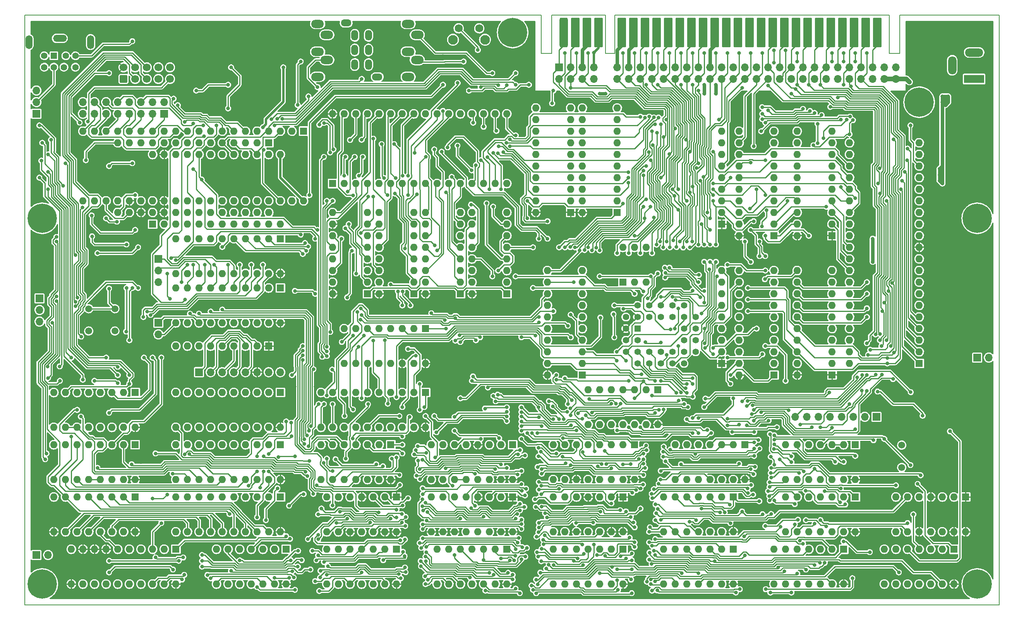
<source format=gbr>
%TF.GenerationSoftware,KiCad,Pcbnew,6.0.11-2627ca5db0~126~ubuntu22.04.1*%
%TF.CreationDate,2023-12-06T09:32:17+02:00*%
%TF.ProjectId,ZX-Spectrum-Pentagon,5a582d53-7065-4637-9472-756d2d50656e,pcb_v0.4*%
%TF.SameCoordinates,Original*%
%TF.FileFunction,Copper,L2,Bot*%
%TF.FilePolarity,Positive*%
%FSLAX46Y46*%
G04 Gerber Fmt 4.6, Leading zero omitted, Abs format (unit mm)*
G04 Created by KiCad (PCBNEW 6.0.11-2627ca5db0~126~ubuntu22.04.1) date 2023-12-06 09:32:17*
%MOMM*%
%LPD*%
G01*
G04 APERTURE LIST*
G04 Aperture macros list*
%AMRoundRect*
0 Rectangle with rounded corners*
0 $1 Rounding radius*
0 $2 $3 $4 $5 $6 $7 $8 $9 X,Y pos of 4 corners*
0 Add a 4 corners polygon primitive as box body*
4,1,4,$2,$3,$4,$5,$6,$7,$8,$9,$2,$3,0*
0 Add four circle primitives for the rounded corners*
1,1,$1+$1,$2,$3*
1,1,$1+$1,$4,$5*
1,1,$1+$1,$6,$7*
1,1,$1+$1,$8,$9*
0 Add four rect primitives between the rounded corners*
20,1,$1+$1,$2,$3,$4,$5,0*
20,1,$1+$1,$4,$5,$6,$7,0*
20,1,$1+$1,$6,$7,$8,$9,0*
20,1,$1+$1,$8,$9,$2,$3,0*%
G04 Aperture macros list end*
%TA.AperFunction,Profile*%
%ADD10C,0.200000*%
%TD*%
%TA.AperFunction,ComponentPad*%
%ADD11R,1.422400X1.422400*%
%TD*%
%TA.AperFunction,ComponentPad*%
%ADD12C,1.422400*%
%TD*%
%TA.AperFunction,ComponentPad*%
%ADD13R,1.408000X1.408000*%
%TD*%
%TA.AperFunction,ComponentPad*%
%ADD14C,1.408000*%
%TD*%
%TA.AperFunction,ComponentPad*%
%ADD15O,1.500000X3.000000*%
%TD*%
%TA.AperFunction,ComponentPad*%
%ADD16O,3.000000X1.500000*%
%TD*%
%TA.AperFunction,ComponentPad*%
%ADD17C,1.500000*%
%TD*%
%TA.AperFunction,ComponentPad*%
%ADD18R,1.600000X1.600000*%
%TD*%
%TA.AperFunction,ComponentPad*%
%ADD19O,1.600000X1.600000*%
%TD*%
%TA.AperFunction,SMDPad,CuDef*%
%ADD20RoundRect,0.360000X-0.540000X-2.890000X0.540000X-2.890000X0.540000X2.890000X-0.540000X2.890000X0*%
%TD*%
%TA.AperFunction,SMDPad,CuDef*%
%ADD21RoundRect,0.180000X-0.720000X-3.070000X0.720000X-3.070000X0.720000X3.070000X-0.720000X3.070000X0*%
%TD*%
%TA.AperFunction,ComponentPad*%
%ADD22R,1.700000X1.700000*%
%TD*%
%TA.AperFunction,ComponentPad*%
%ADD23O,1.700000X1.700000*%
%TD*%
%TA.AperFunction,ComponentPad*%
%ADD24C,2.100000*%
%TD*%
%TA.AperFunction,ComponentPad*%
%ADD25C,1.750000*%
%TD*%
%TA.AperFunction,ComponentPad*%
%ADD26C,0.800000*%
%TD*%
%TA.AperFunction,ComponentPad*%
%ADD27C,6.400000*%
%TD*%
%TA.AperFunction,ComponentPad*%
%ADD28R,4.400000X1.800000*%
%TD*%
%TA.AperFunction,ComponentPad*%
%ADD29O,4.000000X1.800000*%
%TD*%
%TA.AperFunction,ComponentPad*%
%ADD30O,1.800000X4.000000*%
%TD*%
%TA.AperFunction,ComponentPad*%
%ADD31RoundRect,0.250000X0.600000X-0.600000X0.600000X0.600000X-0.600000X0.600000X-0.600000X-0.600000X0*%
%TD*%
%TA.AperFunction,ComponentPad*%
%ADD32C,1.700000*%
%TD*%
%TA.AperFunction,ComponentPad*%
%ADD33O,2.800000X1.800000*%
%TD*%
%TA.AperFunction,ComponentPad*%
%ADD34O,1.500000X2.300000*%
%TD*%
%TA.AperFunction,ComponentPad*%
%ADD35O,2.300000X1.500000*%
%TD*%
%TA.AperFunction,ViaPad*%
%ADD36C,0.800000*%
%TD*%
%TA.AperFunction,Conductor*%
%ADD37C,0.250000*%
%TD*%
%TA.AperFunction,Conductor*%
%ADD38C,0.800000*%
%TD*%
%TA.AperFunction,Conductor*%
%ADD39C,1.000000*%
%TD*%
%TA.AperFunction,Conductor*%
%ADD40C,0.500000*%
%TD*%
G04 APERTURE END LIST*
D10*
X20320000Y-149320000D02*
X20320000Y-20320000D01*
X233420000Y-149320000D02*
X20320000Y-149320000D01*
X211630000Y-20320000D02*
X233420000Y-20320000D01*
X20320000Y-20320000D02*
X133250000Y-20320000D01*
X233420000Y-20320000D02*
X233420000Y-149320000D01*
%TO.C,XMCPU1*%
X211630000Y-28720000D02*
X211630000Y-20320000D01*
X133250000Y-20320000D02*
X133250000Y-28720000D01*
X209330000Y-28720000D02*
X211630000Y-28720000D01*
X149310000Y-20320000D02*
X209330000Y-20320000D01*
X147310000Y-20320000D02*
X147310000Y-28720000D01*
X135550000Y-20320000D02*
X147310000Y-20320000D01*
X135550000Y-28720000D02*
X135550000Y-20320000D01*
X147310000Y-28720000D02*
X149310000Y-28720000D01*
X209330000Y-20320000D02*
X209330000Y-28720000D01*
X149310000Y-28720000D02*
X149310000Y-20320000D01*
X133250000Y-28720000D02*
X135550000Y-28720000D01*
%TD*%
D11*
%TO.P,U30,1,A18*%
%TO.N,/CPU/RA18*%
X154305000Y-88900000D03*
D12*
%TO.P,U30,2,A16*%
%TO.N,/CPU/RA16*%
X151765000Y-91440000D03*
%TO.P,U30,3,A15*%
%TO.N,/CPU/RA15*%
X154305000Y-91440000D03*
%TO.P,U30,4,A12*%
%TO.N,/A12*%
X151765000Y-93980000D03*
%TO.P,U30,5,A7*%
%TO.N,/A7*%
X154305000Y-96520000D03*
%TO.P,U30,6,A6*%
%TO.N,/A6*%
X154305000Y-93980000D03*
%TO.P,U30,7,A5*%
%TO.N,/A5*%
X156845000Y-96520000D03*
%TO.P,U30,8,A4*%
%TO.N,/A4*%
X156845000Y-93980000D03*
%TO.P,U30,9,A3*%
%TO.N,/A3*%
X159385000Y-96520000D03*
%TO.P,U30,10,A2*%
%TO.N,/A2*%
X159385000Y-93980000D03*
%TO.P,U30,11,A1*%
%TO.N,/A1*%
X161925000Y-96520000D03*
%TO.P,U30,12,A0*%
%TO.N,/A0*%
X161925000Y-93980000D03*
%TO.P,U30,13,D0*%
%TO.N,/D0*%
X164465000Y-96520000D03*
%TO.P,U30,14,D1*%
%TO.N,/D1*%
X167005000Y-93980000D03*
%TO.P,U30,15,D2*%
%TO.N,/D2*%
X164465000Y-93980000D03*
%TO.P,U30,16,GND*%
%TO.N,GND*%
X167005000Y-91440000D03*
%TO.P,U30,17,D3*%
%TO.N,/D3*%
X164465000Y-91440000D03*
%TO.P,U30,18,D4*%
%TO.N,/D4*%
X167005000Y-88900000D03*
%TO.P,U30,19,D5*%
%TO.N,/D5*%
X164465000Y-88900000D03*
%TO.P,U30,20,D6*%
%TO.N,/D6*%
X167005000Y-86360000D03*
%TO.P,U30,21,D7*%
%TO.N,/D7*%
X164465000Y-83820000D03*
%TO.P,U30,22,~{CE}*%
%TO.N,/CPU/~{ROMCE}*%
X164465000Y-86360000D03*
%TO.P,U30,23,A10*%
%TO.N,/A10*%
X161925000Y-83820000D03*
%TO.P,U30,24,~{OE}*%
%TO.N,/~{RD}*%
X161925000Y-86360000D03*
%TO.P,U30,25,A11*%
%TO.N,/A11*%
X159385000Y-83820000D03*
%TO.P,U30,26,A9*%
%TO.N,/A9*%
X159385000Y-86360000D03*
%TO.P,U30,27,A8*%
%TO.N,/A8*%
X156845000Y-83820000D03*
%TO.P,U30,28,A13*%
%TO.N,/A13*%
X156845000Y-86360000D03*
%TO.P,U30,29,A14*%
%TO.N,/~{ZX128K}*%
X154305000Y-83820000D03*
%TO.P,U30,30,A17*%
%TO.N,/CPU/RA17*%
X151765000Y-86360000D03*
%TO.P,U30,31,~{WE}*%
%TO.N,VCC*%
X154305000Y-86360000D03*
%TO.P,U30,32,VCC*%
X151765000Y-88900000D03*
%TD*%
D13*
%TO.P,JVE2,1*%
%TO.N,/VideoEncoder/LUMA*%
X26670000Y-29210000D03*
D14*
%TO.P,JVE2,2*%
%TO.N,GND*%
X29270000Y-29210000D03*
%TO.P,JVE2,3*%
%TO.N,/VideoEncoder/CRMA*%
X24570000Y-29210000D03*
%TO.P,JVE2,4*%
%TO.N,/VideoEncoder/VIDEO*%
X26670000Y-31710000D03*
%TO.P,JVE2,5*%
%TO.N,/+12V*%
X31370000Y-29210000D03*
%TO.P,JVE2,6*%
%TO.N,/VideoEncoder/GREEN*%
X24570000Y-31710000D03*
%TO.P,JVE2,7*%
%TO.N,/VideoEncoder/RED*%
X28870000Y-31710000D03*
%TO.P,JVE2,8*%
%TO.N,/VideoEncoder/BLUE*%
X31370000Y-31710000D03*
D15*
%TO.P,JVE2,S1*%
%TO.N,GND*%
X21220000Y-26210000D03*
%TO.P,JVE2,S2*%
X34720000Y-26210000D03*
D16*
%TO.P,JVE2,S3*%
X27970000Y-25410000D03*
%TD*%
D17*
%TO.P,YG1,1,1*%
%TO.N,Net-(CG1-Pad1)*%
X212090000Y-114390000D03*
%TO.P,YG1,2,2*%
%TO.N,Net-(CG2-Pad2)*%
X212090000Y-119270000D03*
%TD*%
D18*
%TO.P,U15,1,~{R}*%
%TO.N,VCC*%
X151135000Y-125730000D03*
D19*
%TO.P,U15,2,D*%
%TO.N,/C25*%
X148595000Y-125730000D03*
%TO.P,U15,3,C*%
%TO.N,/C31*%
X146055000Y-125730000D03*
%TO.P,U15,4,~{S}*%
%TO.N,VCC*%
X143515000Y-125730000D03*
%TO.P,U15,5,Q*%
%TO.N,/RAS*%
X140975000Y-125730000D03*
%TO.P,U15,6,~{Q}*%
%TO.N,unconnected-(U15-Pad6)*%
X138435000Y-125730000D03*
%TO.P,U15,7,GND*%
%TO.N,GND*%
X135895000Y-125730000D03*
%TO.P,U15,8,~{Q}*%
%TO.N,/~{CAS}*%
X135895000Y-133350000D03*
%TO.P,U15,9,Q*%
%TO.N,unconnected-(U15-Pad9)*%
X138435000Y-133350000D03*
%TO.P,U15,10,~{S}*%
%TO.N,VCC*%
X140975000Y-133350000D03*
%TO.P,U15,11,C*%
%TO.N,/C31*%
X143515000Y-133350000D03*
%TO.P,U15,12,D*%
%TO.N,/RAS*%
X146055000Y-133350000D03*
%TO.P,U15,13,~{R}*%
%TO.N,VCC*%
X148595000Y-133350000D03*
%TO.P,U15,14,VCC*%
X151135000Y-133350000D03*
%TD*%
D18*
%TO.P,U48,1,~{A}/B*%
%TO.N,/DISPLAY*%
X95250000Y-81280000D03*
D19*
%TO.P,U48,2,A0*%
%TO.N,/A12*%
X95250000Y-78740000D03*
%TO.P,U48,3,B0*%
%TO.N,/SA12*%
X95250000Y-76200000D03*
%TO.P,U48,4,Y0*%
%TO.N,/Memory/MA12*%
X95250000Y-73660000D03*
%TO.P,U48,5,A1*%
%TO.N,/A11*%
X95250000Y-71120000D03*
%TO.P,U48,6,B1*%
%TO.N,/SA11*%
X95250000Y-68580000D03*
%TO.P,U48,7,Y1*%
%TO.N,/Memory/MA11*%
X95250000Y-66040000D03*
%TO.P,U48,8,GND*%
%TO.N,GND*%
X95250000Y-63500000D03*
%TO.P,U48,9,Y2*%
%TO.N,/Memory/MA14*%
X87630000Y-63500000D03*
%TO.P,U48,10,B2*%
%TO.N,VCC*%
X87630000Y-66040000D03*
%TO.P,U48,11,A2*%
%TO.N,/MX0*%
X87630000Y-68580000D03*
%TO.P,U48,12,Y3*%
%TO.N,/Memory/MA13*%
X87630000Y-71120000D03*
%TO.P,U48,13,B3*%
%TO.N,GND*%
X87630000Y-73660000D03*
%TO.P,U48,14,A3*%
%TO.N,/A13*%
X87630000Y-76200000D03*
%TO.P,U48,15,~{OE}*%
%TO.N,GND*%
X87630000Y-78740000D03*
%TO.P,U48,16,VCC*%
%TO.N,VCC*%
X87630000Y-81280000D03*
%TD*%
D18*
%TO.P,U18,1,~{OE}*%
%TO.N,GND*%
X76200000Y-69215000D03*
D19*
%TO.P,U18,2,D0*%
%TO.N,/D0*%
X73660000Y-69215000D03*
%TO.P,U18,3,D1*%
%TO.N,/D1*%
X71120000Y-69215000D03*
%TO.P,U18,4,D2*%
%TO.N,/D2*%
X68580000Y-69215000D03*
%TO.P,U18,5,D3*%
%TO.N,/D3*%
X66040000Y-69215000D03*
%TO.P,U18,6,D4*%
%TO.N,/D4*%
X63500000Y-69215000D03*
%TO.P,U18,7,D5*%
%TO.N,/D5*%
X60960000Y-69215000D03*
%TO.P,U18,8,D6*%
%TO.N,/D6*%
X58420000Y-69215000D03*
%TO.P,U18,9,D7*%
%TO.N,/D7*%
X55880000Y-69215000D03*
%TO.P,U18,10,GND*%
%TO.N,GND*%
X53340000Y-69215000D03*
%TO.P,U18,11,C*%
%TO.N,/~{OUT254}*%
X53340000Y-76835000D03*
%TO.P,U18,12,Q7*%
%TO.N,/InputOutput/OURD7*%
X55880000Y-76835000D03*
%TO.P,U18,13,Q6*%
%TO.N,/InputOutput/OURD6*%
X58420000Y-76835000D03*
%TO.P,U18,14,Q5*%
%TO.N,/InputOutput/OURD5*%
X60960000Y-76835000D03*
%TO.P,U18,15,Q4*%
%TO.N,Net-(RIO3-Pad1)*%
X63500000Y-76835000D03*
%TO.P,U18,16,Q3*%
%TO.N,/InputOutput/TYPEOUTTTL*%
X66040000Y-76835000D03*
%TO.P,U18,17,Q2*%
%TO.N,/CBRDG*%
X68580000Y-76835000D03*
%TO.P,U18,18,Q1*%
%TO.N,/CBRDR*%
X71120000Y-76835000D03*
%TO.P,U18,19,Q0*%
%TO.N,/CBRDB*%
X73660000Y-76835000D03*
%TO.P,U18,20,VCC*%
%TO.N,VCC*%
X76200000Y-76835000D03*
%TD*%
D20*
%TO.P,XMCPU1,A1*%
%TO.N,/A14*%
X138150000Y-24130000D03*
D21*
%TO.P,XMCPU1,A2*%
%TO.N,/A12*%
X140690000Y-24130000D03*
%TO.P,XMCPU1,A3*%
%TO.N,VCC*%
X143230000Y-24130000D03*
%TO.P,XMCPU1,A4*%
%TO.N,+9V*%
X145770000Y-24130000D03*
%TO.P,XMCPU1,A6*%
%TO.N,GND*%
X150850000Y-24130000D03*
%TO.P,XMCPU1,A7*%
X153390000Y-24130000D03*
%TO.P,XMCPU1,A8*%
%TO.N,/~{C25}*%
X155930000Y-24130000D03*
%TO.P,XMCPU1,A9*%
%TO.N,/A0*%
X158470000Y-24130000D03*
%TO.P,XMCPU1,A10*%
%TO.N,/A1*%
X161010000Y-24130000D03*
%TO.P,XMCPU1,A11*%
%TO.N,/A2*%
X163550000Y-24130000D03*
%TO.P,XMCPU1,A12*%
%TO.N,/A3*%
X166090000Y-24130000D03*
%TO.P,XMCPU1,A13*%
%TO.N,/CPU/~{DI_ULA}*%
X168630000Y-24130000D03*
%TO.P,XMCPU1,A14*%
%TO.N,GND*%
X171170000Y-24130000D03*
%TO.P,XMCPU1,A15*%
%TO.N,unconnected-(XMCPU1-PadA15)*%
X173710000Y-24130000D03*
%TO.P,XMCPU1,A16*%
%TO.N,unconnected-(XMCPU1-PadA16)*%
X176250000Y-24130000D03*
%TO.P,XMCPU1,A17*%
%TO.N,unconnected-(XMCPU1-PadA17)*%
X178790000Y-24130000D03*
%TO.P,XMCPU1,A18*%
%TO.N,unconnected-(XMCPU1-PadA18)*%
X181330000Y-24130000D03*
%TO.P,XMCPU1,A19*%
%TO.N,/CPU/~{BUSRQ}*%
X183870000Y-24130000D03*
%TO.P,XMCPU1,A20*%
%TO.N,/~{RESET}*%
X186410000Y-24130000D03*
%TO.P,XMCPU1,A21*%
%TO.N,/A7*%
X188950000Y-24130000D03*
%TO.P,XMCPU1,A22*%
%TO.N,/A6*%
X191490000Y-24130000D03*
%TO.P,XMCPU1,A23*%
%TO.N,/A5*%
X194030000Y-24130000D03*
%TO.P,XMCPU1,A24*%
%TO.N,/A4*%
X196570000Y-24130000D03*
%TO.P,XMCPU1,A25*%
%TO.N,/CPU/~{ROMSEL}*%
X199110000Y-24130000D03*
%TO.P,XMCPU1,A26*%
%TO.N,/CPU/~{BUSACK}*%
X201650000Y-24130000D03*
%TO.P,XMCPU1,A27*%
%TO.N,/A9*%
X204190000Y-24130000D03*
%TO.P,XMCPU1,A28*%
%TO.N,/A11*%
X206730000Y-24130000D03*
%TD*%
D18*
%TO.P,U19,1,GND*%
%TO.N,GND*%
X81280000Y-45710000D03*
D19*
%TO.P,U19,2,NC*%
%TO.N,unconnected-(U19-Pad2)*%
X78740000Y-45710000D03*
%TO.P,U19,3,ACHB*%
%TO.N,/InputOutput/CHB*%
X76200000Y-45710000D03*
%TO.P,U19,4,ACHA*%
%TO.N,/InputOutput/CHA*%
X73660000Y-45710000D03*
%TO.P,U19,5,NC*%
%TO.N,unconnected-(U19-Pad5)*%
X71120000Y-45710000D03*
%TO.P,U19,6,IOB7*%
%TO.N,/InputOutput/IOB7*%
X68580000Y-45710000D03*
%TO.P,U19,7,IOB6*%
%TO.N,/InputOutput/IOB6*%
X66040000Y-45710000D03*
%TO.P,U19,8,IOB5*%
%TO.N,/InputOutput/IOB5*%
X63500000Y-45710000D03*
%TO.P,U19,9,IOB4*%
%TO.N,/InputOutput/IOB4*%
X60960000Y-45710000D03*
%TO.P,U19,10,IOB3*%
%TO.N,/InputOutput/IOB3*%
X58420000Y-45710000D03*
%TO.P,U19,11,IOB2*%
%TO.N,/InputOutput/IOB2*%
X55880000Y-45710000D03*
%TO.P,U19,12,IOB1*%
%TO.N,/InputOutput/IOB1*%
X53340000Y-45710000D03*
%TO.P,U19,13,IOB0*%
%TO.N,/InputOutput/IOB0*%
X50800000Y-45710000D03*
%TO.P,U19,14,IOA7*%
%TO.N,/InputOutput/IOA7*%
X48260000Y-45710000D03*
%TO.P,U19,15,IOA6*%
%TO.N,/InputOutput/IOA6*%
X45720000Y-45710000D03*
%TO.P,U19,16,IOA5*%
%TO.N,/InputOutput/IOA5*%
X43180000Y-45710000D03*
%TO.P,U19,17,IOA4*%
%TO.N,/InputOutput/IOA4*%
X40640000Y-45710000D03*
%TO.P,U19,18,IOA3*%
%TO.N,/InputOutput/IOA3*%
X38100000Y-45710000D03*
%TO.P,U19,19,IOA2*%
%TO.N,/InputOutput/IOA2*%
X35560000Y-45710000D03*
%TO.P,U19,20,IOA1*%
%TO.N,/InputOutput/IOA1*%
X33020000Y-45710000D03*
%TO.P,U19,21,IOA0*%
%TO.N,/InputOutput/IOA0*%
X33020000Y-60950000D03*
%TO.P,U19,22,CLK*%
%TO.N,/AYCLK*%
X35560000Y-60950000D03*
%TO.P,U19,23,~{RESET}*%
%TO.N,/~{RST}*%
X38100000Y-60950000D03*
%TO.P,U19,24,~{A9}*%
%TO.N,GND*%
X40640000Y-60950000D03*
%TO.P,U19,25,A8*%
%TO.N,VCC*%
X43180000Y-60950000D03*
%TO.P,U19,26,TEST2*%
%TO.N,unconnected-(U19-Pad26)*%
X45720000Y-60950000D03*
%TO.P,U19,27,BDIR*%
%TO.N,/BDIR*%
X48260000Y-60950000D03*
%TO.P,U19,28,BC2*%
%TO.N,VCC*%
X50800000Y-60950000D03*
%TO.P,U19,29,BC1*%
%TO.N,/BC1*%
X53340000Y-60950000D03*
%TO.P,U19,30,D7*%
%TO.N,/D7*%
X55880000Y-60950000D03*
%TO.P,U19,31,D6*%
%TO.N,/D6*%
X58420000Y-60950000D03*
%TO.P,U19,32,D5*%
%TO.N,/D5*%
X60960000Y-60950000D03*
%TO.P,U19,33,D4*%
%TO.N,/D4*%
X63500000Y-60950000D03*
%TO.P,U19,34,D3*%
%TO.N,/D3*%
X66040000Y-60950000D03*
%TO.P,U19,35,D2*%
%TO.N,/D2*%
X68580000Y-60950000D03*
%TO.P,U19,36,D1*%
%TO.N,/D1*%
X71120000Y-60950000D03*
%TO.P,U19,37,D0*%
%TO.N,/D0*%
X73660000Y-60950000D03*
%TO.P,U19,38,ACHC*%
%TO.N,/InputOutput/CHC*%
X76200000Y-60950000D03*
%TO.P,U19,39,TEST1*%
%TO.N,unconnected-(U19-Pad39)*%
X78740000Y-60950000D03*
%TO.P,U19,40,AYVCC*%
%TO.N,AYVCC*%
X81280000Y-60950000D03*
%TD*%
D22*
%TO.P,TP1,1,1*%
%TO.N,GND*%
X228600000Y-95250000D03*
D23*
%TO.P,TP1,2,2*%
X231140000Y-95250000D03*
%TD*%
D18*
%TO.P,SWCPU1,1,1*%
%TO.N,/CPU/RA16*%
X151130000Y-78740000D03*
D19*
%TO.P,SWCPU1,2*%
%TO.N,/CPU/RA17*%
X153670000Y-78740000D03*
%TO.P,SWCPU1,3*%
%TO.N,/CPU/RA18*%
X156210000Y-78740000D03*
%TO.P,SWCPU1,4*%
%TO.N,GND*%
X156210000Y-71120000D03*
%TO.P,SWCPU1,5*%
X153670000Y-71120000D03*
%TO.P,SWCPU1,6*%
X151130000Y-71120000D03*
%TD*%
D22*
%TO.P,JPVE1,1,Pin_1*%
%TO.N,/VideoEncoder/CVIDEO*%
X22835000Y-41895000D03*
D23*
%TO.P,JPVE1,2,Pin_2*%
%TO.N,/VideoEncoder/VIDEO*%
X22835000Y-39355000D03*
%TO.P,JPVE1,3,Pin_3*%
%TO.N,/VideoEncoder/SYNC*%
X22835000Y-36815000D03*
%TD*%
D18*
%TO.P,U25,1,A/~{B}*%
%TO.N,VCC*%
X196840000Y-68575000D03*
D19*
%TO.P,U25,2,A0*%
%TO.N,/CPU/xA2*%
X196840000Y-66035000D03*
%TO.P,U25,3,A1*%
%TO.N,/CPU/xA1*%
X196840000Y-63495000D03*
%TO.P,U25,4,A2*%
%TO.N,/CPU/xA0*%
X196840000Y-60955000D03*
%TO.P,U25,5,A3*%
%TO.N,/CPU/xA11*%
X196840000Y-58415000D03*
%TO.P,U25,6,A4*%
%TO.N,/CPU/xA12*%
X196840000Y-55875000D03*
%TO.P,U25,7,A5*%
%TO.N,/CPU/xA13*%
X196840000Y-53335000D03*
%TO.P,U25,8,A6*%
%TO.N,/CPU/xA14*%
X196840000Y-50795000D03*
%TO.P,U25,9,A7*%
%TO.N,/CPU/xA15*%
X196840000Y-48255000D03*
%TO.P,U25,10,GND*%
%TO.N,GND*%
X196840000Y-45715000D03*
%TO.P,U25,11,B7*%
%TO.N,/A15*%
X189220000Y-45715000D03*
%TO.P,U25,12,B6*%
%TO.N,/A14*%
X189220000Y-48255000D03*
%TO.P,U25,13,B5*%
%TO.N,/A13*%
X189220000Y-50795000D03*
%TO.P,U25,14,B4*%
%TO.N,/A12*%
X189220000Y-53335000D03*
%TO.P,U25,15,B3*%
%TO.N,/A11*%
X189220000Y-55875000D03*
%TO.P,U25,16,B2*%
%TO.N,/A0*%
X189220000Y-58415000D03*
%TO.P,U25,17,B1*%
%TO.N,/A1*%
X189220000Y-60955000D03*
%TO.P,U25,18,B0*%
%TO.N,/A2*%
X189220000Y-63495000D03*
%TO.P,U25,19,~{OE}*%
%TO.N,/CPU/BUSACK*%
X189220000Y-66035000D03*
%TO.P,U25,20,VCC*%
%TO.N,VCC*%
X189220000Y-68575000D03*
%TD*%
D22*
%TO.P,JIO5,1,Pin_1*%
%TO.N,/InputOutput/IND5*%
X49530000Y-87625000D03*
D23*
%TO.P,JIO5,2,Pin_2*%
%TO.N,/InputOutput/IND7*%
X49530000Y-90165000D03*
%TD*%
D24*
%TO.P,SWG1,*%
%TO.N,*%
X120960000Y-25697500D03*
X113950000Y-25697500D03*
D25*
%TO.P,SWG1,1,1*%
%TO.N,Net-(RG5-Pad2)*%
X115200000Y-23207500D03*
%TO.P,SWG1,2,2*%
%TO.N,GND*%
X119700000Y-23207500D03*
%TD*%
D18*
%TO.P,U47,1,~{A}/B*%
%TO.N,/DISPLAY*%
X125730000Y-81280000D03*
D19*
%TO.P,U47,2,A0*%
%TO.N,/A10*%
X125730000Y-78740000D03*
%TO.P,U47,3,B0*%
%TO.N,/SA10*%
X125730000Y-76200000D03*
%TO.P,U47,4,Y0*%
%TO.N,/Memory/MA10*%
X125730000Y-73660000D03*
%TO.P,U47,5,A1*%
%TO.N,/A9*%
X125730000Y-71120000D03*
%TO.P,U47,6,B1*%
%TO.N,/SA9*%
X125730000Y-68580000D03*
%TO.P,U47,7,Y1*%
%TO.N,/Memory/MA9*%
X125730000Y-66040000D03*
%TO.P,U47,8,GND*%
%TO.N,GND*%
X125730000Y-63500000D03*
%TO.P,U47,9,Y2*%
%TO.N,/Memory/MA7*%
X118110000Y-63500000D03*
%TO.P,U47,10,B2*%
%TO.N,/SA7*%
X118110000Y-66040000D03*
%TO.P,U47,11,A2*%
%TO.N,/A7*%
X118110000Y-68580000D03*
%TO.P,U47,12,Y3*%
%TO.N,/Memory/MA8*%
X118110000Y-71120000D03*
%TO.P,U47,13,B3*%
%TO.N,/SA8*%
X118110000Y-73660000D03*
%TO.P,U47,14,A3*%
%TO.N,/A8*%
X118110000Y-76200000D03*
%TO.P,U47,15,~{OE}*%
%TO.N,GND*%
X118110000Y-78740000D03*
%TO.P,U47,16,VCC*%
%TO.N,VCC*%
X118110000Y-81280000D03*
%TD*%
D26*
%TO.P,H5,1,1*%
%TO.N,GND*%
X25827056Y-146477056D03*
X24130000Y-147180000D03*
X22432944Y-146477056D03*
D27*
X24130000Y-144780000D03*
D26*
X22432944Y-143082944D03*
X26530000Y-144780000D03*
X24130000Y-142380000D03*
X25827056Y-143082944D03*
X21730000Y-144780000D03*
%TD*%
D18*
%TO.P,U20,1,ACHC*%
%TO.N,/InputOutput/CHC*%
X73655000Y-48250000D03*
D19*
%TO.P,U20,2,TEST1*%
%TO.N,unconnected-(U20-Pad2)*%
X71115000Y-48250000D03*
%TO.P,U20,3,AYVCC*%
%TO.N,AYVCC*%
X68575000Y-48250000D03*
%TO.P,U20,4,ACHB*%
%TO.N,/InputOutput/CHB*%
X66035000Y-48250000D03*
%TO.P,U20,5,ACHA*%
%TO.N,/InputOutput/CHA*%
X63495000Y-48250000D03*
%TO.P,U20,6,GND*%
%TO.N,GND*%
X60955000Y-48250000D03*
%TO.P,U20,7,IOA7*%
%TO.N,/InputOutput/IOA7*%
X58415000Y-48250000D03*
%TO.P,U20,8,IOA6*%
%TO.N,/InputOutput/IOA6*%
X55875000Y-48250000D03*
%TO.P,U20,9,IOA5*%
%TO.N,/InputOutput/IOA5*%
X53335000Y-48250000D03*
%TO.P,U20,10,IOA4*%
%TO.N,/InputOutput/IOA4*%
X50795000Y-48250000D03*
%TO.P,U20,11,IOA3*%
%TO.N,/InputOutput/IOA3*%
X48255000Y-48250000D03*
%TO.P,U20,12,IOA2*%
%TO.N,/InputOutput/IOA2*%
X45715000Y-48250000D03*
%TO.P,U20,13,IOA1*%
%TO.N,/InputOutput/IOA1*%
X43175000Y-48250000D03*
%TO.P,U20,14,IOA0*%
%TO.N,/InputOutput/IOA0*%
X40635000Y-48250000D03*
%TO.P,U20,15,CLK*%
%TO.N,/AYCLK*%
X40635000Y-63490000D03*
%TO.P,U20,16,~{RESET}*%
%TO.N,/~{RST}*%
X43175000Y-63490000D03*
%TO.P,U20,17,A8*%
%TO.N,VCC*%
X45715000Y-63490000D03*
%TO.P,U20,18,BDIR*%
%TO.N,/BDIR*%
X48255000Y-63490000D03*
%TO.P,U20,19,BC2*%
%TO.N,VCC*%
X50795000Y-63490000D03*
%TO.P,U20,20,BC1*%
%TO.N,/BC1*%
X53335000Y-63490000D03*
%TO.P,U20,21,D7*%
%TO.N,/D7*%
X55875000Y-63490000D03*
%TO.P,U20,22,D6*%
%TO.N,/D6*%
X58415000Y-63490000D03*
%TO.P,U20,23,D5*%
%TO.N,/D5*%
X60955000Y-63490000D03*
%TO.P,U20,24,D4*%
%TO.N,/D4*%
X63495000Y-63490000D03*
%TO.P,U20,25,D3*%
%TO.N,/D3*%
X66035000Y-63490000D03*
%TO.P,U20,26,D2*%
%TO.N,/D2*%
X68575000Y-63490000D03*
%TO.P,U20,27,D1*%
%TO.N,/D1*%
X71115000Y-63490000D03*
%TO.P,U20,28,D0*%
%TO.N,/D0*%
X73655000Y-63490000D03*
%TD*%
D22*
%TO.P,JIOKB2,1,Pin_1*%
%TO.N,/InputOutput/KBD0*%
X58420000Y-98425000D03*
D23*
%TO.P,JIOKB2,2,Pin_2*%
%TO.N,/InputOutput/KBD1*%
X60960000Y-98425000D03*
%TO.P,JIOKB2,3,Pin_3*%
%TO.N,/InputOutput/KBD2*%
X63500000Y-98425000D03*
%TO.P,JIOKB2,4,Pin_4*%
%TO.N,/InputOutput/KBD3*%
X66040000Y-98425000D03*
%TO.P,JIOKB2,5,Pin_5*%
%TO.N,/InputOutput/KBD4*%
X68580000Y-98425000D03*
%TO.P,JIOKB2,6,Pin_6*%
%TO.N,VCC*%
X71120000Y-98425000D03*
%TO.P,JIOKB2,7,Pin_7*%
%TO.N,GND*%
X73660000Y-98425000D03*
%TO.P,JIOKB2,8,Pin_8*%
%TO.N,/~{RESET}*%
X76200000Y-98425000D03*
%TD*%
D18*
%TO.P,U7,1,A*%
%TO.N,/SA2*%
X175260000Y-137160000D03*
D19*
%TO.P,U7,2,~{Y}*%
%TO.N,Net-(U7-Pad2)*%
X172720000Y-137160000D03*
%TO.P,U7,3,A*%
%TO.N,Net-(U11-Pad4)*%
X170180000Y-137160000D03*
%TO.P,U7,4,~{Y}*%
%TO.N,/SA12*%
X167640000Y-137160000D03*
%TO.P,U7,5,A*%
%TO.N,Net-(CG5-Pad1)*%
X165100000Y-137160000D03*
%TO.P,U7,6,~{Y}*%
%TO.N,Net-(CG6-Pad2)*%
X162560000Y-137160000D03*
%TO.P,U7,7,GND*%
%TO.N,GND*%
X160020000Y-137160000D03*
%TO.P,U7,8,~{Y}*%
%TO.N,Net-(U7-Pad8)*%
X160020000Y-144780000D03*
%TO.P,U7,9,A*%
%TO.N,/~{RD}*%
X162560000Y-144780000D03*
%TO.P,U7,10,~{Y}*%
%TO.N,/C16*%
X165100000Y-144780000D03*
%TO.P,U7,11,A*%
%TO.N,Net-(U11-Pad13)*%
X167640000Y-144780000D03*
%TO.P,U7,12,~{Y}*%
%TO.N,Net-(U34-Pad4)*%
X170180000Y-144780000D03*
%TO.P,U7,13,A*%
%TO.N,/~{MREQ}*%
X172720000Y-144780000D03*
%TO.P,U7,14,VCC*%
%TO.N,VCC*%
X175260000Y-144780000D03*
%TD*%
D18*
%TO.P,U23,1,A/~{B}*%
%TO.N,GND*%
X76200000Y-80010000D03*
D19*
%TO.P,U23,2,A0*%
%TO.N,/D0*%
X73660000Y-80010000D03*
%TO.P,U23,3,A1*%
%TO.N,/D1*%
X71120000Y-80010000D03*
%TO.P,U23,4,A2*%
%TO.N,/D2*%
X68580000Y-80010000D03*
%TO.P,U23,5,A3*%
%TO.N,/D3*%
X66040000Y-80010000D03*
%TO.P,U23,6,A4*%
%TO.N,/D4*%
X63500000Y-80010000D03*
%TO.P,U23,7,A5*%
%TO.N,/D5*%
X60960000Y-80010000D03*
%TO.P,U23,8,A6*%
%TO.N,/D6*%
X58420000Y-80010000D03*
%TO.P,U23,9,A7*%
%TO.N,/D7*%
X55880000Y-80010000D03*
%TO.P,U23,10,GND*%
%TO.N,GND*%
X53340000Y-80010000D03*
%TO.P,U23,11,B7*%
%TO.N,/InputOutput/IND7*%
X53340000Y-87630000D03*
%TO.P,U23,12,B6*%
%TO.N,/InputOutput/TAPEINTTL*%
X55880000Y-87630000D03*
%TO.P,U23,13,B5*%
%TO.N,/InputOutput/IND5*%
X58420000Y-87630000D03*
%TO.P,U23,14,B4*%
%TO.N,/InputOutput/KBD4*%
X60960000Y-87630000D03*
%TO.P,U23,15,B3*%
%TO.N,/InputOutput/KBD3*%
X63500000Y-87630000D03*
%TO.P,U23,16,B2*%
%TO.N,/InputOutput/KBD2*%
X66040000Y-87630000D03*
%TO.P,U23,17,B1*%
%TO.N,/InputOutput/KBD1*%
X68580000Y-87630000D03*
%TO.P,U23,18,B0*%
%TO.N,/InputOutput/KBD0*%
X71120000Y-87630000D03*
%TO.P,U23,19,~{OE}*%
%TO.N,/~{IN254}*%
X73660000Y-87630000D03*
%TO.P,U23,20,VCC*%
%TO.N,VCC*%
X76200000Y-87630000D03*
%TD*%
D18*
%TO.P,U42,1,~{A}/B*%
%TO.N,/DISPLAY*%
X115570000Y-81280000D03*
D19*
%TO.P,U42,2,A0*%
%TO.N,/A1*%
X115570000Y-78740000D03*
%TO.P,U42,3,B0*%
%TO.N,/SA1*%
X115570000Y-76200000D03*
%TO.P,U42,4,Y0*%
%TO.N,/Memory/MA1*%
X115570000Y-73660000D03*
%TO.P,U42,5,A1*%
%TO.N,/A0*%
X115570000Y-71120000D03*
%TO.P,U42,6,B1*%
%TO.N,/SA0*%
X115570000Y-68580000D03*
%TO.P,U42,7,Y1*%
%TO.N,/Memory/MA0*%
X115570000Y-66040000D03*
%TO.P,U42,8,GND*%
%TO.N,GND*%
X115570000Y-63500000D03*
%TO.P,U42,9,Y2*%
%TO.N,/Memory/MA3*%
X107950000Y-63500000D03*
%TO.P,U42,10,B2*%
%TO.N,/SA3*%
X107950000Y-66040000D03*
%TO.P,U42,11,A2*%
%TO.N,/A3*%
X107950000Y-68580000D03*
%TO.P,U42,12,Y3*%
%TO.N,/Memory/MA2*%
X107950000Y-71120000D03*
%TO.P,U42,13,B3*%
%TO.N,/SA2*%
X107950000Y-73660000D03*
%TO.P,U42,14,A3*%
%TO.N,/A2*%
X107950000Y-76200000D03*
%TO.P,U42,15,~{OE}*%
%TO.N,GND*%
X107950000Y-78740000D03*
%TO.P,U42,16,VCC*%
%TO.N,VCC*%
X107950000Y-81280000D03*
%TD*%
D17*
%TO.P,YVE1,1,1*%
%TO.N,Net-(CVE9-Pad1)*%
X40005000Y-84545000D03*
%TO.P,YVE1,2,2*%
%TO.N,Net-(DVE1-Pad2)*%
X40005000Y-89425000D03*
%TD*%
D18*
%TO.P,U38,1,~{G0}*%
%TO.N,/BL*%
X44450000Y-102870000D03*
D19*
%TO.P,U38,2,SE1*%
%TO.N,/BORDER*%
X41910000Y-102870000D03*
%TO.P,U38,3,D03*%
%TO.N,/CBRDG*%
X39370000Y-102870000D03*
%TO.P,U38,4,D02*%
X36830000Y-102870000D03*
%TO.P,U38,5,D01*%
%TO.N,/VideoFormating/GREEN_PAPER*%
X34290000Y-102870000D03*
%TO.P,U38,6,D00*%
%TO.N,/VideoFormating/GREEN_INK*%
X31750000Y-102870000D03*
%TO.P,U38,7,Y0*%
%TO.N,/TTLG*%
X29210000Y-102870000D03*
%TO.P,U38,8,GND*%
%TO.N,GND*%
X26670000Y-102870000D03*
%TO.P,U38,9,Y1*%
%TO.N,/TTLY*%
X26670000Y-110490000D03*
%TO.P,U38,10,D10*%
%TO.N,/VideoFormating/BRIGHT*%
X29210000Y-110490000D03*
%TO.P,U38,11,D11*%
X31750000Y-110490000D03*
%TO.P,U38,12,D12*%
%TO.N,GND*%
X34290000Y-110490000D03*
%TO.P,U38,13,D13*%
X36830000Y-110490000D03*
%TO.P,U38,14,SE0*%
%TO.N,Net-(U37-Pad14)*%
X39370000Y-110490000D03*
%TO.P,U38,15,~{G1}*%
%TO.N,/BL*%
X41910000Y-110490000D03*
%TO.P,U38,16,VCC*%
%TO.N,VCC*%
X44450000Y-110490000D03*
%TD*%
D18*
%TO.P,U44,1,A18*%
%TO.N,/Memory/MA18*%
X87615000Y-57155000D03*
D19*
%TO.P,U44,2,A16*%
%TO.N,/Memory/MA16*%
X90155000Y-57155000D03*
%TO.P,U44,3,A14*%
%TO.N,/Memory/MA14*%
X92695000Y-57155000D03*
%TO.P,U44,4,A12*%
%TO.N,/Memory/MA12*%
X95235000Y-57155000D03*
%TO.P,U44,5,A7*%
%TO.N,/Memory/MA7*%
X97775000Y-57155000D03*
%TO.P,U44,6,A6*%
%TO.N,/Memory/MA6*%
X100315000Y-57155000D03*
%TO.P,U44,7,A5*%
%TO.N,/Memory/MA5*%
X102855000Y-57155000D03*
%TO.P,U44,8,A4*%
%TO.N,/Memory/MA4*%
X105395000Y-57155000D03*
%TO.P,U44,9,A3*%
%TO.N,/Memory/MA3*%
X107935000Y-57155000D03*
%TO.P,U44,10,A2*%
%TO.N,/Memory/MA2*%
X110475000Y-57155000D03*
%TO.P,U44,11,A1*%
%TO.N,/Memory/MA1*%
X113015000Y-57155000D03*
%TO.P,U44,12,A0*%
%TO.N,/Memory/MA0*%
X115555000Y-57155000D03*
%TO.P,U44,13,D0*%
%TO.N,/MD0*%
X118095000Y-57155000D03*
%TO.P,U44,14,D1*%
%TO.N,/MD1*%
X120635000Y-57155000D03*
%TO.P,U44,15,D2*%
%TO.N,/MD2*%
X123175000Y-57155000D03*
%TO.P,U44,16,GND*%
%TO.N,GND*%
X125715000Y-57155000D03*
%TO.P,U44,17,D3*%
%TO.N,/MD3*%
X125715000Y-41915000D03*
%TO.P,U44,18,D4*%
%TO.N,/MD4*%
X123175000Y-41915000D03*
%TO.P,U44,19,D5*%
%TO.N,/MD5*%
X120635000Y-41915000D03*
%TO.P,U44,20,D6*%
%TO.N,/MD6*%
X118095000Y-41915000D03*
%TO.P,U44,21,D7*%
%TO.N,/MD7*%
X115555000Y-41915000D03*
%TO.P,U44,22,~{CE}*%
%TO.N,/~{CAS}*%
X113015000Y-41915000D03*
%TO.P,U44,23,A10*%
%TO.N,/Memory/MA10*%
X110475000Y-41915000D03*
%TO.P,U44,24,~{OE}*%
%TO.N,GND*%
X107935000Y-41915000D03*
%TO.P,U44,25,A11*%
%TO.N,/Memory/MA11*%
X105395000Y-41915000D03*
%TO.P,U44,26,A9*%
%TO.N,/Memory/MA9*%
X102855000Y-41915000D03*
%TO.P,U44,27,A8*%
%TO.N,/Memory/MA8*%
X100315000Y-41915000D03*
%TO.P,U44,28,A13*%
%TO.N,/Memory/MA13*%
X97775000Y-41915000D03*
%TO.P,U44,29,~{WE}*%
%TO.N,/C16*%
X95235000Y-41915000D03*
%TO.P,U44,30,A17*%
%TO.N,/Memory/MA17*%
X92695000Y-41915000D03*
%TO.P,U44,31,A15*%
%TO.N,/Memory/MA15*%
X90155000Y-41915000D03*
%TO.P,U44,32,VCC*%
%TO.N,VCC*%
X87615000Y-41915000D03*
%TD*%
D27*
%TO.P,H2,1,1*%
%TO.N,GND*%
X215900000Y-39370000D03*
D26*
X218300000Y-39370000D03*
X217597056Y-37672944D03*
X214202944Y-37672944D03*
X215900000Y-36970000D03*
X217597056Y-41067056D03*
X213500000Y-39370000D03*
X215900000Y-41770000D03*
X214202944Y-41067056D03*
%TD*%
D18*
%TO.P,U1,1,A*%
%TO.N,Net-(CG1-Pad1)*%
X201930000Y-114300000D03*
D19*
%TO.P,U1,2,~{Y}*%
%TO.N,Net-(CG2-Pad2)*%
X199390000Y-114300000D03*
%TO.P,U1,3,A*%
X196850000Y-114300000D03*
%TO.P,U1,4,~{Y}*%
%TO.N,Net-(RG1-Pad1)*%
X194310000Y-114300000D03*
%TO.P,U1,5,A*%
%TO.N,/~{C25}*%
X191770000Y-114300000D03*
%TO.P,U1,6,~{Y}*%
%TO.N,/C25*%
X189230000Y-114300000D03*
%TO.P,U1,7,GND*%
%TO.N,GND*%
X186690000Y-114300000D03*
%TO.P,U1,8,~{Y}*%
%TO.N,/~{PIXCLK}*%
X186690000Y-121920000D03*
%TO.P,U1,9,A*%
%TO.N,Net-(U1-Pad9)*%
X189230000Y-121920000D03*
%TO.P,U1,10,~{Y}*%
%TO.N,/~{C2}*%
X191770000Y-121920000D03*
%TO.P,U1,11,A*%
%TO.N,Net-(U1-Pad11)*%
X194310000Y-121920000D03*
%TO.P,U1,12,~{Y}*%
%TO.N,/C3*%
X196850000Y-121920000D03*
%TO.P,U1,13,A*%
%TO.N,Net-(U1-Pad13)*%
X199390000Y-121920000D03*
%TO.P,U1,14,VCC*%
%TO.N,VCC*%
X201930000Y-121920000D03*
%TD*%
D18*
%TO.P,U11,1,~{Y}*%
%TO.N,Net-(U11-Pad1)*%
X199395000Y-137170000D03*
D19*
%TO.P,U11,2,A*%
%TO.N,/SA3*%
X196855000Y-137170000D03*
%TO.P,U11,3,B*%
%TO.N,/Generator/B50*%
X194315000Y-137170000D03*
%TO.P,U11,4,~{Y}*%
%TO.N,Net-(U11-Pad4)*%
X191775000Y-137170000D03*
%TO.P,U11,5,A*%
%TO.N,/Generator/B13*%
X189235000Y-137170000D03*
%TO.P,U11,6,B*%
%TO.N,/C29*%
X186695000Y-137170000D03*
%TO.P,U11,7,GND*%
%TO.N,GND*%
X184155000Y-137170000D03*
%TO.P,U11,8,A*%
%TO.N,Net-(U11-Pad8)*%
X184155000Y-144790000D03*
%TO.P,U11,9,B*%
%TO.N,/Generator/B51*%
X186695000Y-144790000D03*
%TO.P,U11,10,~{Y}*%
%TO.N,/Generator/C6*%
X189235000Y-144790000D03*
%TO.P,U11,11,A*%
%TO.N,Net-(U11-Pad11)*%
X191775000Y-144790000D03*
%TO.P,U11,12,B*%
%TO.N,/C20*%
X194315000Y-144790000D03*
%TO.P,U11,13,~{Y}*%
%TO.N,Net-(U11-Pad13)*%
X196855000Y-144790000D03*
%TO.P,U11,14,VCC*%
%TO.N,VCC*%
X199395000Y-144790000D03*
%TD*%
D18*
%TO.P,U5,1,D1*%
%TO.N,VCC*%
X127000000Y-125730000D03*
D19*
%TO.P,U5,2,Q1*%
%TO.N,Net-(U1-Pad13)*%
X124460000Y-125730000D03*
%TO.P,U5,3,Q0*%
%TO.N,Net-(U4-Pad2)*%
X121920000Y-125730000D03*
%TO.P,U5,4,DW*%
%TO.N,VCC*%
X119380000Y-125730000D03*
%TO.P,U5,5,UP*%
%TO.N,/~{C25}*%
X116840000Y-125730000D03*
%TO.P,U5,6,Q2*%
%TO.N,/SA0*%
X114300000Y-125730000D03*
%TO.P,U5,7,Q3*%
%TO.N,/SA1*%
X111760000Y-125730000D03*
%TO.P,U5,8,GND*%
%TO.N,GND*%
X109220000Y-125730000D03*
%TO.P,U5,9,D3*%
%TO.N,VCC*%
X109220000Y-133350000D03*
%TO.P,U5,10,D2*%
X111760000Y-133350000D03*
%TO.P,U5,11,~{LD}*%
X114300000Y-133350000D03*
%TO.P,U5,12,~{CR}*%
%TO.N,Net-(U10-Pad5)*%
X116840000Y-133350000D03*
%TO.P,U5,13,~{BR}*%
%TO.N,unconnected-(U5-Pad13)*%
X119380000Y-133350000D03*
%TO.P,U5,14,R*%
%TO.N,GND*%
X121920000Y-133350000D03*
%TO.P,U5,15,D0*%
%TO.N,VCC*%
X124460000Y-133350000D03*
%TO.P,U5,16,VCC*%
X127000000Y-133350000D03*
%TD*%
D18*
%TO.P,RSIO1,1,COM*%
%TO.N,VCC*%
X73660000Y-92710000D03*
D19*
%TO.P,RSIO1,2,R1*%
%TO.N,/InputOutput/KBD0*%
X71120000Y-92710000D03*
%TO.P,RSIO1,3,R2*%
%TO.N,/InputOutput/KBD1*%
X68580000Y-92710000D03*
%TO.P,RSIO1,4,R3*%
%TO.N,/InputOutput/KBD2*%
X66040000Y-92710000D03*
%TO.P,RSIO1,5,R4*%
%TO.N,/InputOutput/KBD3*%
X63500000Y-92710000D03*
%TO.P,RSIO1,6,R5*%
%TO.N,/InputOutput/KBD4*%
X60960000Y-92710000D03*
%TO.P,RSIO1,7,R6*%
%TO.N,/InputOutput/IND5*%
X58420000Y-92710000D03*
%TO.P,RSIO1,8,R7*%
%TO.N,/InputOutput/TAPEINTTL*%
X55880000Y-92710000D03*
%TO.P,RSIO1,9,R8*%
%TO.N,/InputOutput/IND7*%
X53340000Y-92710000D03*
%TD*%
D18*
%TO.P,U21,1,GND*%
%TO.N,GND*%
X48260000Y-66040000D03*
D19*
%TO.P,U21,2,BDIR*%
%TO.N,/BDIR*%
X50800000Y-66040000D03*
%TO.P,U21,3,BC1*%
%TO.N,/BC1*%
X53340000Y-66040000D03*
%TO.P,U21,4,D7*%
%TO.N,/D7*%
X55880000Y-66040000D03*
%TO.P,U21,5,D6*%
%TO.N,/D6*%
X58420000Y-66040000D03*
%TO.P,U21,6,D5*%
%TO.N,/D5*%
X60960000Y-66040000D03*
%TO.P,U21,7,D4*%
%TO.N,/D4*%
X63500000Y-66040000D03*
%TO.P,U21,8,D3*%
%TO.N,/D3*%
X66040000Y-66040000D03*
%TO.P,U21,9,D2*%
%TO.N,/D2*%
X68580000Y-66040000D03*
%TO.P,U21,10,D1*%
%TO.N,/D1*%
X71120000Y-66040000D03*
%TO.P,U21,11,D0*%
%TO.N,/D0*%
X73660000Y-66040000D03*
%TO.P,U21,12,TEST2*%
%TO.N,unconnected-(U21-Pad12)*%
X76200000Y-66040000D03*
%TO.P,U21,13,AYVCC*%
%TO.N,AYVCC*%
X76200000Y-50800000D03*
%TO.P,U21,14,TEST1*%
%TO.N,unconnected-(U21-Pad14)*%
X73660000Y-50800000D03*
%TO.P,U21,15,ACHB*%
%TO.N,/InputOutput/CHB*%
X71120000Y-50800000D03*
%TO.P,U21,16,NC*%
%TO.N,unconnected-(U21-Pad16)*%
X68580000Y-50800000D03*
%TO.P,U21,17,ACHA*%
%TO.N,/InputOutput/CHA*%
X66040000Y-50800000D03*
%TO.P,U21,18,ACHC*%
%TO.N,/InputOutput/CHC*%
X63500000Y-50800000D03*
%TO.P,U21,19,GND*%
%TO.N,GND*%
X60960000Y-50800000D03*
%TO.P,U21,20,CLK*%
%TO.N,/AYCLK*%
X58420000Y-50800000D03*
%TO.P,U21,21,~{RESET}*%
%TO.N,/~{RST}*%
X55880000Y-50800000D03*
%TO.P,U21,22,~{A9}*%
%TO.N,GND*%
X53340000Y-50800000D03*
%TO.P,U21,23,A8*%
%TO.N,VCC*%
X50800000Y-50800000D03*
%TO.P,U21,24,~{CS}*%
%TO.N,GND*%
X48260000Y-50800000D03*
%TD*%
D18*
%TO.P,RSCPU1,1,COM*%
%TO.N,VCC*%
X172720000Y-96520000D03*
D19*
%TO.P,RSCPU1,2,R1*%
%TO.N,/D4*%
X172720000Y-93980000D03*
%TO.P,RSCPU1,3,R2*%
%TO.N,/D3*%
X172720000Y-91440000D03*
%TO.P,RSCPU1,4,R3*%
%TO.N,/D5*%
X172720000Y-88900000D03*
%TO.P,RSCPU1,5,R4*%
%TO.N,/D6*%
X172720000Y-86360000D03*
%TO.P,RSCPU1,6,R5*%
%TO.N,/D2*%
X172720000Y-83820000D03*
%TO.P,RSCPU1,7,R6*%
%TO.N,/D7*%
X172720000Y-81280000D03*
%TO.P,RSCPU1,8,R7*%
%TO.N,/D0*%
X172720000Y-78740000D03*
%TO.P,RSCPU1,9,R8*%
%TO.N,/D1*%
X172720000Y-76200000D03*
%TD*%
D18*
%TO.P,U13,1,~{R}*%
%TO.N,VCC*%
X226065000Y-125730000D03*
D19*
%TO.P,U13,2,D*%
%TO.N,Net-(U12-Pad6)*%
X223525000Y-125730000D03*
%TO.P,U13,3,C*%
%TO.N,/SA0*%
X220985000Y-125730000D03*
%TO.P,U13,4,~{S}*%
%TO.N,VCC*%
X218445000Y-125730000D03*
%TO.P,U13,5,Q*%
%TO.N,unconnected-(U13-Pad5)*%
X215905000Y-125730000D03*
%TO.P,U13,6,~{Q}*%
%TO.N,/BORDER*%
X213365000Y-125730000D03*
%TO.P,U13,7,GND*%
%TO.N,GND*%
X210825000Y-125730000D03*
%TO.P,U13,8,~{Q}*%
%TO.N,Net-(U13-Pad12)*%
X210825000Y-133350000D03*
%TO.P,U13,9,Q*%
%TO.N,/F25Hz*%
X213365000Y-133350000D03*
%TO.P,U13,10,~{S}*%
%TO.N,VCC*%
X215905000Y-133350000D03*
%TO.P,U13,11,C*%
%TO.N,Net-(U11-Pad8)*%
X218445000Y-133350000D03*
%TO.P,U13,12,D*%
%TO.N,Net-(U13-Pad12)*%
X220985000Y-133350000D03*
%TO.P,U13,13,~{R}*%
%TO.N,VCC*%
X223525000Y-133350000D03*
%TO.P,U13,14,VCC*%
X226065000Y-133350000D03*
%TD*%
D18*
%TO.P,U46,1,~{A}/B*%
%TO.N,/DISPLAY*%
X105410000Y-81280000D03*
D19*
%TO.P,U46,2,A0*%
%TO.N,/A5*%
X105410000Y-78740000D03*
%TO.P,U46,3,B0*%
%TO.N,/SA5*%
X105410000Y-76200000D03*
%TO.P,U46,4,Y0*%
%TO.N,/Memory/MA5*%
X105410000Y-73660000D03*
%TO.P,U46,5,A1*%
%TO.N,/A4*%
X105410000Y-71120000D03*
%TO.P,U46,6,B1*%
%TO.N,/SA4*%
X105410000Y-68580000D03*
%TO.P,U46,7,Y1*%
%TO.N,/Memory/MA4*%
X105410000Y-66040000D03*
%TO.P,U46,8,GND*%
%TO.N,GND*%
X105410000Y-63500000D03*
%TO.P,U46,9,Y2*%
%TO.N,/Memory/MA15*%
X97790000Y-63500000D03*
%TO.P,U46,10,B2*%
%TO.N,/SCRSEL*%
X97790000Y-66040000D03*
%TO.P,U46,11,A2*%
%TO.N,/MX1*%
X97790000Y-68580000D03*
%TO.P,U46,12,Y3*%
%TO.N,/Memory/MA6*%
X97790000Y-71120000D03*
%TO.P,U46,13,B3*%
%TO.N,/SA6*%
X97790000Y-73660000D03*
%TO.P,U46,14,A3*%
%TO.N,/A6*%
X97790000Y-76200000D03*
%TO.P,U46,15,~{OE}*%
%TO.N,GND*%
X97790000Y-78740000D03*
%TO.P,U46,16,VCC*%
%TO.N,VCC*%
X97790000Y-81280000D03*
%TD*%
D18*
%TO.P,U35,1,~{OE}*%
%TO.N,GND*%
X76200000Y-102870000D03*
D19*
%TO.P,U35,2,D0*%
%TO.N,/MD0*%
X73660000Y-102870000D03*
%TO.P,U35,3,D1*%
%TO.N,/MD1*%
X71120000Y-102870000D03*
%TO.P,U35,4,D2*%
%TO.N,/MD2*%
X68580000Y-102870000D03*
%TO.P,U35,5,D3*%
%TO.N,/MD3*%
X66040000Y-102870000D03*
%TO.P,U35,6,D4*%
%TO.N,/MD4*%
X63500000Y-102870000D03*
%TO.P,U35,7,D5*%
%TO.N,/MD5*%
X60960000Y-102870000D03*
%TO.P,U35,8,D6*%
%TO.N,/MD6*%
X58420000Y-102870000D03*
%TO.P,U35,9,D7*%
%TO.N,/MD7*%
X55880000Y-102870000D03*
%TO.P,U35,10,GND*%
%TO.N,GND*%
X53340000Y-102870000D03*
%TO.P,U35,11,C*%
%TO.N,/ATTR*%
X53340000Y-110490000D03*
%TO.P,U35,12,Q7*%
%TO.N,Net-(U35-Pad12)*%
X55880000Y-110490000D03*
%TO.P,U35,13,Q6*%
%TO.N,Net-(U35-Pad13)*%
X58420000Y-110490000D03*
%TO.P,U35,14,Q5*%
%TO.N,Net-(U35-Pad14)*%
X60960000Y-110490000D03*
%TO.P,U35,15,Q4*%
%TO.N,Net-(U35-Pad15)*%
X63500000Y-110490000D03*
%TO.P,U35,16,Q3*%
%TO.N,Net-(U35-Pad16)*%
X66040000Y-110490000D03*
%TO.P,U35,17,Q2*%
%TO.N,Net-(U35-Pad17)*%
X68580000Y-110490000D03*
%TO.P,U35,18,Q1*%
%TO.N,Net-(U35-Pad18)*%
X71120000Y-110490000D03*
%TO.P,U35,19,Q0*%
%TO.N,Net-(U35-Pad19)*%
X73660000Y-110490000D03*
%TO.P,U35,20,VCC*%
%TO.N,VCC*%
X76200000Y-110490000D03*
%TD*%
D28*
%TO.P,JPS1,1*%
%TO.N,/PowerSources/PowA*%
X227930000Y-34290000D03*
D29*
%TO.P,JPS1,2*%
%TO.N,/PowerSources/PowB*%
X227930000Y-28490000D03*
D30*
%TO.P,JPS1,3*%
X223130000Y-31290000D03*
%TD*%
D17*
%TO.P,YVE2,1,1*%
%TO.N,Net-(CVE9-Pad1)*%
X34290000Y-84545000D03*
%TO.P,YVE2,2,2*%
%TO.N,Net-(DVE2-Pad2)*%
X34290000Y-89425000D03*
%TD*%
D22*
%TO.P,TP2,1,1*%
%TO.N,GND*%
X22860000Y-138430000D03*
D23*
%TO.P,TP2,2,2*%
X25400000Y-138430000D03*
%TD*%
D22*
%TO.P,JIO3,1,Pin_1*%
%TO.N,/InputOutput/IOA7*%
X50800000Y-41910000D03*
D23*
%TO.P,JIO3,2,Pin_2*%
%TO.N,/InputOutput/IOB7*%
X50800000Y-39370000D03*
%TO.P,JIO3,3,Pin_3*%
%TO.N,/InputOutput/IOA6*%
X48260000Y-41910000D03*
%TO.P,JIO3,4,Pin_4*%
%TO.N,/InputOutput/IOB6*%
X48260000Y-39370000D03*
%TO.P,JIO3,5,Pin_5*%
%TO.N,/InputOutput/IOA5*%
X45720000Y-41910000D03*
%TO.P,JIO3,6,Pin_6*%
%TO.N,/InputOutput/IOB5*%
X45720000Y-39370000D03*
%TO.P,JIO3,7,Pin_7*%
%TO.N,/InputOutput/IOA4*%
X43180000Y-41910000D03*
%TO.P,JIO3,8,Pin_8*%
%TO.N,/InputOutput/IOB4*%
X43180000Y-39370000D03*
%TO.P,JIO3,9,Pin_9*%
%TO.N,/InputOutput/IOA3*%
X40640000Y-41910000D03*
%TO.P,JIO3,10,Pin_10*%
%TO.N,/InputOutput/IOB3*%
X40640000Y-39370000D03*
%TO.P,JIO3,11,Pin_11*%
%TO.N,/InputOutput/IOA2*%
X38100000Y-41910000D03*
%TO.P,JIO3,12,Pin_12*%
%TO.N,/InputOutput/IOB2*%
X38100000Y-39370000D03*
%TO.P,JIO3,13,Pin_13*%
%TO.N,/InputOutput/IOA1*%
X35560000Y-41910000D03*
%TO.P,JIO3,14,Pin_14*%
%TO.N,/InputOutput/IOB1*%
X35560000Y-39370000D03*
%TO.P,JIO3,15,Pin_15*%
%TO.N,/InputOutput/IOA0*%
X33020000Y-41910000D03*
%TO.P,JIO3,16,Pin_16*%
%TO.N,/InputOutput/IOB0*%
X33020000Y-39370000D03*
%TD*%
D31*
%TO.P,JVE3,1,Pin_1*%
%TO.N,GND*%
X41910000Y-34290000D03*
D32*
%TO.P,JVE3,2,Pin_2*%
%TO.N,VCC*%
X41910000Y-31750000D03*
%TO.P,JVE3,3,Pin_3*%
%TO.N,/TTLR*%
X44450000Y-34290000D03*
%TO.P,JVE3,4,Pin_4*%
%TO.N,/TTLG*%
X44450000Y-31750000D03*
%TO.P,JVE3,5,Pin_5*%
%TO.N,/TTLB*%
X46990000Y-34290000D03*
%TO.P,JVE3,6,Pin_6*%
%TO.N,/TTLY*%
X46990000Y-31750000D03*
%TO.P,JVE3,7,Pin_7*%
%TO.N,/VSYNC*%
X49530000Y-34290000D03*
%TO.P,JVE3,8,Pin_8*%
%TO.N,/HSYNC*%
X49530000Y-31750000D03*
%TO.P,JVE3,9,Pin_9*%
%TO.N,/~{PIXCLK}*%
X52070000Y-34290000D03*
%TO.P,JVE3,10,Pin_10*%
%TO.N,GND*%
X52070000Y-31750000D03*
%TD*%
D22*
%TO.P,JCPU1,1,Pin_1*%
%TO.N,/A14*%
X137160000Y-31750000D03*
D23*
%TO.P,JCPU1,2,Pin_2*%
%TO.N,/A15*%
X137160000Y-34290000D03*
%TO.P,JCPU1,3,Pin_3*%
%TO.N,/A12*%
X139700000Y-31750000D03*
%TO.P,JCPU1,4,Pin_4*%
%TO.N,/A13*%
X139700000Y-34290000D03*
%TO.P,JCPU1,5,Pin_5*%
%TO.N,VCC*%
X142240000Y-31750000D03*
%TO.P,JCPU1,6,Pin_6*%
%TO.N,/D7*%
X142240000Y-34290000D03*
%TO.P,JCPU1,7,Pin_7*%
%TO.N,+9V*%
X144780000Y-31750000D03*
%TO.P,JCPU1,8,Pin_8*%
%TO.N,unconnected-(JCPU1-Pad8)*%
X144780000Y-34290000D03*
%TO.P,JCPU1,11,Pin_11*%
%TO.N,GND*%
X149860000Y-31750000D03*
%TO.P,JCPU1,12,Pin_12*%
%TO.N,/D0*%
X149860000Y-34290000D03*
%TO.P,JCPU1,13,Pin_13*%
%TO.N,GND*%
X152400000Y-31750000D03*
%TO.P,JCPU1,14,Pin_14*%
%TO.N,/D1*%
X152400000Y-34290000D03*
%TO.P,JCPU1,15,Pin_15*%
%TO.N,/~{C25}*%
X154940000Y-31750000D03*
%TO.P,JCPU1,16,Pin_16*%
%TO.N,/D2*%
X154940000Y-34290000D03*
%TO.P,JCPU1,17,Pin_17*%
%TO.N,/A0*%
X157480000Y-31750000D03*
%TO.P,JCPU1,18,Pin_18*%
%TO.N,/D6*%
X157480000Y-34290000D03*
%TO.P,JCPU1,19,Pin_19*%
%TO.N,/A1*%
X160020000Y-31750000D03*
%TO.P,JCPU1,20,Pin_20*%
%TO.N,/D5*%
X160020000Y-34290000D03*
%TO.P,JCPU1,21,Pin_21*%
%TO.N,/A2*%
X162560000Y-31750000D03*
%TO.P,JCPU1,22,Pin_22*%
%TO.N,/D3*%
X162560000Y-34290000D03*
%TO.P,JCPU1,23,Pin_23*%
%TO.N,/A3*%
X165100000Y-31750000D03*
%TO.P,JCPU1,24,Pin_24*%
%TO.N,/D4*%
X165100000Y-34290000D03*
%TO.P,JCPU1,25,Pin_25*%
%TO.N,/CPU/~{DI_ULA}*%
X167640000Y-31750000D03*
%TO.P,JCPU1,26,Pin_26*%
%TO.N,/~{INT}*%
X167640000Y-34290000D03*
%TO.P,JCPU1,27,Pin_27*%
%TO.N,GND*%
X170180000Y-31750000D03*
%TO.P,JCPU1,28,Pin_28*%
%TO.N,/CPU/~{NMI}*%
X170180000Y-34290000D03*
%TO.P,JCPU1,29,Pin_29*%
%TO.N,unconnected-(JCPU1-Pad29)*%
X172720000Y-31750000D03*
%TO.P,JCPU1,30,Pin_30*%
%TO.N,/CPU/~{HALT}*%
X172720000Y-34290000D03*
%TO.P,JCPU1,31,Pin_31*%
%TO.N,unconnected-(JCPU1-Pad31)*%
X175260000Y-31750000D03*
%TO.P,JCPU1,32,Pin_32*%
%TO.N,/~{MREQ}*%
X175260000Y-34290000D03*
%TO.P,JCPU1,33,Pin_33*%
%TO.N,unconnected-(JCPU1-Pad33)*%
X177800000Y-31750000D03*
%TO.P,JCPU1,34,Pin_34*%
%TO.N,/CPU/~{IORQ}*%
X177800000Y-34290000D03*
%TO.P,JCPU1,35,Pin_35*%
%TO.N,unconnected-(JCPU1-Pad35)*%
X180340000Y-31750000D03*
%TO.P,JCPU1,36,Pin_36*%
%TO.N,/~{RD}*%
X180340000Y-34290000D03*
%TO.P,JCPU1,37,Pin_37*%
%TO.N,/CPU/~{BUSRQ}*%
X182880000Y-31750000D03*
%TO.P,JCPU1,38,Pin_38*%
%TO.N,/CPU/~{WR}*%
X182880000Y-34290000D03*
%TO.P,JCPU1,39,Pin_39*%
%TO.N,/~{RESET}*%
X185420000Y-31750000D03*
%TO.P,JCPU1,40,Pin_40*%
%TO.N,/CPU/RA15*%
X185420000Y-34290000D03*
%TO.P,JCPU1,41,Pin_41*%
%TO.N,/A7*%
X187960000Y-31750000D03*
%TO.P,JCPU1,42,Pin_42*%
%TO.N,/CPU/~{WAIT}*%
X187960000Y-34290000D03*
%TO.P,JCPU1,43,Pin_43*%
%TO.N,/A6*%
X190500000Y-31750000D03*
%TO.P,JCPU1,44,Pin_44*%
%TO.N,unconnected-(JCPU1-Pad44)*%
X190500000Y-34290000D03*
%TO.P,JCPU1,45,Pin_45*%
%TO.N,/A5*%
X193040000Y-31750000D03*
%TO.P,JCPU1,46,Pin_46*%
%TO.N,unconnected-(JCPU1-Pad46)*%
X193040000Y-34290000D03*
%TO.P,JCPU1,47,Pin_47*%
%TO.N,/A4*%
X195580000Y-31750000D03*
%TO.P,JCPU1,48,Pin_48*%
%TO.N,/CPU/~{M1}*%
X195580000Y-34290000D03*
%TO.P,JCPU1,49,Pin_49*%
%TO.N,/CPU/~{ROMSEL}*%
X198120000Y-31750000D03*
%TO.P,JCPU1,50,Pin_50*%
%TO.N,/~{RFSH}*%
X198120000Y-34290000D03*
%TO.P,JCPU1,51,Pin_51*%
%TO.N,/CPU/~{BUSACK}*%
X200660000Y-31750000D03*
%TO.P,JCPU1,52,Pin_52*%
%TO.N,/A8*%
X200660000Y-34290000D03*
%TO.P,JCPU1,53,Pin_53*%
%TO.N,/A9*%
X203200000Y-31750000D03*
%TO.P,JCPU1,54,Pin_54*%
%TO.N,/A10*%
X203200000Y-34290000D03*
%TO.P,JCPU1,55,Pin_55*%
%TO.N,/A11*%
X205740000Y-31750000D03*
%TO.P,JCPU1,56,Pin_56*%
%TO.N,unconnected-(JCPU1-Pad56)*%
X205740000Y-34290000D03*
%TO.P,JCPU1,57,Pin_57*%
%TO.N,+9V*%
X208280000Y-31750000D03*
%TO.P,JCPU1,58,Pin_58*%
%TO.N,GND*%
X208280000Y-34290000D03*
%TO.P,JCPU1,59,Pin_59*%
%TO.N,+9V*%
X210820000Y-31750000D03*
%TO.P,JCPU1,60,Pin_60*%
%TO.N,GND*%
X210820000Y-34290000D03*
%TD*%
D18*
%TO.P,U6,1,~{A}/B*%
%TO.N,/C30*%
X153655000Y-114300000D03*
D19*
%TO.P,U6,2,A0*%
%TO.N,GND*%
X151115000Y-114300000D03*
%TO.P,U6,3,B0*%
%TO.N,/Generator/B8*%
X148575000Y-114300000D03*
%TO.P,U6,4,Y0*%
%TO.N,/SA10*%
X146035000Y-114300000D03*
%TO.P,U6,5,A1*%
%TO.N,/Generator/B12*%
X143495000Y-114300000D03*
%TO.P,U6,6,B1*%
%TO.N,/Generator/B6*%
X140955000Y-114300000D03*
%TO.P,U6,7,Y1*%
%TO.N,/SA8*%
X138415000Y-114300000D03*
%TO.P,U6,8,GND*%
%TO.N,GND*%
X135875000Y-114300000D03*
%TO.P,U6,9,Y2*%
%TO.N,/SA11*%
X135875000Y-121920000D03*
%TO.P,U6,10,B2*%
%TO.N,/Generator/B12*%
X138415000Y-121920000D03*
%TO.P,U6,11,A2*%
%TO.N,VCC*%
X140955000Y-121920000D03*
%TO.P,U6,12,Y3*%
%TO.N,/SA9*%
X143495000Y-121920000D03*
%TO.P,U6,13,B3*%
%TO.N,/Generator/B7*%
X146035000Y-121920000D03*
%TO.P,U6,14,A3*%
%TO.N,/Generator/B13*%
X148575000Y-121920000D03*
%TO.P,U6,15,~{OE}*%
%TO.N,GND*%
X151115000Y-121920000D03*
%TO.P,U6,16,VCC*%
%TO.N,VCC*%
X153655000Y-121920000D03*
%TD*%
D26*
%TO.P,H6,1,1*%
%TO.N,GND*%
X22432944Y-63072944D03*
X21730000Y-64770000D03*
X25827056Y-63072944D03*
X26530000Y-64770000D03*
D27*
X24130000Y-64770000D03*
D26*
X22432944Y-66467056D03*
X24130000Y-67170000D03*
X24130000Y-62370000D03*
X25827056Y-66467056D03*
%TD*%
D18*
%TO.P,U33,1,~{R}*%
%TO.N,VCC*%
X101605000Y-125730000D03*
D19*
%TO.P,U33,2,D*%
%TO.N,Net-(U33-Pad2)*%
X99065000Y-125730000D03*
%TO.P,U33,3,C*%
%TO.N,/~{CAS}*%
X96525000Y-125730000D03*
%TO.P,U33,4,~{S}*%
%TO.N,VCC*%
X93985000Y-125730000D03*
%TO.P,U33,5,Q*%
%TO.N,/CPU*%
X91445000Y-125730000D03*
%TO.P,U33,6,~{Q}*%
%TO.N,/DISPLAY*%
X88905000Y-125730000D03*
%TO.P,U33,7,GND*%
%TO.N,GND*%
X86365000Y-125730000D03*
%TO.P,U33,8,~{Q}*%
%TO.N,/C30*%
X86365000Y-133350000D03*
%TO.P,U33,9,Q*%
%TO.N,/C29*%
X88905000Y-133350000D03*
%TO.P,U33,10,~{S}*%
%TO.N,VCC*%
X91445000Y-133350000D03*
%TO.P,U33,11,C*%
%TO.N,/~{CAS}*%
X93985000Y-133350000D03*
%TO.P,U33,12,D*%
%TO.N,Net-(U33-Pad12)*%
X96525000Y-133350000D03*
%TO.P,U33,13,~{R}*%
%TO.N,VCC*%
X99065000Y-133350000D03*
%TO.P,U33,14,VCC*%
X101605000Y-133350000D03*
%TD*%
D18*
%TO.P,U17,1,~{A}/B*%
%TO.N,Net-(U17-Pad1)*%
X107935000Y-88900000D03*
D19*
%TO.P,U17,2,A0*%
%TO.N,Net-(U16-Pad2)*%
X105395000Y-88900000D03*
%TO.P,U17,3,B0*%
%TO.N,/A14*%
X102855000Y-88900000D03*
%TO.P,U17,4,Y0*%
%TO.N,/MX0*%
X100315000Y-88900000D03*
%TO.P,U17,5,A1*%
%TO.N,Net-(U16-Pad5)*%
X97775000Y-88900000D03*
%TO.P,U17,6,B1*%
%TO.N,/A15*%
X95235000Y-88900000D03*
%TO.P,U17,7,Y1*%
%TO.N,/MX1*%
X92695000Y-88900000D03*
%TO.P,U17,8,GND*%
%TO.N,GND*%
X90155000Y-88900000D03*
%TO.P,U17,9,Y2*%
%TO.N,/MX2*%
X90155000Y-96520000D03*
%TO.P,U17,10,B2*%
%TO.N,/A14*%
X92695000Y-96520000D03*
%TO.P,U17,11,A2*%
%TO.N,Net-(U16-Pad6)*%
X95235000Y-96520000D03*
%TO.P,U17,12,Y3*%
%TO.N,/MX3*%
X97775000Y-96520000D03*
%TO.P,U17,13,B3*%
%TO.N,GND*%
X100315000Y-96520000D03*
%TO.P,U17,14,A3*%
%TO.N,VCC*%
X102855000Y-96520000D03*
%TO.P,U17,15,~{OE}*%
%TO.N,GND*%
X105395000Y-96520000D03*
%TO.P,U17,16,VCC*%
%TO.N,VCC*%
X107935000Y-96520000D03*
%TD*%
D18*
%TO.P,U28,1,~{OE}*%
%TO.N,/CPU/BUSACK*%
X184150000Y-68580000D03*
D19*
%TO.P,U28,2,A0*%
%TO.N,/CPU/~{xMREQ}*%
X184150000Y-66040000D03*
%TO.P,U28,3,B3*%
%TO.N,/~{RFSH}*%
X184150000Y-63500000D03*
%TO.P,U28,4,A1*%
%TO.N,/CPU/~{xIORQ}*%
X184150000Y-60960000D03*
%TO.P,U28,5,B2*%
%TO.N,/CPU/~{M1}*%
X184150000Y-58420000D03*
%TO.P,U28,6,A2*%
%TO.N,/CPU/~{xWR}*%
X184150000Y-55880000D03*
%TO.P,U28,7,B1*%
%TO.N,/CPU/~{BUSACK}*%
X184150000Y-53340000D03*
%TO.P,U28,8,A3*%
%TO.N,/CPU/~{xRD}*%
X184150000Y-50800000D03*
%TO.P,U28,9,B0*%
%TO.N,/CPU/~{HALT}*%
X184150000Y-48260000D03*
%TO.P,U28,10,GND*%
%TO.N,GND*%
X184150000Y-45720000D03*
%TO.P,U28,11,A0*%
%TO.N,/CPU/~{xHALT}*%
X176530000Y-45720000D03*
%TO.P,U28,12,B3*%
%TO.N,/~{RD}*%
X176530000Y-48260000D03*
%TO.P,U28,13,A1*%
%TO.N,/CPU/~{xBUSACK}*%
X176530000Y-50800000D03*
%TO.P,U28,14,B2*%
%TO.N,/CPU/~{WR}*%
X176530000Y-53340000D03*
%TO.P,U28,15,A2*%
%TO.N,/CPU/~{xM1}*%
X176530000Y-55880000D03*
%TO.P,U28,16,B1*%
%TO.N,/CPU/~{IORQ}*%
X176530000Y-58420000D03*
%TO.P,U28,17,A3*%
%TO.N,/CPU/~{xRFSH}*%
X176530000Y-60960000D03*
%TO.P,U28,18,B0*%
%TO.N,/~{MREQ}*%
X176530000Y-63500000D03*
%TO.P,U28,19,~{OE}*%
%TO.N,GND*%
X176530000Y-66040000D03*
%TO.P,U28,20,VCC*%
%TO.N,VCC*%
X176530000Y-68580000D03*
%TD*%
D18*
%TO.P,U3,1,A*%
%TO.N,Net-(RG1-Pad2)*%
X177800000Y-114300000D03*
D19*
%TO.P,U3,2,~{Y}*%
%TO.N,/C31*%
X175260000Y-114300000D03*
%TO.P,U3,3,A*%
X172720000Y-114300000D03*
%TO.P,U3,4,~{Y}*%
%TO.N,Net-(RG2-Pad2)*%
X170180000Y-114300000D03*
%TO.P,U3,5,A*%
%TO.N,/CPU/~{BUSACK}*%
X167640000Y-114300000D03*
%TO.P,U3,6,~{Y}*%
%TO.N,/CPU/BUSACK*%
X165100000Y-114300000D03*
%TO.P,U3,7,GND*%
%TO.N,GND*%
X162560000Y-114300000D03*
%TO.P,U3,8,~{Y}*%
%TO.N,Net-(U3-Pad11)*%
X162560000Y-121920000D03*
%TO.P,U3,9,A*%
%TO.N,/~{RESET}*%
X165100000Y-121920000D03*
%TO.P,U3,10,~{Y}*%
%TO.N,/~{RST}*%
X167640000Y-121920000D03*
%TO.P,U3,11,A*%
%TO.N,Net-(U3-Pad11)*%
X170180000Y-121920000D03*
%TO.P,U3,12,~{Y}*%
%TO.N,/VSYNC*%
X172720000Y-121920000D03*
%TO.P,U3,13,A*%
%TO.N,Net-(CG5-Pad2)*%
X175260000Y-121920000D03*
%TO.P,U3,14,VCC*%
%TO.N,VCC*%
X177800000Y-121920000D03*
%TD*%
D18*
%TO.P,U8,1,A*%
%TO.N,Net-(U7-Pad2)*%
X125735000Y-137160000D03*
D19*
%TO.P,U8,2,B*%
%TO.N,Net-(U11-Pad1)*%
X123195000Y-137160000D03*
%TO.P,U8,3,~{Y}*%
%TO.N,/HSYNC*%
X120655000Y-137160000D03*
%TO.P,U8,4,A*%
%TO.N,/A15*%
X118115000Y-137160000D03*
%TO.P,U8,5,B*%
%TO.N,/A14*%
X115575000Y-137160000D03*
%TO.P,U8,6,~{Y}*%
%TO.N,Net-(U17-Pad1)*%
X113035000Y-137160000D03*
%TO.P,U8,7,GND*%
%TO.N,GND*%
X110495000Y-137160000D03*
%TO.P,U8,8,~{Y}*%
%TO.N,/Memory/MA18*%
X110495000Y-144780000D03*
%TO.P,U8,9,A*%
%TO.N,Net-(U34-Pad12)*%
X113035000Y-144780000D03*
%TO.P,U8,10,B*%
%TO.N,/GPA7*%
X115575000Y-144780000D03*
%TO.P,U8,11,~{Y}*%
%TO.N,/C19*%
X118115000Y-144780000D03*
%TO.P,U8,12,A*%
%TO.N,Net-(U7-Pad8)*%
X120655000Y-144780000D03*
%TO.P,U8,13,B*%
%TO.N,Net-(U32-Pad2)*%
X123195000Y-144780000D03*
%TO.P,U8,14,VCC*%
%TO.N,VCC*%
X125735000Y-144780000D03*
%TD*%
D26*
%TO.P,H4,1,1*%
%TO.N,GND*%
X226917344Y-143082944D03*
X228614400Y-142380000D03*
X226214400Y-144780000D03*
X226917344Y-146477056D03*
X228614400Y-147180000D03*
X230311456Y-146477056D03*
D27*
X228614400Y-144780000D03*
D26*
X231014400Y-144780000D03*
X230311456Y-143082944D03*
%TD*%
D18*
%TO.P,U9,1,A*%
%TO.N,Net-(CG5-Pad2)*%
X175265000Y-125730000D03*
D19*
%TO.P,U9,2,B*%
%TO.N,Net-(U12-Pad3)*%
X172725000Y-125730000D03*
%TO.P,U9,3,Y*%
%TO.N,Net-(QG1-Pad1)*%
X170185000Y-125730000D03*
%TO.P,U9,4,A*%
%TO.N,/HSYNC*%
X167645000Y-125730000D03*
%TO.P,U9,5,B*%
%TO.N,Net-(CG5-Pad2)*%
X165105000Y-125730000D03*
%TO.P,U9,6,Y*%
%TO.N,/FSYNC*%
X162565000Y-125730000D03*
%TO.P,U9,7,GND*%
%TO.N,GND*%
X160025000Y-125730000D03*
%TO.P,U9,8,Y*%
%TO.N,Net-(U33-Pad12)*%
X160025000Y-133350000D03*
%TO.P,U9,9,A*%
%TO.N,/C29*%
X162565000Y-133350000D03*
%TO.P,U9,10,B*%
%TO.N,/DISPLAY*%
X165105000Y-133350000D03*
%TO.P,U9,11,Y*%
%TO.N,/TTLSYNC*%
X167645000Y-133350000D03*
%TO.P,U9,12,A*%
%TO.N,GND*%
X170185000Y-133350000D03*
%TO.P,U9,13,B*%
%TO.N,/FSYNC*%
X172725000Y-133350000D03*
%TO.P,U9,14,VCC*%
%TO.N,VCC*%
X175265000Y-133350000D03*
%TD*%
D18*
%TO.P,U10,1,D1*%
%TO.N,GND*%
X127000000Y-114300000D03*
D19*
%TO.P,U10,2,Q1*%
%TO.N,/SA3*%
X124460000Y-114300000D03*
%TO.P,U10,3,Q0*%
%TO.N,/SA2*%
X121920000Y-114300000D03*
%TO.P,U10,4,DW*%
%TO.N,VCC*%
X119380000Y-114300000D03*
%TO.P,U10,5,UP*%
%TO.N,Net-(U10-Pad5)*%
X116840000Y-114300000D03*
%TO.P,U10,6,Q2*%
%TO.N,/SA4*%
X114300000Y-114300000D03*
%TO.P,U10,7,Q3*%
%TO.N,/Generator/B50*%
X111760000Y-114300000D03*
%TO.P,U10,8,GND*%
%TO.N,GND*%
X109220000Y-114300000D03*
%TO.P,U10,9,D3*%
X109220000Y-121920000D03*
%TO.P,U10,10,D2*%
X111760000Y-121920000D03*
%TO.P,U10,11,~{LD}*%
%TO.N,Net-(U10-Pad11)*%
X114300000Y-121920000D03*
%TO.P,U10,12,~{CR}*%
X116840000Y-121920000D03*
%TO.P,U10,13,~{BR}*%
%TO.N,unconnected-(U10-Pad13)*%
X119380000Y-121920000D03*
%TO.P,U10,14,R*%
%TO.N,GND*%
X121920000Y-121920000D03*
%TO.P,U10,15,D0*%
%TO.N,VCC*%
X124460000Y-121920000D03*
%TO.P,U10,16,VCC*%
X127000000Y-121920000D03*
%TD*%
D22*
%TO.P,JIO1,1,Pin_1*%
%TO.N,/InputOutput/OURD5*%
X49530000Y-73660000D03*
D23*
%TO.P,JIO1,2,Pin_2*%
%TO.N,/InputOutput/OURD6*%
X49530000Y-76200000D03*
%TO.P,JIO1,3,Pin_3*%
%TO.N,/InputOutput/OURD7*%
X49530000Y-78740000D03*
%TD*%
D18*
%TO.P,U29,1,CLK*%
%TO.N,/A15*%
X142240000Y-99060000D03*
D19*
%TO.P,U29,2,I0*%
%TO.N,/A5*%
X142240000Y-96520000D03*
%TO.P,U29,3,I1*%
%TO.N,/A7*%
X142240000Y-93980000D03*
%TO.P,U29,4,I2*%
%TO.N,/~{RD}*%
X142240000Y-91440000D03*
%TO.P,U29,5,I3*%
%TO.N,/A14*%
X142240000Y-88900000D03*
%TO.P,U29,6,I4*%
%TO.N,/A1*%
X142240000Y-86360000D03*
%TO.P,U29,7,I5*%
%TO.N,/CPU/~{IORQ}*%
X142240000Y-83820000D03*
%TO.P,U29,8,I6*%
%TO.N,/A0*%
X142240000Y-81280000D03*
%TO.P,U29,9,I7*%
%TO.N,/CPU/~{M1}*%
X142240000Y-78740000D03*
%TO.P,U29,10,GND*%
%TO.N,GND*%
X142240000Y-76200000D03*
%TO.P,U29,11,~{OE}/I8*%
%TO.N,/CPU/~{DI_ULA}*%
X134620000Y-76200000D03*
%TO.P,U29,12,IO8*%
%TO.N,/CPU/~{WR}*%
X134620000Y-78740000D03*
%TO.P,U29,13,IO7*%
%TO.N,/DI_32765*%
X134620000Y-81280000D03*
%TO.P,U29,14,IO6*%
%TO.N,/BDIR*%
X134620000Y-83820000D03*
%TO.P,U29,15,IO5*%
%TO.N,/BC1*%
X134620000Y-86360000D03*
%TO.P,U29,16,IO4*%
%TO.N,/~{OUT254}*%
X134620000Y-88900000D03*
%TO.P,U29,17,I03*%
%TO.N,/~{IN254}*%
X134620000Y-91440000D03*
%TO.P,U29,18,IO2*%
%TO.N,/CS_32765*%
X134620000Y-93980000D03*
%TO.P,U29,19,IO1*%
%TO.N,/CPU/DIR*%
X134620000Y-96520000D03*
%TO.P,U29,20,VCC*%
%TO.N,VCC*%
X134620000Y-99060000D03*
%TD*%
D18*
%TO.P,U31,1,A*%
%TO.N,/CPU/~{ROMSEL}*%
X158755000Y-102247500D03*
D19*
%TO.P,U31,2,B*%
%TO.N,/~{MREQ}*%
X156215000Y-102247500D03*
%TO.P,U31,3,Y*%
%TO.N,Net-(U31-Pad3)*%
X153675000Y-102247500D03*
%TO.P,U31,4,A*%
X151135000Y-102247500D03*
%TO.P,U31,5,B*%
%TO.N,/~{FQUATER}*%
X148595000Y-102247500D03*
%TO.P,U31,6,Y*%
%TO.N,/CPU/~{ROMCE}*%
X146055000Y-102247500D03*
%TO.P,U31,7,GND*%
%TO.N,GND*%
X143515000Y-102247500D03*
%TO.P,U31,8,Y*%
%TO.N,/Memory/MA16*%
X143515000Y-109867500D03*
%TO.P,U31,9,A*%
%TO.N,/DISPLAY*%
X146055000Y-109867500D03*
%TO.P,U31,10,B*%
%TO.N,/MX2*%
X148595000Y-109867500D03*
%TO.P,U31,11,Y*%
%TO.N,/~{FQUATER}*%
X151135000Y-109867500D03*
%TO.P,U31,12,A*%
%TO.N,/A15*%
X153675000Y-109867500D03*
%TO.P,U31,13,B*%
%TO.N,/A14*%
X156215000Y-109867500D03*
%TO.P,U31,14,VCC*%
%TO.N,VCC*%
X158755000Y-109867500D03*
%TD*%
D18*
%TO.P,U32,1,A*%
%TO.N,/~{RD}*%
X101600000Y-137160000D03*
D19*
%TO.P,U32,2,B*%
%TO.N,Net-(U32-Pad2)*%
X99060000Y-137160000D03*
%TO.P,U32,3,~{Y}*%
%TO.N,Net-(U11-Pad11)*%
X96520000Y-137160000D03*
%TO.P,U32,4,A*%
%TO.N,/RAS*%
X93980000Y-137160000D03*
%TO.P,U32,5,B*%
%TO.N,/CPU*%
X91440000Y-137160000D03*
%TO.P,U32,6,~{Y}*%
%TO.N,/C20*%
X88900000Y-137160000D03*
%TO.P,U32,7,GND*%
%TO.N,GND*%
X86360000Y-137160000D03*
%TO.P,U32,8,~{Y}*%
%TO.N,/ATTR*%
X86360000Y-144780000D03*
%TO.P,U32,9,A*%
%TO.N,/C29*%
X88900000Y-144780000D03*
%TO.P,U32,10,B*%
%TO.N,Net-(U32-Pad10)*%
X91440000Y-144780000D03*
%TO.P,U32,11,~{Y}*%
%TO.N,/PIXEL*%
X93980000Y-144780000D03*
%TO.P,U32,12,A*%
%TO.N,/C30*%
X96520000Y-144780000D03*
%TO.P,U32,13,B*%
%TO.N,Net-(U32-Pad10)*%
X99060000Y-144780000D03*
%TO.P,U32,14,VCC*%
%TO.N,VCC*%
X101600000Y-144780000D03*
%TD*%
D18*
%TO.P,U27,1,A11*%
%TO.N,/CPU/xA11*%
X215905000Y-96515000D03*
D19*
%TO.P,U27,2,A12*%
%TO.N,/CPU/xA12*%
X215905000Y-93975000D03*
%TO.P,U27,3,A13*%
%TO.N,/CPU/xA13*%
X215905000Y-91435000D03*
%TO.P,U27,4,A14*%
%TO.N,/CPU/xA14*%
X215905000Y-88895000D03*
%TO.P,U27,5,A15*%
%TO.N,/CPU/xA15*%
X215905000Y-86355000D03*
%TO.P,U27,6,~{CLK}*%
%TO.N,/C25*%
X215905000Y-83815000D03*
%TO.P,U27,7,D4*%
%TO.N,/CPU/xD4*%
X215905000Y-81275000D03*
%TO.P,U27,8,D3*%
%TO.N,/CPU/xD3*%
X215905000Y-78735000D03*
%TO.P,U27,9,D5*%
%TO.N,/CPU/xD5*%
X215905000Y-76195000D03*
%TO.P,U27,10,D6*%
%TO.N,/CPU/xD6*%
X215905000Y-73655000D03*
%TO.P,U27,11,VCC*%
%TO.N,VCC*%
X215905000Y-71115000D03*
%TO.P,U27,12,D2*%
%TO.N,/CPU/xD2*%
X215905000Y-68575000D03*
%TO.P,U27,13,D7*%
%TO.N,/CPU/xD7*%
X215905000Y-66035000D03*
%TO.P,U27,14,D0*%
%TO.N,/CPU/xD0*%
X215905000Y-63495000D03*
%TO.P,U27,15,D1*%
%TO.N,/CPU/xD1*%
X215905000Y-60955000D03*
%TO.P,U27,16,~{INT}*%
%TO.N,/~{INT}*%
X215905000Y-58415000D03*
%TO.P,U27,17,~{NMI}*%
%TO.N,/CPU/~{NMI}*%
X215905000Y-55875000D03*
%TO.P,U27,18,~{HALT}*%
%TO.N,/CPU/~{xHALT}*%
X215905000Y-53335000D03*
%TO.P,U27,19,~{MREQ}*%
%TO.N,/CPU/~{xMREQ}*%
X215905000Y-50795000D03*
%TO.P,U27,20,~{IORQ}*%
%TO.N,/CPU/~{xIORQ}*%
X215905000Y-48255000D03*
%TO.P,U27,21,~{RD}*%
%TO.N,/CPU/~{xRD}*%
X200665000Y-48255000D03*
%TO.P,U27,22,~{WR}*%
%TO.N,/CPU/~{xWR}*%
X200665000Y-50795000D03*
%TO.P,U27,23,~{BUSACK}*%
%TO.N,/CPU/~{xBUSACK}*%
X200665000Y-53335000D03*
%TO.P,U27,24,~{WAIT}*%
%TO.N,/CPU/~{WAIT}*%
X200665000Y-55875000D03*
%TO.P,U27,25,~{BUSRQ}*%
%TO.N,/CPU/~{BUSRQ}*%
X200665000Y-58415000D03*
%TO.P,U27,26,~{RESET}*%
%TO.N,/~{RST}*%
X200665000Y-60955000D03*
%TO.P,U27,27,~{M1}*%
%TO.N,/CPU/~{xM1}*%
X200665000Y-63495000D03*
%TO.P,U27,28,~{RFSH}*%
%TO.N,/CPU/~{xRFSH}*%
X200665000Y-66035000D03*
%TO.P,U27,29,GND*%
%TO.N,GND*%
X200665000Y-68575000D03*
%TO.P,U27,30,A0*%
%TO.N,/CPU/xA0*%
X200665000Y-71115000D03*
%TO.P,U27,31,A1*%
%TO.N,/CPU/xA1*%
X200665000Y-73655000D03*
%TO.P,U27,32,A2*%
%TO.N,/CPU/xA2*%
X200665000Y-76195000D03*
%TO.P,U27,33,A3*%
%TO.N,/CPU/xA3*%
X200665000Y-78735000D03*
%TO.P,U27,34,A4*%
%TO.N,/CPU/xA4*%
X200665000Y-81275000D03*
%TO.P,U27,35,A5*%
%TO.N,/CPU/xA5*%
X200665000Y-83815000D03*
%TO.P,U27,36,A6*%
%TO.N,/CPU/xA6*%
X200665000Y-86355000D03*
%TO.P,U27,37,A7*%
%TO.N,/CPU/xA7*%
X200665000Y-88895000D03*
%TO.P,U27,38,A8*%
%TO.N,/CPU/xA8*%
X200665000Y-91435000D03*
%TO.P,U27,39,A9*%
%TO.N,/CPU/xA9*%
X200665000Y-93975000D03*
%TO.P,U27,40,A10*%
%TO.N,/CPU/xA10*%
X200665000Y-96515000D03*
%TD*%
D18*
%TO.P,U4,1,A*%
%TO.N,/C25*%
X201935000Y-125730000D03*
D19*
%TO.P,U4,2,B*%
%TO.N,Net-(U4-Pad2)*%
X199395000Y-125730000D03*
%TO.P,U4,3,A*%
%TO.N,Net-(U11-Pad8)*%
X196855000Y-125730000D03*
%TO.P,U4,4,B*%
%TO.N,/SA6*%
X194315000Y-125730000D03*
%TO.P,U4,5,C*%
%TO.N,/SA7*%
X191775000Y-125730000D03*
%TO.P,U4,6,Y*%
%TO.N,Net-(CG5-Pad2)*%
X189235000Y-125730000D03*
%TO.P,U4,7,GND*%
%TO.N,GND*%
X186695000Y-125730000D03*
%TO.P,U4,8,Y*%
%TO.N,Net-(U33-Pad2)*%
X186695000Y-133350000D03*
%TO.P,U4,9,A*%
%TO.N,/~{RFSH}*%
X189235000Y-133350000D03*
%TO.P,U4,10,B*%
%TO.N,Net-(U32-Pad2)*%
X191775000Y-133350000D03*
%TO.P,U4,11,C*%
%TO.N,/DISPLAY*%
X194315000Y-133350000D03*
%TO.P,U4,12,Y*%
%TO.N,Net-(U1-Pad11)*%
X196855000Y-133350000D03*
%TO.P,U4,13,C*%
%TO.N,Net-(U1-Pad13)*%
X199395000Y-133350000D03*
%TO.P,U4,14,VCC*%
%TO.N,VCC*%
X201935000Y-133350000D03*
%TD*%
D18*
%TO.P,RSCPU2,1,COM*%
%TO.N,VCC*%
X172730000Y-66060000D03*
D19*
%TO.P,RSCPU2,2,R1*%
%TO.N,/CPU/~{NMI}*%
X172730000Y-63520000D03*
%TO.P,RSCPU2,3,R2*%
%TO.N,/~{RST}*%
X172730000Y-60980000D03*
%TO.P,RSCPU2,4,R3*%
%TO.N,/CPU/~{BUSRQ}*%
X172730000Y-58440000D03*
%TO.P,RSCPU2,5,R4*%
%TO.N,/CPU/~{WAIT}*%
X172730000Y-55900000D03*
%TO.P,RSCPU2,6,R5*%
%TO.N,/CPU/RA15*%
X172730000Y-53360000D03*
%TO.P,RSCPU2,7,R6*%
%TO.N,/CPU/RA16*%
X172730000Y-50820000D03*
%TO.P,RSCPU2,8,R7*%
%TO.N,/CPU/RA17*%
X172730000Y-48280000D03*
%TO.P,RSCPU2,9,R8*%
%TO.N,/CPU/RA18*%
X172730000Y-45740000D03*
%TD*%
D18*
%TO.P,U37,1,~{G0}*%
%TO.N,/BL*%
X44435000Y-114300000D03*
D19*
%TO.P,U37,2,SE1*%
%TO.N,/BORDER*%
X41895000Y-114300000D03*
%TO.P,U37,3,D03*%
%TO.N,/CBRDB*%
X39355000Y-114300000D03*
%TO.P,U37,4,D02*%
X36815000Y-114300000D03*
%TO.P,U37,5,D01*%
%TO.N,/VideoFormating/BLUE_PAPER*%
X34275000Y-114300000D03*
%TO.P,U37,6,D00*%
%TO.N,/VideoFormating/BLUE_INK*%
X31735000Y-114300000D03*
%TO.P,U37,7,Y0*%
%TO.N,/TTLB*%
X29195000Y-114300000D03*
%TO.P,U37,8,GND*%
%TO.N,GND*%
X26655000Y-114300000D03*
%TO.P,U37,9,Y1*%
%TO.N,/TTLR*%
X26655000Y-121920000D03*
%TO.P,U37,10,D10*%
%TO.N,/VideoFormating/RED_INK*%
X29195000Y-121920000D03*
%TO.P,U37,11,D11*%
%TO.N,/VideoFormating/RED_PAPER*%
X31735000Y-121920000D03*
%TO.P,U37,12,D12*%
%TO.N,/CBRDR*%
X34275000Y-121920000D03*
%TO.P,U37,13,D13*%
X36815000Y-121920000D03*
%TO.P,U37,14,SE0*%
%TO.N,Net-(U37-Pad14)*%
X39355000Y-121920000D03*
%TO.P,U37,15,~{G1}*%
%TO.N,/BL*%
X41895000Y-121920000D03*
%TO.P,U37,16,VCC*%
%TO.N,VCC*%
X44435000Y-121920000D03*
%TD*%
D18*
%TO.P,U34,1,A*%
%TO.N,/DISPLAY*%
X77470000Y-137160000D03*
D19*
%TO.P,U34,2,B*%
%TO.N,/RAS*%
X74930000Y-137160000D03*
%TO.P,U34,3,~{Y}*%
%TO.N,Net-(U32-Pad10)*%
X72390000Y-137160000D03*
%TO.P,U34,4,A*%
%TO.N,Net-(U34-Pad4)*%
X69850000Y-137160000D03*
%TO.P,U34,5,B*%
%TO.N,/~{FQUATER}*%
X67310000Y-137160000D03*
%TO.P,U34,6,~{Y}*%
%TO.N,Net-(U32-Pad2)*%
X64770000Y-137160000D03*
%TO.P,U34,7,GND*%
%TO.N,GND*%
X62230000Y-137160000D03*
%TO.P,U34,8,~{Y}*%
%TO.N,Net-(U34-Pad12)*%
X62230000Y-144780000D03*
%TO.P,U34,9,A*%
%TO.N,/CPU*%
X64770000Y-144780000D03*
%TO.P,U34,10,B*%
%TO.N,/MX3*%
X67310000Y-144780000D03*
%TO.P,U34,11,~{Y}*%
%TO.N,/Memory/MA17*%
X69850000Y-144780000D03*
%TO.P,U34,12,A*%
%TO.N,Net-(U34-Pad12)*%
X72390000Y-144780000D03*
%TO.P,U34,13,B*%
%TO.N,/GPA6*%
X74930000Y-144780000D03*
%TO.P,U34,14,VCC*%
%TO.N,VCC*%
X77470000Y-144780000D03*
%TD*%
D33*
%TO.P,JIO4,R*%
%TO.N,Net-(CIO6-Pad2)*%
X106140000Y-30135000D03*
%TO.P,JIO4,RN*%
%TO.N,unconnected-(JIO4-PadRN)*%
X104140000Y-28335000D03*
%TO.P,JIO4,S*%
%TO.N,GND*%
X104140000Y-22235000D03*
%TO.P,JIO4,T*%
%TO.N,Net-(CIO10-Pad2)*%
X106140000Y-24635000D03*
%TO.P,JIO4,TN*%
%TO.N,unconnected-(JIO4-PadTN)*%
X104140000Y-33835000D03*
%TD*%
D18*
%TO.P,U39,1,CLK*%
%TO.N,/F25Hz*%
X53340000Y-137160000D03*
D19*
%TO.P,U39,2,I0*%
%TO.N,/PA6*%
X50800000Y-137160000D03*
%TO.P,U39,3,I1*%
%TO.N,/PA7*%
X48260000Y-137160000D03*
%TO.P,U39,4,I2*%
%TO.N,/VideoFormating/FLASL_BIT*%
X45720000Y-137160000D03*
%TO.P,U39,5,I3*%
%TO.N,/VideoFormating/512KMOD*%
X43180000Y-137160000D03*
%TO.P,U39,6,I4*%
%TO.N,/VideoFormating/SERDATA*%
X40640000Y-137160000D03*
%TO.P,U39,7,I5*%
%TO.N,VCC*%
X38100000Y-137160000D03*
%TO.P,U39,8,I6*%
X35560000Y-137160000D03*
%TO.P,U39,9,I7*%
X33020000Y-137160000D03*
%TO.P,U39,10,GND*%
%TO.N,GND*%
X30480000Y-137160000D03*
%TO.P,U39,11,~{OE}/I8*%
%TO.N,VCC*%
X30480000Y-144780000D03*
%TO.P,U39,12,IO8*%
%TO.N,unconnected-(U39-Pad12)*%
X33020000Y-144780000D03*
%TO.P,U39,13,IO7*%
%TO.N,unconnected-(U39-Pad13)*%
X35560000Y-144780000D03*
%TO.P,U39,14,IO6*%
%TO.N,unconnected-(U39-Pad14)*%
X38100000Y-144780000D03*
%TO.P,U39,15,IO5*%
%TO.N,unconnected-(U39-Pad15)*%
X40640000Y-144780000D03*
%TO.P,U39,16,IO4*%
%TO.N,unconnected-(U39-Pad16)*%
X43180000Y-144780000D03*
%TO.P,U39,17,I03*%
%TO.N,Net-(U37-Pad14)*%
X45720000Y-144780000D03*
%TO.P,U39,18,IO2*%
%TO.N,/GPA7*%
X48260000Y-144780000D03*
%TO.P,U39,19,IO1*%
%TO.N,/GPA6*%
X50800000Y-144780000D03*
%TO.P,U39,20,VCC*%
%TO.N,VCC*%
X53340000Y-144780000D03*
%TD*%
D18*
%TO.P,U12,1,A*%
%TO.N,Net-(U11-Pad1)*%
X151135000Y-137170000D03*
D19*
%TO.P,U12,2,B*%
%TO.N,/SA4*%
X148595000Y-137170000D03*
%TO.P,U12,3,~{Y}*%
%TO.N,Net-(U12-Pad3)*%
X146055000Y-137170000D03*
%TO.P,U12,4,A*%
%TO.N,/Generator/B50*%
X143515000Y-137170000D03*
%TO.P,U12,5,B*%
%TO.N,/Generator/C6*%
X140975000Y-137170000D03*
%TO.P,U12,6,~{Y}*%
%TO.N,Net-(U12-Pad6)*%
X138435000Y-137170000D03*
%TO.P,U12,7,GND*%
%TO.N,GND*%
X135895000Y-137170000D03*
%TO.P,U12,8,~{Y}*%
%TO.N,Net-(U11-Pad8)*%
X135895000Y-144790000D03*
%TO.P,U12,9,A*%
%TO.N,/Generator/B12*%
X138435000Y-144790000D03*
%TO.P,U12,10,B*%
%TO.N,/Generator/B13*%
X140975000Y-144790000D03*
%TO.P,U12,11,~{Y}*%
%TO.N,Net-(U12-Pad11)*%
X143515000Y-144790000D03*
%TO.P,U12,12,A*%
%TO.N,/Generator/B51*%
X146055000Y-144790000D03*
%TO.P,U12,13,B*%
%TO.N,/Generator/B12*%
X148595000Y-144790000D03*
%TO.P,U12,14,VCC*%
%TO.N,VCC*%
X151135000Y-144790000D03*
%TD*%
D18*
%TO.P,U45,1,~{OE}*%
%TO.N,/C19*%
X149865000Y-63505000D03*
D19*
%TO.P,U45,2,D0*%
%TO.N,/MD0*%
X149865000Y-60965000D03*
%TO.P,U45,3,D1*%
%TO.N,/MD1*%
X149865000Y-58425000D03*
%TO.P,U45,4,D2*%
%TO.N,/MD2*%
X149865000Y-55885000D03*
%TO.P,U45,5,D3*%
%TO.N,/MD3*%
X149865000Y-53345000D03*
%TO.P,U45,6,D4*%
%TO.N,/MD4*%
X149865000Y-50805000D03*
%TO.P,U45,7,D5*%
%TO.N,/MD5*%
X149865000Y-48265000D03*
%TO.P,U45,8,D6*%
%TO.N,/MD6*%
X149865000Y-45725000D03*
%TO.P,U45,9,D7*%
%TO.N,/MD7*%
X149865000Y-43185000D03*
%TO.P,U45,10,GND*%
%TO.N,GND*%
X149865000Y-40645000D03*
%TO.P,U45,11,C*%
%TO.N,/C20*%
X142245000Y-40645000D03*
%TO.P,U45,12,Q7*%
%TO.N,/D7*%
X142245000Y-43185000D03*
%TO.P,U45,13,Q6*%
%TO.N,/D6*%
X142245000Y-45725000D03*
%TO.P,U45,14,Q5*%
%TO.N,/D5*%
X142245000Y-48265000D03*
%TO.P,U45,15,Q4*%
%TO.N,/D4*%
X142245000Y-50805000D03*
%TO.P,U45,16,Q3*%
%TO.N,/D3*%
X142245000Y-53345000D03*
%TO.P,U45,17,Q2*%
%TO.N,/D2*%
X142245000Y-55885000D03*
%TO.P,U45,18,Q1*%
%TO.N,/D1*%
X142245000Y-58425000D03*
%TO.P,U45,19,Q0*%
%TO.N,/D0*%
X142245000Y-60965000D03*
%TO.P,U45,20,VCC*%
%TO.N,VCC*%
X142245000Y-63505000D03*
%TD*%
D22*
%TO.P,JIOKB1,1,Pin_1*%
%TO.N,/InputOutput/KBA15*%
X206550000Y-108200000D03*
D23*
%TO.P,JIOKB1,2,Pin_2*%
%TO.N,/InputOutput/KBA14*%
X204010000Y-108200000D03*
%TO.P,JIOKB1,3,Pin_3*%
%TO.N,/InputOutput/KBA8*%
X201470000Y-108200000D03*
%TO.P,JIOKB1,4,Pin_4*%
%TO.N,/InputOutput/KBA13*%
X198930000Y-108200000D03*
%TO.P,JIOKB1,5,Pin_5*%
%TO.N,/InputOutput/KBA12*%
X196390000Y-108200000D03*
%TO.P,JIOKB1,6,Pin_6*%
%TO.N,/InputOutput/KBA9*%
X193850000Y-108200000D03*
%TO.P,JIOKB1,7,Pin_7*%
%TO.N,/InputOutput/KBA10*%
X191310000Y-108200000D03*
%TO.P,JIOKB1,8,Pin_8*%
%TO.N,/InputOutput/KBA11*%
X188770000Y-108200000D03*
%TD*%
D18*
%TO.P,U2,1,C*%
%TO.N,Net-(RG2-Pad2)*%
X223525000Y-137170000D03*
D19*
%TO.P,U2,2,R*%
%TO.N,GND*%
X220985000Y-137170000D03*
%TO.P,U2,3,Q0*%
%TO.N,Net-(U1-Pad9)*%
X218445000Y-137170000D03*
%TO.P,U2,4,Q1*%
%TO.N,/~{C25}*%
X215905000Y-137170000D03*
%TO.P,U2,5,Q2*%
%TO.N,/AYCLK*%
X213365000Y-137170000D03*
%TO.P,U2,6,Q3*%
%TO.N,unconnected-(U2-Pad6)*%
X210825000Y-137170000D03*
%TO.P,U2,7,GND*%
%TO.N,GND*%
X208285000Y-137170000D03*
%TO.P,U2,8,Q3*%
%TO.N,unconnected-(U2-Pad8)*%
X208285000Y-144790000D03*
%TO.P,U2,9,Q2*%
%TO.N,unconnected-(U2-Pad9)*%
X210825000Y-144790000D03*
%TO.P,U2,10,Q1*%
%TO.N,unconnected-(U2-Pad10)*%
X213365000Y-144790000D03*
%TO.P,U2,11,Q0*%
%TO.N,/Generator/B6*%
X215905000Y-144790000D03*
%TO.P,U2,12,R*%
%TO.N,GND*%
X218445000Y-144790000D03*
%TO.P,U2,13,C*%
%TO.N,/HSYNC*%
X220985000Y-144790000D03*
%TO.P,U2,14,VCC*%
%TO.N,VCC*%
X223525000Y-144790000D03*
%TD*%
D34*
%TO.P,SWVF1,1,A*%
%TO.N,GND*%
X92480000Y-24740000D03*
%TO.P,SWVF1,2,B*%
%TO.N,/VideoFormating/512KMOD*%
X92480000Y-27940000D03*
%TO.P,SWVF1,3,C*%
%TO.N,unconnected-(SWVF1-Pad3)*%
X92480000Y-31140000D03*
%TO.P,SWVF1,4,A*%
%TO.N,GND*%
X95480000Y-24740000D03*
%TO.P,SWVF1,5,B*%
%TO.N,/VideoFormating/512KMOD*%
X95480000Y-27940000D03*
%TO.P,SWVF1,6,C*%
%TO.N,unconnected-(SWVF1-Pad6)*%
X95480000Y-31140000D03*
D35*
%TO.P,SWVF1,7*%
%TO.N,GND*%
X90580000Y-22040000D03*
%TO.P,SWVF1,8*%
X97380000Y-33840000D03*
%TD*%
D18*
%TO.P,U16,1,R*%
%TO.N,/~{RST}*%
X107950000Y-102870000D03*
D19*
%TO.P,U16,2,Q0*%
%TO.N,Net-(U16-Pad2)*%
X105410000Y-102870000D03*
%TO.P,U16,3,D0*%
%TO.N,/D0*%
X102870000Y-102870000D03*
%TO.P,U16,4,D1*%
%TO.N,/D1*%
X100330000Y-102870000D03*
%TO.P,U16,5,Q1*%
%TO.N,Net-(U16-Pad5)*%
X97790000Y-102870000D03*
%TO.P,U16,6,Q2*%
%TO.N,Net-(U16-Pad6)*%
X95250000Y-102870000D03*
%TO.P,U16,7,D2*%
%TO.N,/D2*%
X92710000Y-102870000D03*
%TO.P,U16,8,D3*%
%TO.N,/D3*%
X90170000Y-102870000D03*
%TO.P,U16,9,Q3*%
%TO.N,/SCRSEL*%
X87630000Y-102870000D03*
%TO.P,U16,10,GND*%
%TO.N,GND*%
X85090000Y-102870000D03*
%TO.P,U16,11,WR*%
%TO.N,/CS_32765*%
X85090000Y-110490000D03*
%TO.P,U16,12,Q4*%
%TO.N,/~{ZX128K}*%
X87630000Y-110490000D03*
%TO.P,U16,13,D4*%
%TO.N,/D4*%
X90170000Y-110490000D03*
%TO.P,U16,14,D5*%
%TO.N,/D5*%
X92710000Y-110490000D03*
%TO.P,U16,15,Q5*%
%TO.N,/DI_32765*%
X95250000Y-110490000D03*
%TO.P,U16,16,Q6*%
%TO.N,/PA6*%
X97790000Y-110490000D03*
%TO.P,U16,17,D6*%
%TO.N,/D6*%
X100330000Y-110490000D03*
%TO.P,U16,18,D7*%
%TO.N,/D7*%
X102870000Y-110490000D03*
%TO.P,U16,19,Q7*%
%TO.N,/PA7*%
X105410000Y-110490000D03*
%TO.P,U16,20,VCC*%
%TO.N,VCC*%
X107950000Y-110490000D03*
%TD*%
D22*
%TO.P,JPVE3,1,Pin_1*%
%TO.N,Net-(JPVE3-Pad1)*%
X23520000Y-82296000D03*
D23*
%TO.P,JPVE3,2,Pin_2*%
%TO.N,GND*%
X23520000Y-84836000D03*
%TO.P,JPVE3,3,Pin_3*%
%TO.N,Net-(JPVE3-Pad3)*%
X23520000Y-87376000D03*
%TD*%
D18*
%TO.P,U36,1,~{OE}*%
%TO.N,GND*%
X76200000Y-114300000D03*
D19*
%TO.P,U36,2,D0*%
%TO.N,Net-(U35-Pad19)*%
X73660000Y-114300000D03*
%TO.P,U36,3,D1*%
%TO.N,Net-(U35-Pad18)*%
X71120000Y-114300000D03*
%TO.P,U36,4,D2*%
%TO.N,Net-(U35-Pad17)*%
X68580000Y-114300000D03*
%TO.P,U36,5,D3*%
%TO.N,Net-(U35-Pad16)*%
X66040000Y-114300000D03*
%TO.P,U36,6,D4*%
%TO.N,Net-(U35-Pad15)*%
X63500000Y-114300000D03*
%TO.P,U36,7,D5*%
%TO.N,Net-(U35-Pad14)*%
X60960000Y-114300000D03*
%TO.P,U36,8,D6*%
%TO.N,Net-(U35-Pad13)*%
X58420000Y-114300000D03*
%TO.P,U36,9,D7*%
%TO.N,Net-(U35-Pad12)*%
X55880000Y-114300000D03*
%TO.P,U36,10,GND*%
%TO.N,GND*%
X53340000Y-114300000D03*
%TO.P,U36,11,C*%
%TO.N,/C3*%
X53340000Y-121920000D03*
%TO.P,U36,12,Q7*%
%TO.N,/VideoFormating/FLASL_BIT*%
X55880000Y-121920000D03*
%TO.P,U36,13,Q6*%
%TO.N,/VideoFormating/BRIGHT*%
X58420000Y-121920000D03*
%TO.P,U36,14,Q5*%
%TO.N,/VideoFormating/GREEN_PAPER*%
X60960000Y-121920000D03*
%TO.P,U36,15,Q4*%
%TO.N,/VideoFormating/RED_PAPER*%
X63500000Y-121920000D03*
%TO.P,U36,16,Q3*%
%TO.N,/VideoFormating/BLUE_PAPER*%
X66040000Y-121920000D03*
%TO.P,U36,17,Q2*%
%TO.N,/VideoFormating/GREEN_INK*%
X68580000Y-121920000D03*
%TO.P,U36,18,Q1*%
%TO.N,/VideoFormating/RED_INK*%
X71120000Y-121920000D03*
%TO.P,U36,19,Q0*%
%TO.N,/VideoFormating/BLUE_INK*%
X73660000Y-121920000D03*
%TO.P,U36,20,VCC*%
%TO.N,VCC*%
X76200000Y-121920000D03*
%TD*%
D26*
%TO.P,H3,1,1*%
%TO.N,GND*%
X228600000Y-67170000D03*
D27*
X228600000Y-64770000D03*
D26*
X226902944Y-63072944D03*
X231000000Y-64770000D03*
X230297056Y-66467056D03*
X228600000Y-62370000D03*
X226902944Y-66467056D03*
X226200000Y-64770000D03*
X230297056Y-63072944D03*
%TD*%
D18*
%TO.P,U26,1,A/~{B}*%
%TO.N,/CPU/DIR*%
X184150000Y-99060000D03*
D19*
%TO.P,U26,2,A0*%
%TO.N,/CPU/xD4*%
X184150000Y-96520000D03*
%TO.P,U26,3,A1*%
%TO.N,/CPU/xD3*%
X184150000Y-93980000D03*
%TO.P,U26,4,A2*%
%TO.N,/CPU/xD5*%
X184150000Y-91440000D03*
%TO.P,U26,5,A3*%
%TO.N,/CPU/xD6*%
X184150000Y-88900000D03*
%TO.P,U26,6,A4*%
%TO.N,/CPU/xD2*%
X184150000Y-86360000D03*
%TO.P,U26,7,A5*%
%TO.N,/CPU/xD7*%
X184150000Y-83820000D03*
%TO.P,U26,8,A6*%
%TO.N,/CPU/xD0*%
X184150000Y-81280000D03*
%TO.P,U26,9,A7*%
%TO.N,/CPU/xD1*%
X184150000Y-78740000D03*
%TO.P,U26,10,GND*%
%TO.N,GND*%
X184150000Y-76200000D03*
%TO.P,U26,11,B7*%
%TO.N,/D1*%
X176530000Y-76200000D03*
%TO.P,U26,12,B6*%
%TO.N,/D0*%
X176530000Y-78740000D03*
%TO.P,U26,13,B5*%
%TO.N,/D7*%
X176530000Y-81280000D03*
%TO.P,U26,14,B4*%
%TO.N,/D2*%
X176530000Y-83820000D03*
%TO.P,U26,15,B3*%
%TO.N,/D6*%
X176530000Y-86360000D03*
%TO.P,U26,16,B2*%
%TO.N,/D5*%
X176530000Y-88900000D03*
%TO.P,U26,17,B1*%
%TO.N,/D3*%
X176530000Y-91440000D03*
%TO.P,U26,18,B0*%
%TO.N,/D4*%
X176530000Y-93980000D03*
%TO.P,U26,19,~{OE}*%
%TO.N,/CPU/BUSACK*%
X176530000Y-96520000D03*
%TO.P,U26,20,VCC*%
%TO.N,VCC*%
X176530000Y-99060000D03*
%TD*%
D26*
%TO.P,H1,1,1*%
%TO.N,GND*%
X124600000Y-24130000D03*
X129400000Y-24130000D03*
X127000000Y-26530000D03*
X127000000Y-21730000D03*
D27*
X127000000Y-24130000D03*
D26*
X125302944Y-22432944D03*
X128697056Y-25827056D03*
X128697056Y-22432944D03*
X125302944Y-25827056D03*
%TD*%
D18*
%TO.P,U41,1,SER*%
%TO.N,GND*%
X44455000Y-125730000D03*
D19*
%TO.P,U41,2,D0*%
%TO.N,Net-(U40-Pad19)*%
X41915000Y-125730000D03*
%TO.P,U41,3,D1*%
%TO.N,Net-(U40-Pad18)*%
X39375000Y-125730000D03*
%TO.P,U41,4,D2*%
%TO.N,Net-(U40-Pad17)*%
X36835000Y-125730000D03*
%TO.P,U41,5,D3*%
%TO.N,Net-(U40-Pad16)*%
X34295000Y-125730000D03*
%TO.P,U41,6,LCK*%
%TO.N,GND*%
X31755000Y-125730000D03*
%TO.P,U41,7,CLK*%
%TO.N,/~{PIXCLK}*%
X29215000Y-125730000D03*
%TO.P,U41,8,GND*%
%TO.N,GND*%
X26675000Y-125730000D03*
%TO.P,U41,9,~{R}*%
%TO.N,VCC*%
X26675000Y-133350000D03*
%TO.P,U41,10,D4*%
%TO.N,Net-(U40-Pad15)*%
X29215000Y-133350000D03*
%TO.P,U41,11,D5*%
%TO.N,Net-(U40-Pad14)*%
X31755000Y-133350000D03*
%TO.P,U41,12,D6*%
%TO.N,Net-(U40-Pad13)*%
X34295000Y-133350000D03*
%TO.P,U41,13,Q*%
%TO.N,/VideoFormating/SERDATA*%
X36835000Y-133350000D03*
%TO.P,U41,14,D7*%
%TO.N,Net-(U40-Pad12)*%
X39375000Y-133350000D03*
%TO.P,U41,15,SH/~{LD}*%
%TO.N,/~{C2}*%
X41915000Y-133350000D03*
%TO.P,U41,16,VCC*%
%TO.N,VCC*%
X44455000Y-133350000D03*
%TD*%
D18*
%TO.P,U14,1,C*%
%TO.N,/Generator/B6*%
X100335000Y-114300000D03*
D19*
%TO.P,U14,2,R*%
%TO.N,GND*%
X97795000Y-114300000D03*
%TO.P,U14,3,Q0*%
%TO.N,/Generator/B7*%
X95255000Y-114300000D03*
%TO.P,U14,4,Q1*%
%TO.N,/Generator/B8*%
X92715000Y-114300000D03*
%TO.P,U14,5,Q2*%
%TO.N,/SA5*%
X90175000Y-114300000D03*
%TO.P,U14,6,Q3*%
%TO.N,/SA6*%
X87635000Y-114300000D03*
%TO.P,U14,7,GND*%
%TO.N,GND*%
X85095000Y-114300000D03*
%TO.P,U14,8,Q3*%
%TO.N,/Generator/B51*%
X85095000Y-121920000D03*
%TO.P,U14,9,Q2*%
%TO.N,/Generator/B13*%
X87635000Y-121920000D03*
%TO.P,U14,10,Q1*%
%TO.N,/Generator/B12*%
X90175000Y-121920000D03*
%TO.P,U14,11,Q0*%
%TO.N,/SA7*%
X92715000Y-121920000D03*
%TO.P,U14,12,R*%
%TO.N,Net-(U12-Pad11)*%
X95255000Y-121920000D03*
%TO.P,U14,13,C*%
%TO.N,/SA6*%
X97795000Y-121920000D03*
%TO.P,U14,14,VCC*%
%TO.N,VCC*%
X100335000Y-121920000D03*
%TD*%
D18*
%TO.P,U43,1,A/~{B}*%
%TO.N,VCC*%
X139690000Y-63495000D03*
D19*
%TO.P,U43,2,A0*%
%TO.N,/D0*%
X139690000Y-60955000D03*
%TO.P,U43,3,A1*%
%TO.N,/D1*%
X139690000Y-58415000D03*
%TO.P,U43,4,A2*%
%TO.N,/D2*%
X139690000Y-55875000D03*
%TO.P,U43,5,A3*%
%TO.N,/D3*%
X139690000Y-53335000D03*
%TO.P,U43,6,A4*%
%TO.N,/D4*%
X139690000Y-50795000D03*
%TO.P,U43,7,A5*%
%TO.N,/D5*%
X139690000Y-48255000D03*
%TO.P,U43,8,A6*%
%TO.N,/D6*%
X139690000Y-45715000D03*
%TO.P,U43,9,A7*%
%TO.N,/D7*%
X139690000Y-43175000D03*
%TO.P,U43,10,GND*%
%TO.N,GND*%
X139690000Y-40635000D03*
%TO.P,U43,11,B7*%
%TO.N,/MD7*%
X132070000Y-40635000D03*
%TO.P,U43,12,B6*%
%TO.N,/MD6*%
X132070000Y-43175000D03*
%TO.P,U43,13,B5*%
%TO.N,/MD5*%
X132070000Y-45715000D03*
%TO.P,U43,14,B4*%
%TO.N,/MD4*%
X132070000Y-48255000D03*
%TO.P,U43,15,B3*%
%TO.N,/MD3*%
X132070000Y-50795000D03*
%TO.P,U43,16,B2*%
%TO.N,/MD2*%
X132070000Y-53335000D03*
%TO.P,U43,17,B1*%
%TO.N,/MD1*%
X132070000Y-55875000D03*
%TO.P,U43,18,B0*%
%TO.N,/MD0*%
X132070000Y-58415000D03*
%TO.P,U43,19,~{OE}*%
%TO.N,/C16*%
X132070000Y-60955000D03*
%TO.P,U43,20,VCC*%
%TO.N,VCC*%
X132070000Y-63495000D03*
%TD*%
D18*
%TO.P,U24,1,A/~{B}*%
%TO.N,VCC*%
X196840000Y-99055000D03*
D19*
%TO.P,U24,2,A0*%
%TO.N,/CPU/xA10*%
X196840000Y-96515000D03*
%TO.P,U24,3,A1*%
%TO.N,/CPU/xA9*%
X196840000Y-93975000D03*
%TO.P,U24,4,A2*%
%TO.N,/CPU/xA8*%
X196840000Y-91435000D03*
%TO.P,U24,5,A3*%
%TO.N,/CPU/xA7*%
X196840000Y-88895000D03*
%TO.P,U24,6,A4*%
%TO.N,/CPU/xA6*%
X196840000Y-86355000D03*
%TO.P,U24,7,A5*%
%TO.N,/CPU/xA5*%
X196840000Y-83815000D03*
%TO.P,U24,8,A6*%
%TO.N,/CPU/xA4*%
X196840000Y-81275000D03*
%TO.P,U24,9,A7*%
%TO.N,/CPU/xA3*%
X196840000Y-78735000D03*
%TO.P,U24,10,GND*%
%TO.N,GND*%
X196840000Y-76195000D03*
%TO.P,U24,11,B7*%
%TO.N,/A3*%
X189220000Y-76195000D03*
%TO.P,U24,12,B6*%
%TO.N,/A4*%
X189220000Y-78735000D03*
%TO.P,U24,13,B5*%
%TO.N,/A5*%
X189220000Y-81275000D03*
%TO.P,U24,14,B4*%
%TO.N,/A6*%
X189220000Y-83815000D03*
%TO.P,U24,15,B3*%
%TO.N,/A7*%
X189220000Y-86355000D03*
%TO.P,U24,16,B2*%
%TO.N,/A8*%
X189220000Y-88895000D03*
%TO.P,U24,17,B1*%
%TO.N,/A9*%
X189220000Y-91435000D03*
%TO.P,U24,18,B0*%
%TO.N,/A10*%
X189220000Y-93975000D03*
%TO.P,U24,19,~{OE}*%
%TO.N,/CPU/BUSACK*%
X189220000Y-96515000D03*
%TO.P,U24,20,VCC*%
%TO.N,VCC*%
X189220000Y-99055000D03*
%TD*%
D18*
%TO.P,U40,1,~{OE}*%
%TO.N,GND*%
X76205000Y-125730000D03*
D19*
%TO.P,U40,2,D0*%
%TO.N,/MD0*%
X73665000Y-125730000D03*
%TO.P,U40,3,D1*%
%TO.N,/MD1*%
X71125000Y-125730000D03*
%TO.P,U40,4,D2*%
%TO.N,/MD2*%
X68585000Y-125730000D03*
%TO.P,U40,5,D3*%
%TO.N,/MD3*%
X66045000Y-125730000D03*
%TO.P,U40,6,D4*%
%TO.N,/MD4*%
X63505000Y-125730000D03*
%TO.P,U40,7,D5*%
%TO.N,/MD5*%
X60965000Y-125730000D03*
%TO.P,U40,8,D6*%
%TO.N,/MD6*%
X58425000Y-125730000D03*
%TO.P,U40,9,D7*%
%TO.N,/MD7*%
X55885000Y-125730000D03*
%TO.P,U40,10,GND*%
%TO.N,GND*%
X53345000Y-125730000D03*
%TO.P,U40,11,C*%
%TO.N,/PIXEL*%
X53345000Y-133350000D03*
%TO.P,U40,12,Q7*%
%TO.N,Net-(U40-Pad12)*%
X55885000Y-133350000D03*
%TO.P,U40,13,Q6*%
%TO.N,Net-(U40-Pad13)*%
X58425000Y-133350000D03*
%TO.P,U40,14,Q5*%
%TO.N,Net-(U40-Pad14)*%
X60965000Y-133350000D03*
%TO.P,U40,15,Q4*%
%TO.N,Net-(U40-Pad15)*%
X63505000Y-133350000D03*
%TO.P,U40,16,Q3*%
%TO.N,Net-(U40-Pad16)*%
X66045000Y-133350000D03*
%TO.P,U40,17,Q2*%
%TO.N,Net-(U40-Pad17)*%
X68585000Y-133350000D03*
%TO.P,U40,18,Q1*%
%TO.N,Net-(U40-Pad18)*%
X71125000Y-133350000D03*
%TO.P,U40,19,Q0*%
%TO.N,Net-(U40-Pad19)*%
X73665000Y-133350000D03*
%TO.P,U40,20,VCC*%
%TO.N,VCC*%
X76205000Y-133350000D03*
%TD*%
D33*
%TO.P,JIO2,R*%
%TO.N,/InputOutput/TapeOut*%
X86355000Y-30135000D03*
%TO.P,JIO2,RN*%
%TO.N,unconnected-(JIO2-PadRN)*%
X84355000Y-28335000D03*
%TO.P,JIO2,S*%
%TO.N,GND*%
X84355000Y-22235000D03*
%TO.P,JIO2,T*%
%TO.N,/InputOutput/TapeIn*%
X86355000Y-24635000D03*
%TO.P,JIO2,TN*%
%TO.N,unconnected-(JIO2-PadTN)*%
X84355000Y-33835000D03*
%TD*%
D36*
%TO.N,/~{RESET}*%
X104140000Y-55494000D03*
X109944500Y-70670000D03*
X149589326Y-105291076D03*
X114496893Y-86640500D03*
X106045000Y-59520500D03*
X114977178Y-35159407D03*
X135890000Y-85090000D03*
X89657701Y-91808103D03*
X81111000Y-92710000D03*
X78740000Y-99060000D03*
X149860000Y-111125000D03*
X136525000Y-99060000D03*
X166370000Y-111760000D03*
%TO.N,GND*%
X171450000Y-37465000D03*
X213753327Y-34925000D03*
X168910000Y-37465000D03*
X147320000Y-37465000D03*
X205740000Y-69215000D03*
X205740000Y-74295000D03*
X171450000Y-35560000D03*
X168910000Y-35560000D03*
X146050000Y-37465000D03*
%TO.N,/BL*%
X43688000Y-118575500D03*
X181664084Y-129507521D03*
X81718805Y-120211195D03*
X106654019Y-119630845D03*
X86360000Y-117348000D03*
X150495000Y-128630500D03*
X177165000Y-128905000D03*
X158251356Y-127370500D03*
X98632000Y-119025500D03*
X133350000Y-127862456D03*
X124460000Y-118655500D03*
%TO.N,Net-(CG5-Pad1)*%
X177755353Y-138474647D03*
%TO.N,/HSYNC*%
X107879675Y-143048681D03*
X134895973Y-140565615D03*
X117706972Y-143347374D03*
X151765000Y-139154500D03*
X84956392Y-141876455D03*
X52705000Y-141605000D03*
X126359691Y-139607485D03*
X171196000Y-139780000D03*
X103577451Y-142167548D03*
X165645500Y-131164500D03*
X59055000Y-140970000D03*
X174625000Y-131445000D03*
X82774500Y-141605000D03*
X158147402Y-138444667D03*
X27215500Y-68850497D03*
X24765000Y-117475000D03*
X120650000Y-139536500D03*
X38735000Y-142240000D03*
%TO.N,Net-(CG6-Pad2)*%
X182980439Y-109019500D03*
X176530000Y-118470500D03*
X178226377Y-110063622D03*
X163830500Y-118575500D03*
%TO.N,VCC*%
X224780333Y-78102031D03*
X94297500Y-39687500D03*
X225418302Y-77464062D03*
X22860000Y-58420000D03*
X205105000Y-43180000D03*
X24765000Y-74295000D03*
X225425000Y-78740000D03*
X24130000Y-74930000D03*
X23495000Y-74295000D03*
X146685000Y-78740000D03*
X227322542Y-78102031D03*
X226695000Y-77470000D03*
X222885000Y-78740000D03*
X182245000Y-127635000D03*
X22860000Y-46990000D03*
X23495000Y-70485000D03*
X46980000Y-121930000D03*
X74930000Y-24765000D03*
X79285500Y-101600000D03*
X22860000Y-53975000D03*
X137160000Y-37465000D03*
X83884500Y-101600000D03*
X26035000Y-74295000D03*
X154305000Y-40640000D03*
X66675000Y-40640000D03*
X76200000Y-24765000D03*
X227965000Y-58420000D03*
X139598474Y-75119974D03*
X223529666Y-78105000D03*
X184785000Y-39370000D03*
X59690000Y-40640000D03*
X143510000Y-38735000D03*
X227965000Y-86360000D03*
X76835000Y-24130000D03*
X213360000Y-43180000D03*
X146685000Y-80734500D03*
X45720000Y-118110000D03*
X67945000Y-26124500D03*
X25400000Y-74930000D03*
X25070140Y-81718678D03*
X40389093Y-66758636D03*
X22860000Y-50800000D03*
X227965000Y-59690000D03*
X69850000Y-31750000D03*
X176530000Y-101600000D03*
X224155000Y-78740000D03*
X75565000Y-24130000D03*
X226056271Y-78102031D03*
X111760000Y-29299500D03*
X74295000Y-24130000D03*
X226694239Y-78730333D03*
X222250000Y-78105000D03*
X41275000Y-76200000D03*
X224152031Y-77464062D03*
X222885000Y-77470000D03*
%TO.N,/InputOutput/TapeOut*%
X84338750Y-36057250D03*
%TO.N,Net-(CIO6-Pad1)*%
X117445500Y-36830000D03*
X130540000Y-35560000D03*
%TO.N,Net-(CIO6-Pad2)*%
X116274500Y-30479500D03*
%TO.N,Net-(CIO10-Pad1)*%
X120015000Y-36099500D03*
X125730000Y-35649500D03*
%TO.N,Net-(CIO10-Pad2)*%
X122555000Y-33020000D03*
%TO.N,/CS_32765*%
X85725000Y-105410000D03*
X101600000Y-103865500D03*
%TO.N,/+12V*%
X43815000Y-26035000D03*
%TO.N,+9V*%
X222250000Y-38100000D03*
X222250000Y-39370000D03*
X220345000Y-56515000D03*
X144780000Y-28537500D03*
X220980000Y-39370000D03*
X221615000Y-38735000D03*
X220344999Y-53969711D03*
X221615000Y-40005000D03*
X220980000Y-55880000D03*
X220345000Y-55245000D03*
X220980000Y-57150000D03*
X220980000Y-54610000D03*
X220980000Y-53340000D03*
X220980000Y-38100000D03*
%TO.N,Net-(CVE5-Pad1)*%
X34925000Y-64135000D03*
X44450000Y-67310000D03*
%TO.N,Net-(CVE6-Pad2)*%
X42455500Y-89535000D03*
X42545000Y-80010000D03*
%TO.N,Net-(LPS2-Pad1)*%
X64770000Y-35560000D03*
X57785000Y-36830000D03*
%TO.N,Net-(CVE7-Pad1)*%
X45085000Y-71120000D03*
X36195000Y-72390000D03*
%TO.N,Net-(CVE7-Pad2)*%
X29210000Y-52705000D03*
X31364500Y-72810500D03*
%TO.N,Net-(CVE3-Pad2)*%
X43815000Y-80010000D03*
X43180000Y-91440000D03*
%TO.N,Net-(CVE4-Pad1)*%
X42545000Y-70485000D03*
X35014500Y-68720500D03*
%TO.N,Net-(CVE9-Pad1)*%
X38735000Y-80137000D03*
%TO.N,/A15*%
X155575000Y-100419500D03*
X179705000Y-109044958D03*
X148589446Y-127139492D03*
X138430000Y-28575000D03*
X162791759Y-102909239D03*
X117907744Y-128197756D03*
X153670000Y-104140000D03*
X131861156Y-126274000D03*
X201930000Y-110930201D03*
X159213989Y-69850000D03*
X139700000Y-90805000D03*
X160565500Y-43180000D03*
X128577943Y-127216381D03*
%TO.N,/A14*%
X161492556Y-89087042D03*
X129758745Y-138780604D03*
X146050000Y-77470000D03*
X173990000Y-108585000D03*
X151130000Y-118576000D03*
X144780000Y-136109500D03*
X139065000Y-88265000D03*
X157228902Y-77472347D03*
X160020000Y-46990000D03*
X157480000Y-103505000D03*
X93255500Y-92895500D03*
X133260261Y-139777187D03*
X166385300Y-103778831D03*
X158481355Y-70529892D03*
X196850000Y-110579500D03*
X152838804Y-118548804D03*
X163195000Y-92710000D03*
%TO.N,/A8*%
X166342298Y-80617298D03*
X158899308Y-42729500D03*
X200776656Y-42521199D03*
X201930000Y-28575000D03*
X210379799Y-94174799D03*
X182245000Y-43815000D03*
X178435000Y-80010000D03*
X200977500Y-35877500D03*
X201930000Y-30480000D03*
X124460000Y-58420000D03*
%TO.N,/A13*%
X140970000Y-28575000D03*
X159938489Y-71120000D03*
X170815000Y-50165000D03*
X89535000Y-69215000D03*
X139700000Y-36195000D03*
X163791261Y-102908739D03*
X158750000Y-76835000D03*
X181364950Y-107219500D03*
X90424000Y-51345000D03*
X111760000Y-41275000D03*
X161290000Y-50710500D03*
X135890000Y-36830000D03*
X156528436Y-82280968D03*
X135636000Y-39624000D03*
X105544193Y-50445500D03*
X90170000Y-55494000D03*
X182270230Y-52103457D03*
X192405000Y-110490000D03*
X159385000Y-100330000D03*
%TO.N,/A12*%
X159385000Y-55880000D03*
X170815000Y-57150000D03*
X152310500Y-55880000D03*
X168015500Y-56515000D03*
X91153942Y-66040000D03*
X124968000Y-50292000D03*
X92456000Y-51345000D03*
X170180000Y-74295000D03*
X165109651Y-102909265D03*
X90908115Y-58895517D03*
X174625000Y-55880000D03*
X179303825Y-107595458D03*
X170180000Y-70485000D03*
X187325000Y-106769500D03*
%TO.N,/A9*%
X131445000Y-71120000D03*
X208915000Y-95339500D03*
X178435000Y-82550000D03*
X159385000Y-81915000D03*
X131445000Y-80010000D03*
X153670000Y-81280000D03*
X168035041Y-82065358D03*
%TO.N,/A10*%
X155575000Y-80734500D03*
X127635000Y-77470000D03*
X208915000Y-96520000D03*
X178435000Y-85090000D03*
X204470000Y-28575000D03*
%TO.N,/A11*%
X192782781Y-48805500D03*
X93345000Y-55494000D03*
X168910000Y-74295000D03*
X134620000Y-65405000D03*
X201402927Y-43300167D03*
X168910000Y-70485000D03*
X210317660Y-47495715D03*
X200660000Y-46355000D03*
X168275000Y-66040000D03*
X95369775Y-60055176D03*
X209670500Y-92710000D03*
X94234000Y-51345000D03*
X180340000Y-58420000D03*
X178875201Y-62670201D03*
X122736203Y-50491797D03*
%TO.N,/InputOutput/KBA11*%
X200660000Y-105410000D03*
%TO.N,/D7*%
X160387749Y-76712652D03*
X160663489Y-69849569D03*
X81476196Y-114103804D03*
X57150000Y-74930000D03*
X56425500Y-85635500D03*
X162560000Y-45085000D03*
X143510000Y-28575000D03*
X168910000Y-80645000D03*
%TO.N,/InputOutput/TAPEINTTL*%
X65427500Y-31750000D03*
X59300401Y-44449999D03*
X64774618Y-40705312D03*
X55334500Y-82550000D03*
%TO.N,/D0*%
X160290497Y-75565000D03*
X163195000Y-62865000D03*
X81591847Y-70200486D03*
X161387989Y-71120000D03*
X151130000Y-28575000D03*
X170815000Y-94525500D03*
X167640000Y-78740000D03*
%TO.N,/D1*%
X162365201Y-59884799D03*
X82259358Y-70944415D03*
X72390000Y-74930000D03*
X169052910Y-93098312D03*
X161290000Y-75565000D03*
X167720379Y-77160781D03*
X153670000Y-28575000D03*
X162112489Y-69596000D03*
%TO.N,/~{C25}*%
X214630000Y-129540000D03*
X178415613Y-123862132D03*
X194310000Y-110490000D03*
X183180832Y-123526940D03*
X129926129Y-123924500D03*
X210820000Y-123190000D03*
X193040000Y-119530049D03*
X157887312Y-124035650D03*
X206362954Y-90171263D03*
X154985319Y-123869424D03*
X133260500Y-123298509D03*
X204470000Y-102492310D03*
X182880000Y-35739503D03*
%TO.N,/D2*%
X69850000Y-74930000D03*
X156210000Y-28575000D03*
X168910000Y-83185000D03*
X160370999Y-77712014D03*
X161925000Y-58420000D03*
X81824789Y-71844500D03*
X162836989Y-71047053D03*
X168999500Y-92086711D03*
%TO.N,/A0*%
X144324500Y-71755000D03*
X130175000Y-60960000D03*
X151136507Y-61581987D03*
X177800000Y-69850000D03*
X182245000Y-59690000D03*
X179070000Y-74295000D03*
X170827048Y-93098268D03*
X170815000Y-58420000D03*
X180340000Y-88900000D03*
X156210000Y-60595497D03*
X181520500Y-66585500D03*
X182541081Y-63029732D03*
X113665000Y-55704500D03*
X163195000Y-58420000D03*
X156210000Y-35560000D03*
%TO.N,/D6*%
X59690000Y-74930000D03*
X58420000Y-85635500D03*
X163561489Y-69850000D03*
X81475575Y-113078583D03*
X158750000Y-28575000D03*
X164929585Y-47548125D03*
X161925000Y-81950729D03*
%TO.N,/A1*%
X171450000Y-74295000D03*
X146012799Y-71797681D03*
X170815000Y-60960000D03*
X158750000Y-35560000D03*
X171450000Y-70485000D03*
X155824500Y-64770000D03*
X157147000Y-62230000D03*
X165100000Y-60960000D03*
X112395000Y-59055000D03*
%TO.N,/D5*%
X162651910Y-82636738D03*
X165735000Y-50165000D03*
X82016045Y-112237811D03*
X61684500Y-74929900D03*
X164285989Y-71147806D03*
X161290000Y-28575000D03*
X60960000Y-85185500D03*
%TO.N,/A2*%
X109855000Y-49699500D03*
X167640000Y-36830000D03*
X170180000Y-67310000D03*
X180975000Y-73025000D03*
X168740000Y-55710000D03*
X179070000Y-67310000D03*
X152310500Y-54658708D03*
X123973843Y-49043841D03*
%TO.N,/D3*%
X165100000Y-69850000D03*
X162474400Y-88900000D03*
X165735000Y-59055000D03*
X163195000Y-84455000D03*
X81118495Y-72551716D03*
X163830000Y-28575000D03*
X67310000Y-74930000D03*
%TO.N,/A3*%
X181610000Y-94525500D03*
X107982840Y-51308000D03*
X160655000Y-94615000D03*
X166297624Y-69805553D03*
X173990000Y-95250000D03*
X123800231Y-50515184D03*
X182155500Y-78096856D03*
X168275000Y-85635500D03*
X152310500Y-56970500D03*
X169995500Y-75980176D03*
X166370698Y-57784302D03*
X163830000Y-35560000D03*
%TO.N,/D4*%
X168999500Y-88900000D03*
X64770000Y-74930000D03*
X63500000Y-84735500D03*
X82454500Y-111239638D03*
X165735000Y-71120000D03*
X171709500Y-77470000D03*
X166370000Y-28575000D03*
X167640000Y-52705000D03*
%TO.N,/CPU/~{DI_ULA}*%
X141605000Y-71755000D03*
X167233082Y-53747582D03*
X166370000Y-35560000D03*
X156210000Y-53340000D03*
%TO.N,/~{INT}*%
X182245000Y-76200000D03*
X168910000Y-28575000D03*
X167640000Y-70485000D03*
X182245000Y-92710000D03*
X173990000Y-74930000D03*
X186690000Y-100330000D03*
%TO.N,/CPU/~{NMI}*%
X171450000Y-28575000D03*
X191770000Y-68580000D03*
X169545000Y-63500000D03*
X182245000Y-68580000D03*
X179705000Y-65405000D03*
%TO.N,/CPU/~{HALT}*%
X173990000Y-28575000D03*
X172085000Y-43180000D03*
%TO.N,/~{MREQ}*%
X170180000Y-64770000D03*
X154940000Y-110490000D03*
X149225000Y-90805000D03*
X149045500Y-85725000D03*
X153670000Y-68580000D03*
X176530000Y-28575000D03*
X169549785Y-111119231D03*
X172373820Y-129095500D03*
X157886999Y-64608403D03*
X168275000Y-128280276D03*
%TO.N,/CPU/~{IORQ}*%
X155575000Y-62230500D03*
X179070000Y-28575000D03*
X170815000Y-59690000D03*
X145235500Y-71169341D03*
%TO.N,/~{RD}*%
X129111505Y-136731506D03*
X142240000Y-136109500D03*
X140611000Y-71120000D03*
X139700000Y-85852000D03*
X157480000Y-45720000D03*
X181610000Y-28575000D03*
X158115000Y-144189052D03*
X156013234Y-91882167D03*
X133783027Y-136092263D03*
X107022500Y-136867500D03*
X159385000Y-91985500D03*
%TO.N,/CPU/~{BUSRQ}*%
X206871000Y-57150000D03*
%TO.N,/CPU/~{WR}*%
X142711060Y-71720583D03*
X184150000Y-27979500D03*
X155575141Y-54390277D03*
X179070000Y-52615500D03*
X179705000Y-48984500D03*
X140335000Y-78740000D03*
X184150000Y-30763500D03*
%TO.N,/A7*%
X154940000Y-42545000D03*
X164871079Y-101938653D03*
X151765000Y-95885000D03*
X207715306Y-98964500D03*
X121920000Y-58420000D03*
X207870500Y-85090000D03*
X204470000Y-86360000D03*
X179705000Y-106680000D03*
X190500000Y-40840500D03*
X207321000Y-91440000D03*
X181560659Y-40460500D03*
X188912500Y-36512500D03*
%TO.N,/CPU/~{WAIT}*%
X207290500Y-53834655D03*
X189230000Y-28575000D03*
X187960000Y-37465000D03*
X189230000Y-30480000D03*
%TO.N,/A6*%
X179442216Y-105700864D03*
X206369500Y-98982891D03*
X165100000Y-100965718D03*
X208280000Y-83185000D03*
X192041212Y-41290500D03*
X207645000Y-92710000D03*
X126365000Y-47535500D03*
X189230000Y-35560000D03*
X96520000Y-47364500D03*
X182880000Y-41185500D03*
X204470000Y-84455000D03*
X155913050Y-42773428D03*
%TO.N,/A5*%
X193040000Y-41740500D03*
X204470000Y-81280000D03*
X101234000Y-59329986D03*
X98335500Y-48540500D03*
X209220500Y-80645000D03*
X156883817Y-42535486D03*
X204470000Y-99060000D03*
X181610000Y-41910000D03*
X205200500Y-93540497D03*
X178239951Y-105850451D03*
X191770000Y-35560000D03*
X125658245Y-48260000D03*
X98838525Y-55969886D03*
X155191894Y-98859478D03*
X166370000Y-100965000D03*
%TO.N,/A4*%
X101092000Y-48540500D03*
X181586199Y-43063344D03*
X209989503Y-78935497D03*
X126365000Y-48984500D03*
X178362624Y-104730553D03*
X194589070Y-42190500D03*
X103415500Y-71353000D03*
X166370000Y-99695000D03*
X194310000Y-35586474D03*
X203457949Y-99047452D03*
X157869821Y-42699196D03*
X204470000Y-78740000D03*
X204750500Y-94615000D03*
%TO.N,/CPU/~{M1}*%
X196850000Y-28575000D03*
X193675000Y-44089500D03*
X143510000Y-71120000D03*
X196850000Y-30480000D03*
X193675000Y-48355000D03*
X155574500Y-55389779D03*
%TO.N,/~{RFSH}*%
X198755000Y-57874500D03*
X187096129Y-60959500D03*
X199390000Y-28575000D03*
X199390000Y-30480000D03*
X207321000Y-59372156D03*
X201930000Y-60325000D03*
X198120000Y-38359500D03*
X207357004Y-90067002D03*
X193040000Y-131534500D03*
%TO.N,/CPU/~{BUSACK}*%
X194945000Y-47235402D03*
X138430000Y-99784500D03*
X152400000Y-110490000D03*
X152400000Y-100330000D03*
X167640000Y-111760500D03*
X156747811Y-50254500D03*
X199390000Y-35560000D03*
X200025000Y-43180000D03*
X139613215Y-71061441D03*
%TO.N,/InputOutput/IOB7*%
X53755460Y-40029466D03*
%TO.N,/InputOutput/IOB6*%
X52832000Y-38608000D03*
%TO.N,/InputOutput/IOB4*%
X55245000Y-43719802D03*
%TO.N,/InputOutput/IOB3*%
X57150000Y-43999500D03*
%TO.N,/InputOutput/IOA0*%
X33655000Y-52070000D03*
%TO.N,Net-(CVE8-Pad2)*%
X45085000Y-80010000D03*
X32626814Y-90651632D03*
%TO.N,Net-(QG1-Pad1)*%
X174477700Y-127392700D03*
%TO.N,Net-(QVF1-Pad1)*%
X26035000Y-47580498D03*
X43180000Y-99060000D03*
%TO.N,Net-(QVF2-Pad1)*%
X27940000Y-97155000D03*
X25400000Y-58420000D03*
%TO.N,Net-(QVF2-Pad2)*%
X25370642Y-99694463D03*
X23495000Y-55880000D03*
%TO.N,Net-(QVF3-Pad1)*%
X30480000Y-95250000D03*
X25400000Y-54610000D03*
%TO.N,Net-(QVF3-Pad2)*%
X32990500Y-100076000D03*
X23945500Y-52159500D03*
%TO.N,Net-(QVF4-Pad1)*%
X25400000Y-50800000D03*
X40640000Y-97244500D03*
%TO.N,Net-(QVF4-Pad2)*%
X40640000Y-99060000D03*
X24130000Y-48260000D03*
%TO.N,/C25*%
X183129119Y-125519337D03*
X203396195Y-102431195D03*
X199390000Y-118040350D03*
X179578182Y-125204584D03*
X153178724Y-124816164D03*
X157520463Y-126016428D03*
X189865000Y-109855000D03*
%TO.N,Net-(RG2-Pad2)*%
X184239500Y-112229975D03*
X215582500Y-122872500D03*
X213995000Y-118745000D03*
X180748726Y-113246438D03*
X208280000Y-113030000D03*
%TO.N,Net-(RIO3-Pad1)*%
X82550000Y-59690000D03*
X80645000Y-68339500D03*
X63500000Y-71030500D03*
X111760000Y-35560000D03*
%TO.N,/InputOutput/CHA*%
X127635000Y-35560000D03*
%TO.N,/~{RST}*%
X125730000Y-108118633D03*
X43815000Y-52705000D03*
X57150000Y-53975000D03*
X38735000Y-53340000D03*
X85360497Y-95048950D03*
X107679503Y-106045000D03*
X142946755Y-107860500D03*
X128905286Y-108143326D03*
X210179654Y-99943654D03*
X208770500Y-91440000D03*
X208770500Y-60960000D03*
X167640000Y-108495500D03*
X160020000Y-106584500D03*
X139789500Y-110025000D03*
X109855000Y-108039500D03*
%TO.N,/CPU/RA15*%
X186690000Y-27979500D03*
X177165000Y-36195000D03*
X149860000Y-72390000D03*
X157197811Y-52070000D03*
%TO.N,/CPU/RA16*%
X157665353Y-48802135D03*
X152400000Y-72390000D03*
X151219500Y-84544500D03*
%TO.N,/CPU/RA17*%
X154940000Y-72390000D03*
X158593956Y-46089500D03*
%TO.N,/CPU/RA18*%
X157480000Y-72390000D03*
X159385000Y-44190500D03*
%TO.N,/TTLSYNC*%
X84455000Y-129540000D03*
X158242000Y-130810000D03*
X48895000Y-116205000D03*
X128904389Y-130695639D03*
X132724207Y-131359681D03*
X101624702Y-130175000D03*
X83410545Y-125034351D03*
X108230995Y-130905500D03*
X152840202Y-130115798D03*
%TO.N,/TTLB*%
X27215500Y-81896382D03*
X27969500Y-100330000D03*
X31814500Y-82129500D03*
%TO.N,/TTLY*%
X40640000Y-100875500D03*
X31364500Y-83021971D03*
X35530500Y-100330000D03*
X27215500Y-82895885D03*
X25310500Y-97155000D03*
%TO.N,/TTLR*%
X38100000Y-95250000D03*
X30480000Y-112484500D03*
%TO.N,/TTLG*%
X43180000Y-100965000D03*
%TO.N,/VideoFormating/512KMOD*%
X62230000Y-44450000D03*
X75522643Y-43000500D03*
X52282067Y-73481073D03*
X93980000Y-34290000D03*
X51435000Y-76835000D03*
X52070000Y-82380500D03*
%TO.N,/InputOutput/CHB*%
X76620500Y-43000500D03*
X127635000Y-33020000D03*
%TO.N,/InputOutput/CHC*%
X123825000Y-35649500D03*
X72542935Y-49766663D03*
X74930000Y-44450000D03*
%TO.N,Net-(U1-Pad9)*%
X199745249Y-127355249D03*
X199351028Y-135435626D03*
X191050500Y-124364500D03*
X205105000Y-137795000D03*
%TO.N,/~{C2}*%
X127635000Y-137160000D03*
X54973823Y-138975500D03*
X153670000Y-135659500D03*
X156845000Y-135659500D03*
X85725000Y-139986910D03*
X133642959Y-135087830D03*
X108108027Y-136669174D03*
X48895000Y-138975500D03*
X59055000Y-138430000D03*
X80862088Y-139560181D03*
X102999502Y-137707207D03*
X190500000Y-135979500D03*
%TO.N,Net-(U1-Pad11)*%
X195266759Y-124460000D03*
X198620219Y-126895470D03*
%TO.N,/C3*%
X147475466Y-118540131D03*
X134108226Y-129311956D03*
X101602233Y-128489669D03*
X127961600Y-129450500D03*
X146172003Y-128914000D03*
X179957017Y-119153058D03*
X107225000Y-127725000D03*
X155575000Y-117475000D03*
X183506810Y-119394594D03*
X56281300Y-116339100D03*
X160460201Y-117915201D03*
%TO.N,Net-(U1-Pad13)*%
X201295000Y-143510000D03*
X157480000Y-146226649D03*
X128554547Y-146774500D03*
X121058541Y-146208140D03*
X182380000Y-145915000D03*
X176665000Y-145915000D03*
X153025416Y-146774500D03*
X132151755Y-146774500D03*
%TO.N,/CPU/BUSACK*%
X182245000Y-73025000D03*
X175252808Y-104147892D03*
X174625000Y-100965000D03*
X166370000Y-108495500D03*
X180975000Y-69850000D03*
%TO.N,/C31*%
X155587548Y-118487051D03*
X161484799Y-115375201D03*
X145610497Y-119026000D03*
%TO.N,/AYCLK*%
X112147393Y-86995000D03*
X214063153Y-102801847D03*
X84285500Y-67310000D03*
X163322000Y-104648000D03*
X169164000Y-104204500D03*
X131968555Y-90450945D03*
X115374503Y-90365497D03*
X90438868Y-66954034D03*
X92799500Y-76835000D03*
X136525000Y-100059503D03*
X222635653Y-111374347D03*
X58989140Y-56296264D03*
X44450000Y-59690000D03*
X93784503Y-84455000D03*
%TO.N,/Generator/B6*%
X128626534Y-115480500D03*
X165304377Y-106045000D03*
X216662000Y-107950000D03*
X106268602Y-114613044D03*
X196215000Y-102870000D03*
X168910000Y-106045000D03*
X132624975Y-114935000D03*
X102870000Y-114300000D03*
X206809508Y-102675659D03*
X142240000Y-108585000D03*
%TO.N,/VSYNC*%
X27215500Y-69850000D03*
X127000000Y-143780500D03*
X38735000Y-139700000D03*
X32289500Y-43815000D03*
X53975000Y-139700000D03*
X131139982Y-145098176D03*
X103449778Y-141176233D03*
X25039500Y-116205000D03*
X79999421Y-140960281D03*
X163991100Y-142396096D03*
X59055000Y-139700000D03*
X86570153Y-140886000D03*
X106954589Y-140850821D03*
X38735000Y-33020000D03*
%TO.N,/SA6*%
X159385000Y-120015000D03*
X102870000Y-83820000D03*
X106004492Y-121106000D03*
X101914013Y-80734500D03*
X133350000Y-119650497D03*
X128905000Y-120015000D03*
X179083592Y-119638993D03*
X81111000Y-94731696D03*
X155965500Y-119412337D03*
X183454801Y-120470500D03*
X190627613Y-120144184D03*
X88265000Y-117475000D03*
X97155000Y-118575500D03*
%TO.N,/SA7*%
X100330000Y-79285500D03*
X102235000Y-120920500D03*
X81111000Y-93732193D03*
X159295500Y-121920000D03*
X183507310Y-121468622D03*
X133350000Y-120650000D03*
X106751755Y-121830500D03*
X179670080Y-120738590D03*
X128115000Y-120805000D03*
X155575000Y-120930500D03*
X189675201Y-120460201D03*
%TO.N,Net-(RG1-Pad1)*%
X205919500Y-113309500D03*
%TO.N,Net-(RG1-Pad2)*%
X184240000Y-113234393D03*
X201930000Y-116750500D03*
X179794500Y-113754500D03*
%TO.N,/DISPLAY*%
X197555150Y-118039850D03*
X156160057Y-114502081D03*
X99060000Y-91440000D03*
X166915000Y-116295000D03*
X160035167Y-114720935D03*
X128905000Y-90789500D03*
X84467548Y-134997051D03*
X149770500Y-95885000D03*
X90529997Y-117385500D03*
X179794500Y-115166474D03*
X184199593Y-114233078D03*
X90805000Y-130455500D03*
X99695000Y-105314500D03*
X147119107Y-115645981D03*
X95370900Y-105435400D03*
%TO.N,/SA0*%
X144377610Y-107241452D03*
X185420000Y-117475000D03*
X115562699Y-91822298D03*
X184785000Y-110490000D03*
X159029057Y-106715031D03*
X121603255Y-101779500D03*
X165100000Y-108737000D03*
X216215000Y-120970000D03*
X118972500Y-91440000D03*
X139065000Y-105410000D03*
%TO.N,/SA1*%
X119864971Y-90789500D03*
X114485276Y-91526174D03*
%TO.N,Net-(RG5-Pad2)*%
X119380000Y-27940000D03*
%TO.N,/C30*%
X120940703Y-106389295D03*
X105793130Y-115492210D03*
X125732933Y-106119785D03*
X95867555Y-131355500D03*
X108088078Y-116095957D03*
X128905000Y-106134500D03*
%TO.N,/Generator/B12*%
X138552597Y-118322098D03*
X101600267Y-117072132D03*
X129673518Y-116654500D03*
X132636518Y-116840000D03*
X107277213Y-117591601D03*
%TO.N,/SA8*%
X122555000Y-77470000D03*
X130175000Y-111755240D03*
%TO.N,/Generator/B13*%
X183354281Y-146639500D03*
X158637501Y-146162499D03*
X149860000Y-143942212D03*
X187960000Y-146639500D03*
X100584000Y-117348000D03*
X132467102Y-119181991D03*
X106298966Y-117796632D03*
X125730000Y-119380000D03*
X148590000Y-119475500D03*
X175802058Y-146639500D03*
X139700000Y-118745000D03*
%TO.N,/Generator/B7*%
X102870000Y-116205000D03*
X105447194Y-116429938D03*
X133179702Y-115790696D03*
X128184967Y-116377174D03*
X146476855Y-118497915D03*
%TO.N,/SA9*%
X123825000Y-76200000D03*
X131198101Y-111758503D03*
X144910198Y-115700198D03*
%TO.N,/SA10*%
X132384513Y-111760000D03*
%TO.N,/Generator/B8*%
X110342665Y-111559484D03*
X128904985Y-109218019D03*
X102870000Y-112484500D03*
X125730000Y-109118136D03*
%TO.N,/SA11*%
X90217397Y-107998103D03*
X93064500Y-85246625D03*
X114300000Y-111252000D03*
X124032808Y-112858210D03*
X136525000Y-116205000D03*
X128905000Y-113030000D03*
%TO.N,/SA2*%
X184241327Y-126456327D03*
X188684500Y-131699418D03*
X137963274Y-112833675D03*
X155622298Y-116252298D03*
X183434572Y-116920428D03*
X159947902Y-116912098D03*
X177622624Y-134359500D03*
X137145003Y-108674500D03*
X184210055Y-118684347D03*
X188684500Y-127272750D03*
X179794500Y-116744500D03*
X123735500Y-103341133D03*
%TO.N,/SA12*%
X173956153Y-110034500D03*
X92075000Y-106584500D03*
X143749549Y-104325500D03*
X164465000Y-105410000D03*
X176530000Y-109855000D03*
X94488000Y-90424000D03*
X115570000Y-104140000D03*
X139944351Y-104530649D03*
%TO.N,Net-(CG5-Pad2)*%
X183243393Y-126512286D03*
X189409000Y-130704951D03*
X182245000Y-132080000D03*
X180940978Y-126639932D03*
%TO.N,/C16*%
X158115000Y-107315000D03*
X134911500Y-104775000D03*
X138931582Y-107135500D03*
X118049191Y-54269674D03*
X130175000Y-64770000D03*
X114935000Y-48887650D03*
X93980000Y-47575659D03*
X141254300Y-107421696D03*
%TO.N,/CPU/DIR*%
X174625000Y-99060000D03*
X158115000Y-100330000D03*
%TO.N,Net-(U4-Pad2)*%
X157408245Y-125023245D03*
X178442331Y-124861277D03*
X182878391Y-124479584D03*
X198755000Y-123825000D03*
X133260500Y-125095000D03*
X153987940Y-124229500D03*
X129688062Y-125374000D03*
%TO.N,/C19*%
X132740437Y-124152055D03*
X118745000Y-127635000D03*
X137160000Y-71120000D03*
X137160000Y-123935866D03*
X129035942Y-124379000D03*
X135763353Y-105918353D03*
X138144506Y-108674500D03*
%TO.N,/FSYNC*%
X173373323Y-129095500D03*
%TO.N,Net-(U11-Pad8)*%
X153035000Y-141592712D03*
X185080297Y-141130500D03*
X157403814Y-140387378D03*
X194336731Y-130789194D03*
X149860000Y-141592712D03*
X195234041Y-140159500D03*
X213360000Y-131445000D03*
%TO.N,Net-(U33-Pad2)*%
X129540000Y-127895500D03*
X151765000Y-128905000D03*
X132080000Y-127895500D03*
X104140000Y-126010500D03*
X183515000Y-129450500D03*
X107315000Y-125095000D03*
X158766505Y-128359500D03*
%TO.N,/C29*%
X128909726Y-131695127D03*
X185614799Y-132274799D03*
X153416000Y-131348449D03*
X157013698Y-132364836D03*
X102791536Y-131355500D03*
X107302452Y-131702949D03*
X132715000Y-132376950D03*
%TO.N,/SA3*%
X187960000Y-116840000D03*
X142321257Y-115945500D03*
X189775500Y-135255000D03*
X140927059Y-111167940D03*
X184137984Y-115230680D03*
X159899989Y-115839588D03*
X180966443Y-115145938D03*
X128904257Y-111216965D03*
X156274603Y-115494998D03*
%TO.N,/SA4*%
X122778255Y-103628687D03*
X120015000Y-113030000D03*
X137927396Y-116884947D03*
X135890000Y-108674500D03*
X154579141Y-117389739D03*
%TO.N,/Generator/B50*%
X150627548Y-138702050D03*
X127359707Y-139582902D03*
X123190000Y-119630500D03*
X156934500Y-137884500D03*
X112305500Y-119464443D03*
X194234538Y-140159500D03*
X153035000Y-138121188D03*
X132613397Y-138761919D03*
X140335000Y-139700000D03*
X124460000Y-139227988D03*
%TO.N,/Generator/B51*%
X85179500Y-128270000D03*
X103353473Y-138641929D03*
X98682329Y-139567731D03*
X97727744Y-129105500D03*
X148758503Y-141052046D03*
X126008907Y-142335500D03*
X108146986Y-137792917D03*
X186436000Y-141959500D03*
X132138265Y-143812270D03*
%TO.N,/Generator/C6*%
X146050000Y-142415500D03*
X156347821Y-144276128D03*
X189230000Y-142480500D03*
X152908000Y-143784500D03*
%TO.N,Net-(U11-Pad11)*%
X122812722Y-142785500D03*
X106877460Y-139754702D03*
X191135000Y-141605000D03*
X133058249Y-142287570D03*
%TO.N,/C20*%
X132634726Y-106125274D03*
X102792402Y-129476688D03*
X191135000Y-130810000D03*
X89194321Y-128980695D03*
X179832000Y-111532951D03*
X183274673Y-111968987D03*
X158132949Y-44186649D03*
X138430000Y-71120000D03*
X195580000Y-132169500D03*
X187960000Y-118110701D03*
X123285500Y-104775000D03*
X175033451Y-111533451D03*
X170386156Y-111760000D03*
X120650000Y-130005500D03*
X107387851Y-128711146D03*
%TO.N,Net-(U7-Pad2)*%
X142563786Y-138197509D03*
X157503544Y-136411381D03*
X133350000Y-137070500D03*
X145415000Y-138430000D03*
X153658066Y-136671688D03*
X130099915Y-136880000D03*
%TO.N,Net-(U7-Pad8)*%
X127635000Y-145779500D03*
X150051353Y-146050000D03*
X157212681Y-144777149D03*
X131445000Y-146050000D03*
%TO.N,/F25Hz*%
X158181000Y-134935000D03*
X77470000Y-134339500D03*
X102440250Y-135219536D03*
X84455000Y-133985000D03*
X152593000Y-134620000D03*
X134013034Y-134093625D03*
X106680000Y-135800500D03*
X128101471Y-135691637D03*
%TO.N,/SA5*%
X102913516Y-80734500D03*
X81111000Y-95731199D03*
X104648000Y-83820000D03*
%TO.N,/RAS*%
X84455000Y-138537410D03*
X107301499Y-134789403D03*
X128311729Y-134714500D03*
X144629175Y-131330263D03*
X132233809Y-134426917D03*
X103433245Y-135018000D03*
X140831764Y-131439000D03*
%TO.N,Net-(U32-Pad2)*%
X134332560Y-141391188D03*
X78488890Y-139585092D03*
X153035000Y-139570688D03*
X108061367Y-139764281D03*
X84093686Y-139582691D03*
X193040000Y-140609500D03*
X121920000Y-142336000D03*
X156845000Y-139409605D03*
%TO.N,/~{CAS}*%
X128580776Y-128665881D03*
X107950000Y-127000000D03*
X128912331Y-110217495D03*
X133350000Y-110213503D03*
X110490000Y-71755000D03*
X102903426Y-127570308D03*
%TO.N,Net-(U34-Pad4)*%
X132488398Y-144875500D03*
X167640000Y-142396596D03*
X100330000Y-130455500D03*
X107944317Y-138771656D03*
X78293209Y-134906362D03*
X82232500Y-134937500D03*
X127000000Y-142780997D03*
%TO.N,/SCRSEL*%
X90797256Y-82087445D03*
X92066065Y-90424335D03*
X93798047Y-67945000D03*
X91855974Y-71841311D03*
%TO.N,/CPU/~{ROMSEL}*%
X204470000Y-92075000D03*
X202297748Y-99571258D03*
X177165000Y-104775000D03*
X196458654Y-40396349D03*
%TO.N,/DI_32765*%
X109220000Y-85545500D03*
X102235000Y-108045500D03*
X102870000Y-106045000D03*
X105850201Y-94809799D03*
%TO.N,/PA6*%
X78555000Y-109490500D03*
X71120000Y-120104500D03*
X71120000Y-116840000D03*
X69215000Y-123261753D03*
%TO.N,/PA7*%
X50165000Y-131445000D03*
X77470000Y-109220000D03*
X55245698Y-116405500D03*
%TO.N,/MX0*%
X87084500Y-89630500D03*
%TO.N,/MX2*%
X148590257Y-105320500D03*
X118338428Y-99356950D03*
%TO.N,/MX3*%
X73660000Y-120104500D03*
X82904500Y-110248149D03*
X78676075Y-112395000D03*
X71120000Y-130175000D03*
X83434500Y-97790000D03*
X73660000Y-116294500D03*
%TO.N,/CBRDB*%
X50165000Y-95250000D03*
X47802048Y-85904000D03*
%TO.N,/CBRDR*%
X47026049Y-85179500D03*
X48260000Y-95250000D03*
X38735000Y-107315000D03*
%TO.N,/CBRDG*%
X46355000Y-95250000D03*
X46249025Y-86360000D03*
%TO.N,/~{OUT254}*%
X83820000Y-69215000D03*
X53322451Y-73922951D03*
X132715000Y-86360000D03*
X93981110Y-85971125D03*
%TO.N,Net-(U17-Pad1)*%
X118745000Y-120650000D03*
X112395000Y-88900000D03*
X113832451Y-123267951D03*
%TO.N,Net-(U11-Pad1)*%
X132360280Y-137795000D03*
X147249262Y-138621860D03*
X127586621Y-138609500D03*
X157852486Y-137489143D03*
X141189300Y-139181182D03*
%TO.N,/BDIR*%
X87780049Y-49680049D03*
X134620000Y-69215000D03*
X112776000Y-49249500D03*
X84732219Y-44314723D03*
%TO.N,/BC1*%
X87073294Y-50386804D03*
X132715000Y-69215000D03*
X111462750Y-50205500D03*
X85725000Y-43904500D03*
%TO.N,Net-(U33-Pad12)*%
X107315000Y-132715000D03*
X132642805Y-133422902D03*
X103505000Y-132068000D03*
X156845000Y-133350000D03*
X153670000Y-132360500D03*
X128905000Y-132715000D03*
%TO.N,Net-(U34-Pad12)*%
X78114294Y-143407280D03*
X102552500Y-143510000D03*
X74930000Y-143380497D03*
X107950000Y-144780000D03*
X83820000Y-144145000D03*
%TO.N,Net-(U12-Pad3)*%
X159385000Y-130720500D03*
X167094500Y-130810000D03*
%TO.N,Net-(U12-Pad6)*%
X157215721Y-143739052D03*
X211455000Y-142240000D03*
%TO.N,/~{IN254}*%
X93748083Y-86943083D03*
X83820000Y-81280000D03*
X132715000Y-87540500D03*
X79375000Y-80645000D03*
%TO.N,/CPU/xA11*%
X211920500Y-58420000D03*
%TO.N,/CPU/xA12*%
X212185500Y-56515000D03*
%TO.N,/CPU/xA13*%
X212725000Y-54610000D03*
%TO.N,/CPU/xA14*%
X213270500Y-52070000D03*
%TO.N,/CPU/xA15*%
X213360000Y-49530000D03*
%TO.N,/CPU/~{xHALT}*%
X198755000Y-43180000D03*
X213995000Y-44450000D03*
X181365305Y-45720000D03*
%TO.N,/CPU/~{xMREQ}*%
X195580000Y-62230000D03*
%TO.N,/CPU/~{ROMCE}*%
X149770500Y-93980000D03*
%TO.N,/~{FQUATER}*%
X104462929Y-108232470D03*
X72569500Y-116840000D03*
X72569500Y-120104500D03*
X132715000Y-108314003D03*
X139679194Y-107860000D03*
X128904999Y-107143824D03*
X150617701Y-105287299D03*
X71755000Y-123735500D03*
X125719020Y-107119191D03*
X114300000Y-108204000D03*
X92002559Y-112934500D03*
X82550000Y-117815500D03*
%TO.N,Net-(U12-Pad11)*%
X128920835Y-139325500D03*
X115570000Y-130455500D03*
X142415706Y-140641075D03*
X114300000Y-138430000D03*
X135943183Y-140588227D03*
X107291199Y-126248344D03*
%TO.N,/Memory/MA16*%
X139639951Y-106350451D03*
X87630000Y-60960000D03*
X86360000Y-92879500D03*
X118110000Y-100330000D03*
%TO.N,/CPU*%
X80060491Y-137520500D03*
X83185000Y-137520500D03*
X67320970Y-139624530D03*
%TO.N,/ATTR*%
X87585353Y-127590353D03*
%TO.N,/PIXEL*%
X93980000Y-142240000D03*
X65405000Y-141885500D03*
X86360000Y-142786000D03*
X78777355Y-141994972D03*
%TO.N,/MD0*%
X118968460Y-53139040D03*
%TO.N,/MD1*%
X120015000Y-52070000D03*
%TO.N,/MD2*%
X121513493Y-51419487D03*
%TO.N,/MD3*%
X127661080Y-46635500D03*
%TO.N,/MD4*%
X123444000Y-45638650D03*
%TO.N,/MD5*%
X120650000Y-44738650D03*
%TO.N,/MD6*%
X118364000Y-43838650D03*
%TO.N,/MD7*%
X54610000Y-78740000D03*
X55880000Y-74930000D03*
%TO.N,/VideoFormating/FLASL_BIT*%
X48260000Y-126047500D03*
X51435000Y-125184500D03*
X52615500Y-120650000D03*
%TO.N,/VideoFormating/GREEN_PAPER*%
X32579799Y-108144799D03*
%TO.N,/VideoFormating/BLUE_PAPER*%
X36195000Y-119380000D03*
%TO.N,/VideoFormating/GREEN_INK*%
X31750000Y-106680000D03*
%TO.N,/GPA6*%
X54680674Y-143780500D03*
X60960000Y-143510000D03*
%TO.N,/GPA7*%
X102105509Y-142616018D03*
X60253245Y-142803245D03*
X84905955Y-143325955D03*
X79110704Y-143328711D03*
X108469688Y-143870713D03*
X55173245Y-142785500D03*
%TO.N,Net-(U16-Pad2)*%
X104140000Y-93345000D03*
%TO.N,Net-(U16-Pad5)*%
X96520000Y-91545500D03*
%TO.N,/Memory/MA18*%
X86360000Y-93879003D03*
X106680000Y-101020500D03*
X86360000Y-60960000D03*
X110057220Y-117117236D03*
X106680000Y-106680000D03*
X107950000Y-108039500D03*
%TO.N,/Memory/MA10*%
X121285000Y-61505500D03*
X104140000Y-59690000D03*
%TO.N,/Memory/MA11*%
X96520000Y-60054503D03*
X102959500Y-55494500D03*
%TO.N,/Memory/MA9*%
X122719500Y-62230000D03*
X101378525Y-55969886D03*
%TO.N,/Memory/MA8*%
X99605500Y-59706812D03*
X117907149Y-61780351D03*
%TO.N,/Memory/MA17*%
X82326698Y-114628830D03*
X86360000Y-94878506D03*
X73025000Y-130810000D03*
X91440000Y-47625000D03*
X84579597Y-105410000D03*
X85725000Y-51345000D03*
X75565000Y-123825500D03*
X87537750Y-97882250D03*
X75790074Y-116965475D03*
X86360000Y-103505000D03*
X79375000Y-116840000D03*
%TO.N,/Memory/MA15*%
X92116839Y-59736696D03*
%TO.N,Net-(U32-Pad10)*%
X71120000Y-145415000D03*
X79375000Y-146050000D03*
X84709000Y-146304000D03*
%TO.N,/~{ZX128K}*%
X149225000Y-83820000D03*
X87630000Y-105447500D03*
X146183684Y-86493684D03*
X93980000Y-104140000D03*
%TO.N,AYVCC*%
X76835000Y-31750000D03*
X72390000Y-44851684D03*
%TO.N,/VideoEncoder/CVIDEO*%
X23495000Y-44450000D03*
X28649500Y-57635597D03*
%TO.N,/InputOutput/TYPEOUTTTL*%
X59499706Y-46799705D03*
X74222548Y-43107548D03*
X82339494Y-38111423D03*
%TO.N,/InputOutput/TapeIn*%
X80645000Y-30480000D03*
X79980642Y-39975642D03*
%TO.N,Net-(JPVE2-Pad2)*%
X40459049Y-65494500D03*
X38100000Y-64770000D03*
%TO.N,/~{PIXCLK}*%
X26315500Y-87630000D03*
X183181332Y-122527438D03*
X158933295Y-122863132D03*
X102325000Y-123100000D03*
X132715000Y-122460994D03*
X34065774Y-43639628D03*
X32924500Y-62360500D03*
X78105000Y-127635000D03*
X155496450Y-123010500D03*
X107315000Y-123825000D03*
X128905000Y-122929500D03*
X84174500Y-123190000D03*
X65091800Y-129472200D03*
X81280000Y-125095000D03*
X179122368Y-123137632D03*
X31364500Y-84021474D03*
%TO.N,/BORDER*%
X103578592Y-130093867D03*
X134513200Y-130225740D03*
X88459800Y-131427225D03*
X82126773Y-121123646D03*
X127635000Y-130455500D03*
X85635500Y-118310300D03*
X158373997Y-129281003D03*
X108332749Y-129036989D03*
X154940000Y-128270000D03*
X87630000Y-120024500D03*
%TD*%
D37*
%TO.N,Net-(CG2-Pad2)*%
X199390000Y-114310000D02*
X196850000Y-114310000D01*
%TO.N,/~{RESET}*%
X131134695Y-86915000D02*
X114771393Y-86915000D01*
X186410000Y-26950000D02*
X186410000Y-24130000D01*
X114977178Y-35159407D02*
X114977178Y-35517822D01*
X152009695Y-111125000D02*
X152099695Y-111215000D01*
X79486000Y-97268792D02*
X79486000Y-94694995D01*
X149860000Y-111125000D02*
X152009695Y-111125000D01*
X106680000Y-65719009D02*
X105875991Y-64915000D01*
X79486000Y-94694995D02*
X80386000Y-93794995D01*
X107315000Y-69850000D02*
X106680000Y-69215000D01*
X109124500Y-69850000D02*
X107315000Y-69850000D01*
X153033604Y-111760000D02*
X154937208Y-111760000D01*
X112818198Y-86640500D02*
X114496893Y-86640500D01*
X114771393Y-86915000D02*
X114496893Y-86640500D01*
X114977178Y-35517822D02*
X109220000Y-41275000D01*
X95156110Y-84801302D02*
X95156110Y-85873333D01*
X138676091Y-100965000D02*
X136405192Y-100965000D01*
X148893750Y-104595500D02*
X148289952Y-104595500D01*
X160295000Y-111485000D02*
X166095000Y-111485000D01*
X92075000Y-87630000D02*
X92075000Y-85139198D01*
X105875991Y-64915000D02*
X104944009Y-64915000D01*
X78740000Y-99060000D02*
X79560000Y-98240000D01*
X89657701Y-91808103D02*
X91440000Y-90025804D01*
X80386000Y-93431888D02*
X81107888Y-92710000D01*
X94084808Y-83730000D02*
X95156110Y-84801302D01*
X135890000Y-85090000D02*
X132959694Y-85090000D01*
X132959694Y-85090000D02*
X131134695Y-86915000D01*
X136499198Y-99060000D02*
X136525000Y-99060000D01*
X109220000Y-41275000D02*
X109220000Y-42544302D01*
X95156110Y-85873333D02*
X95552777Y-86270000D01*
X109220000Y-42544302D02*
X104140000Y-47624302D01*
X104140000Y-47624302D02*
X104140000Y-55494000D01*
X91440000Y-88265000D02*
X92075000Y-87630000D01*
X112447698Y-86270000D02*
X112818198Y-86640500D01*
X155202208Y-112025000D02*
X159755000Y-112025000D01*
X79560000Y-97342792D02*
X79486000Y-97268792D01*
X106680000Y-69215000D02*
X106680000Y-65719009D01*
X93484198Y-83730000D02*
X94084808Y-83730000D01*
X104140000Y-64110991D02*
X104140000Y-61425500D01*
X109944500Y-70670000D02*
X109124500Y-69850000D01*
X148289952Y-104595500D02*
X147739952Y-105145500D01*
X136405192Y-100965000D02*
X135800000Y-100359808D01*
X154937208Y-111760000D02*
X155202208Y-112025000D01*
X80386000Y-93794995D02*
X80386000Y-93431888D01*
X142856591Y-105145500D02*
X138676091Y-100965000D01*
X166095000Y-111485000D02*
X166370000Y-111760000D01*
X79560000Y-98240000D02*
X79560000Y-97342792D01*
X104944009Y-64915000D02*
X104140000Y-64110991D01*
X81107888Y-92710000D02*
X81111000Y-92710000D01*
X152099695Y-111215000D02*
X152488604Y-111215000D01*
X159755000Y-112025000D02*
X160295000Y-111485000D01*
X91440000Y-90025804D02*
X91440000Y-88265000D01*
X135800000Y-100359808D02*
X135800000Y-99759198D01*
X92075000Y-85139198D02*
X93484198Y-83730000D01*
X147739952Y-105145500D02*
X142856591Y-105145500D01*
X95552777Y-86270000D02*
X112447698Y-86270000D01*
X185420000Y-31750000D02*
X185420000Y-27940000D01*
X152488604Y-111215000D02*
X153033604Y-111760000D01*
X135800000Y-99759198D02*
X136499198Y-99060000D01*
X104140000Y-61425500D02*
X106045000Y-59520500D01*
X185420000Y-27940000D02*
X186410000Y-26950000D01*
X149589326Y-105291076D02*
X148893750Y-104595500D01*
D38*
%TO.N,GND*%
X205740000Y-74295000D02*
X205740000Y-69215000D01*
X170180000Y-27940000D02*
X171170000Y-26950000D01*
D39*
X213118327Y-34290000D02*
X213753327Y-34925000D01*
X208280000Y-34290000D02*
X210820000Y-34290000D01*
D38*
X149860000Y-31750000D02*
X149860000Y-27940000D01*
X171170000Y-26950000D02*
X171170000Y-24130000D01*
X146050000Y-37465000D02*
X147320000Y-37465000D01*
X153390000Y-26950000D02*
X153390000Y-24130000D01*
D39*
X210820000Y-34290000D02*
X213118327Y-34290000D01*
D38*
X152400000Y-31750000D02*
X152400000Y-27940000D01*
X170180000Y-31750000D02*
X170180000Y-27940000D01*
X171450000Y-35560000D02*
X171450000Y-37465000D01*
X149860000Y-27940000D02*
X150850000Y-26950000D01*
X152400000Y-27940000D02*
X153390000Y-26950000D01*
X168910000Y-35560000D02*
X168910000Y-37465000D01*
X150850000Y-26950000D02*
X150850000Y-24130000D01*
D37*
%TO.N,/BL*%
X177165000Y-128905000D02*
X178080000Y-129820000D01*
X158900222Y-127370500D02*
X158251356Y-127370500D01*
X124460000Y-118655500D02*
X124185000Y-118380500D01*
X170568018Y-129005276D02*
X160534998Y-129005276D01*
X142491312Y-128014500D02*
X142600549Y-127905263D01*
X133523172Y-127689284D02*
X134274841Y-127689284D01*
X79202911Y-119565000D02*
X79528411Y-119890500D01*
X50880000Y-118030000D02*
X60127564Y-118030000D01*
X86915000Y-119300000D02*
X86360000Y-118745000D01*
X115297605Y-118030000D02*
X115038161Y-118289443D01*
X176250000Y-129820000D02*
X171382742Y-129820000D01*
X138035228Y-128905000D02*
X138925728Y-128014500D01*
X178080000Y-129820000D02*
X181351605Y-129820000D01*
X142600549Y-127905263D02*
X145519039Y-127905263D01*
X98357500Y-119300000D02*
X86915000Y-119300000D01*
X120161292Y-118380500D02*
X119810792Y-118030000D01*
X43947500Y-118835000D02*
X50075000Y-118835000D01*
X177165000Y-128905000D02*
X176250000Y-129820000D01*
X106984864Y-119300000D02*
X106654019Y-119630845D01*
X119810792Y-118030000D02*
X115297605Y-118030000D01*
X86360000Y-118745000D02*
X86360000Y-117348000D01*
X74146701Y-118929500D02*
X74782201Y-119565000D01*
X60127564Y-118030000D02*
X61027064Y-118929500D01*
X110808242Y-119300000D02*
X106984864Y-119300000D01*
X181351605Y-129820000D02*
X181664084Y-129507521D01*
X138925728Y-128014500D02*
X142491312Y-128014500D01*
X171382742Y-129820000D02*
X170568018Y-129005276D01*
X81398110Y-119890500D02*
X81718805Y-120211195D01*
X74782201Y-119565000D02*
X79202911Y-119565000D01*
X61027064Y-118929500D02*
X74146701Y-118929500D01*
X145685302Y-127739000D02*
X146658704Y-127739000D01*
X146658704Y-127739000D02*
X147550204Y-128630500D01*
X43688000Y-118575500D02*
X43947500Y-118835000D01*
X79528411Y-119890500D02*
X81398110Y-119890500D01*
X133350000Y-127862456D02*
X133523172Y-127689284D01*
X124185000Y-118380500D02*
X120161292Y-118380500D01*
X135490557Y-128905000D02*
X138035228Y-128905000D01*
X98632000Y-119025500D02*
X98357500Y-119300000D01*
X115038161Y-118289443D02*
X111818799Y-118289443D01*
X111818799Y-118289443D02*
X110808242Y-119300000D01*
X134274841Y-127689284D02*
X135490557Y-128905000D01*
X147550204Y-128630500D02*
X150495000Y-128630500D01*
X160534998Y-129005276D02*
X158900222Y-127370500D01*
X50075000Y-118835000D02*
X50880000Y-118030000D01*
X145519039Y-127905263D02*
X145685302Y-127739000D01*
%TO.N,Net-(CG5-Pad1)*%
X177755353Y-138474647D02*
X177075000Y-139155000D01*
X177075000Y-139155000D02*
X172232701Y-139155000D01*
X171683201Y-138605500D02*
X170989104Y-138605500D01*
X170989104Y-138605500D02*
X170905200Y-138521596D01*
X172232701Y-139155000D02*
X171683201Y-138605500D01*
X170905200Y-138521596D02*
X166461596Y-138521596D01*
X166461596Y-138521596D02*
X165100000Y-137160000D01*
%TO.N,/HSYNC*%
X23230000Y-100704188D02*
X23230000Y-96301007D01*
X126014188Y-139952988D02*
X126359691Y-139607485D01*
X86942089Y-141610500D02*
X87041589Y-141710000D01*
X144655036Y-139427050D02*
X142716011Y-141366075D01*
X24765000Y-117475000D02*
X24315000Y-117025000D01*
X25140500Y-87143299D02*
X26140000Y-86143799D01*
X120655000Y-137160000D02*
X120655000Y-139531500D01*
X166794195Y-131535000D02*
X167550000Y-131535000D01*
X198383604Y-139435000D02*
X198648604Y-139700000D01*
X117706972Y-143347374D02*
X117431972Y-143072374D01*
X27040000Y-70699805D02*
X26490500Y-70150305D01*
X218435000Y-142240000D02*
X220985000Y-144790000D01*
X101805204Y-141891018D02*
X102405814Y-141891018D01*
X151492450Y-139427050D02*
X144655036Y-139427050D01*
X82774500Y-141605000D02*
X81524695Y-141605000D01*
X93493299Y-141065000D02*
X94663701Y-141065000D01*
X94663701Y-141065000D02*
X95758701Y-142160000D01*
X87041589Y-141710000D02*
X92848299Y-141710000D01*
X79077660Y-141269972D02*
X77953505Y-141269972D01*
X26040500Y-81409681D02*
X27040000Y-80410181D01*
X79502355Y-141732355D02*
X79502355Y-141694667D01*
X123937396Y-139811000D02*
X124079384Y-139952988D01*
X65838324Y-141075671D02*
X61065671Y-141075671D01*
X26915195Y-69125000D02*
X26940997Y-69125000D01*
X26140000Y-84118482D02*
X25590500Y-83568982D01*
X120924500Y-139811000D02*
X123937396Y-139811000D01*
X40005000Y-140970000D02*
X38735000Y-142240000D01*
X77953505Y-141269972D02*
X77513477Y-141710000D01*
X168729724Y-130355276D02*
X170008830Y-130355276D01*
X166088804Y-139421596D02*
X165547208Y-138880000D01*
X169902992Y-139421596D02*
X166088804Y-139421596D01*
X170008830Y-130355276D02*
X170823554Y-131170000D01*
X158582735Y-138880000D02*
X158147402Y-138444667D01*
X120655000Y-139531500D02*
X120650000Y-139536500D01*
X165645500Y-131164500D02*
X165699695Y-131110305D01*
X85222347Y-141610500D02*
X86942089Y-141610500D01*
X167550000Y-131535000D02*
X168729724Y-130355276D01*
X24315000Y-101789188D02*
X23230000Y-100704188D01*
X165547208Y-138880000D02*
X158582735Y-138880000D01*
X166369500Y-131110305D02*
X166794195Y-131535000D01*
X174350000Y-131170000D02*
X174625000Y-131445000D01*
X27040000Y-80410181D02*
X27040000Y-70699805D01*
X92848299Y-141710000D02*
X93493299Y-141065000D01*
X102405814Y-141891018D02*
X102682344Y-142167548D01*
X171196000Y-139780000D02*
X171471000Y-140055000D01*
X135696433Y-141366075D02*
X134895973Y-140565615D01*
X171471000Y-140055000D02*
X183748799Y-140055000D01*
X142716011Y-141366075D02*
X135696433Y-141366075D01*
X80010000Y-142240000D02*
X79502355Y-141732355D01*
X80889695Y-142240000D02*
X80010000Y-142240000D01*
X120650000Y-139536500D02*
X120924500Y-139811000D01*
X60960000Y-140970000D02*
X59055000Y-140970000D01*
X26490500Y-69549695D02*
X26915195Y-69125000D01*
X198648604Y-139700000D02*
X212090000Y-139700000D01*
X102682344Y-142167548D02*
X103577451Y-142167548D01*
X26490500Y-70150305D02*
X26490500Y-69549695D01*
X26940997Y-69125000D02*
X27215500Y-68850497D01*
X124079384Y-139952988D02*
X126014188Y-139952988D01*
X52070000Y-140970000D02*
X40005000Y-140970000D01*
X23230000Y-96301007D02*
X25690000Y-93841007D01*
X108318356Y-142610000D02*
X107879675Y-143048681D01*
X184368799Y-139435000D02*
X198383604Y-139435000D01*
X66472653Y-141710000D02*
X65838324Y-141075671D01*
X25140500Y-88116701D02*
X25140500Y-87143299D01*
X61065671Y-141075671D02*
X60960000Y-140970000D01*
X24315000Y-117025000D02*
X24315000Y-101789188D01*
X26040500Y-81772788D02*
X26040500Y-81409681D01*
X151765000Y-139154500D02*
X151492450Y-139427050D01*
X95758701Y-142160000D02*
X101536222Y-142160000D01*
X52705000Y-141605000D02*
X52070000Y-140970000D01*
X170261396Y-139780000D02*
X169902992Y-139421596D01*
X25590500Y-83568982D02*
X25590500Y-82222788D01*
X81524695Y-141605000D02*
X80889695Y-142240000D01*
X101536222Y-142160000D02*
X101805204Y-141891018D01*
X214630000Y-142240000D02*
X218435000Y-142240000D01*
X117431972Y-143072374D02*
X114503770Y-143072374D01*
X25690000Y-88666201D02*
X25140500Y-88116701D01*
X165699695Y-131110305D02*
X166369500Y-131110305D01*
X79502355Y-141694667D02*
X79077660Y-141269972D01*
X77513477Y-141710000D02*
X66472653Y-141710000D01*
X170823554Y-131170000D02*
X174350000Y-131170000D01*
X114041396Y-142610000D02*
X108318356Y-142610000D01*
X84956392Y-141876455D02*
X85222347Y-141610500D01*
X212090000Y-139700000D02*
X214630000Y-142240000D01*
X183748799Y-140055000D02*
X184368799Y-139435000D01*
X26140000Y-86143799D02*
X26140000Y-84118482D01*
X114503770Y-143072374D02*
X114041396Y-142610000D01*
X25690000Y-93841007D02*
X25690000Y-88666201D01*
X171196000Y-139780000D02*
X170261396Y-139780000D01*
X25590500Y-82222788D02*
X26040500Y-81772788D01*
%TO.N,Net-(CG6-Pad2)*%
X164105000Y-118850000D02*
X176150500Y-118850000D01*
X178382713Y-110219958D02*
X180191701Y-110219958D01*
X180191701Y-110219958D02*
X181117159Y-109294500D01*
X176150500Y-118850000D02*
X176530000Y-118470500D01*
X181117159Y-109294500D02*
X182705439Y-109294500D01*
X163830500Y-118575500D02*
X164105000Y-118850000D01*
X178226377Y-110063622D02*
X178382713Y-110219958D01*
X182705439Y-109294500D02*
X182980439Y-109019500D01*
D38*
%TO.N,VCC*%
X50800000Y-63485000D02*
X50795000Y-63490000D01*
X142240000Y-27940000D02*
X142240000Y-31750000D01*
X143230000Y-26950000D02*
X142240000Y-27940000D01*
X143230000Y-24130000D02*
X143230000Y-27025000D01*
X176530000Y-99060000D02*
X176530000Y-101600000D01*
X143230000Y-24130000D02*
X143230000Y-26950000D01*
D37*
%TO.N,/InputOutput/TapeOut*%
X83911000Y-30135000D02*
X86355000Y-30135000D01*
X84338750Y-36057250D02*
X82296000Y-34014500D01*
X82296000Y-34014500D02*
X82296000Y-31750000D01*
X82296000Y-31750000D02*
X83911000Y-30135000D01*
%TO.N,Net-(CIO6-Pad1)*%
X117451000Y-36824500D02*
X117445500Y-36830000D01*
X130540000Y-35560000D02*
X128660305Y-35560000D01*
X128660305Y-35560000D02*
X127755305Y-36465000D01*
X120864805Y-36275000D02*
X120315305Y-36824500D01*
X122788799Y-36275000D02*
X120864805Y-36275000D01*
X120315305Y-36824500D02*
X117451000Y-36824500D01*
X125735500Y-36824500D02*
X123338299Y-36824500D01*
X123338299Y-36824500D02*
X122788799Y-36275000D01*
X126095000Y-36465000D02*
X125735500Y-36824500D01*
X127755305Y-36465000D02*
X126095000Y-36465000D01*
%TO.N,Net-(CIO6-Pad2)*%
X116274000Y-30480000D02*
X112150305Y-30480000D01*
X116274500Y-30479500D02*
X116274000Y-30480000D01*
X112150305Y-30480000D02*
X112060305Y-30570000D01*
X112060305Y-30570000D02*
X106575000Y-30570000D01*
X106575000Y-30570000D02*
X106140000Y-30135000D01*
%TO.N,Net-(CIO10-Pad1)*%
X123524695Y-36374500D02*
X125005000Y-36374500D01*
X120015000Y-36099500D02*
X120289500Y-35825000D01*
X120289500Y-35825000D02*
X122975195Y-35825000D01*
X125005000Y-36374500D02*
X125730000Y-35649500D01*
X122975195Y-35825000D02*
X123524695Y-36374500D01*
%TO.N,Net-(CIO10-Pad2)*%
X116840000Y-28575000D02*
X110080000Y-28575000D01*
X122555000Y-33020000D02*
X121285000Y-33020000D01*
X110080000Y-28575000D02*
X106140000Y-24635000D01*
X121285000Y-33020000D02*
X116840000Y-28575000D01*
%TO.N,/CS_32765*%
X85090000Y-106045000D02*
X85090000Y-110490000D01*
X132900000Y-92260000D02*
X134620000Y-93980000D01*
X101600000Y-92710000D02*
X102870000Y-91440000D01*
X101600000Y-103865500D02*
X101600000Y-92710000D01*
X132900000Y-90357792D02*
X132900000Y-92260000D01*
X113030000Y-91440000D02*
X114855000Y-89615000D01*
X114855000Y-89615000D02*
X132157208Y-89615000D01*
X102870000Y-91440000D02*
X113030000Y-91440000D01*
X132157208Y-89615000D02*
X132900000Y-90357792D01*
X85725000Y-105410000D02*
X85090000Y-106045000D01*
%TO.N,/+12V*%
X34925000Y-29210000D02*
X31370000Y-29210000D01*
X43815000Y-26035000D02*
X43180000Y-26670000D01*
X43180000Y-26670000D02*
X37465000Y-26670000D01*
X37465000Y-26670000D02*
X34925000Y-29210000D01*
D40*
%TO.N,+9V*%
X145770000Y-27547500D02*
X145770000Y-24130000D01*
D38*
X220344999Y-53969711D02*
X220344999Y-53974999D01*
X222250000Y-39370000D02*
X220974711Y-38094711D01*
D40*
X144780000Y-28537500D02*
X145770000Y-27547500D01*
D38*
X222244711Y-38094711D02*
X222250000Y-38100000D01*
X220344999Y-53969711D02*
X220345000Y-56515000D01*
X220980000Y-39370000D02*
X220980000Y-38100000D01*
X220980000Y-53340000D02*
X220974710Y-53340000D01*
X220980000Y-38100000D02*
X220974711Y-38094711D01*
X221615000Y-38735000D02*
X221615000Y-40005000D01*
X220974711Y-38094711D02*
X222244711Y-38094711D01*
X220980000Y-39370000D02*
X220980000Y-53340000D01*
X222250000Y-39370000D02*
X221615000Y-40005000D01*
X220980000Y-54610000D02*
X220345000Y-55245000D01*
X220980000Y-55880000D02*
X220345000Y-56515000D01*
X220344999Y-53974999D02*
X220980000Y-54610000D01*
X220974710Y-53340000D02*
X220344999Y-53969711D01*
X220980000Y-53340000D02*
X220980000Y-57150000D01*
D40*
X144780000Y-28537500D02*
X144780000Y-31750000D01*
D38*
X220980000Y-54610000D02*
X220980000Y-55880000D01*
X222250000Y-38100000D02*
X222250000Y-39370000D01*
X220345000Y-55245000D02*
X220980000Y-55880000D01*
X220345000Y-56515000D02*
X220980000Y-57150000D01*
D37*
%TO.N,Net-(CVE5-Pad1)*%
X36830000Y-67945000D02*
X34925000Y-66040000D01*
X34925000Y-66040000D02*
X34925000Y-64135000D01*
X43815000Y-67945000D02*
X36830000Y-67945000D01*
X44450000Y-67310000D02*
X43815000Y-67945000D01*
%TO.N,Net-(CVE6-Pad2)*%
X42545000Y-89445500D02*
X42545000Y-80010000D01*
X42455500Y-89535000D02*
X42545000Y-89445500D01*
%TO.N,Net-(LPS2-Pad1)*%
X59205500Y-36830000D02*
X60475500Y-35560000D01*
X60475500Y-35560000D02*
X64770000Y-35560000D01*
X57785000Y-36830000D02*
X59205500Y-36830000D01*
%TO.N,Net-(CVE7-Pad1)*%
X36195000Y-72390000D02*
X43815000Y-72390000D01*
X43815000Y-72390000D02*
X45085000Y-71120000D01*
%TO.N,Net-(CVE7-Pad2)*%
X31364500Y-72810500D02*
X31090000Y-72536000D01*
X31090000Y-61883783D02*
X29580000Y-60373783D01*
X29580000Y-53075000D02*
X29210000Y-52705000D01*
X31090000Y-72536000D02*
X31090000Y-61883783D01*
X29580000Y-60373783D02*
X29580000Y-53075000D01*
%TO.N,Net-(CVE3-Pad2)*%
X43180000Y-80645000D02*
X43815000Y-80010000D01*
X43180000Y-91440000D02*
X43180000Y-80645000D01*
%TO.N,Net-(CVE4-Pad1)*%
X42545000Y-70485000D02*
X35560000Y-70485000D01*
X35014500Y-69939500D02*
X35014500Y-68720500D01*
X35560000Y-70485000D02*
X35014500Y-69939500D01*
%TO.N,Net-(CVE9-Pad1)*%
X38735000Y-83275000D02*
X38735000Y-80137000D01*
X38735000Y-83275000D02*
X40005000Y-84545000D01*
X34290000Y-84545000D02*
X40005000Y-84545000D01*
%TO.N,/A15*%
X114482208Y-88715000D02*
X112657208Y-90540000D01*
X122508993Y-128930000D02*
X126184003Y-128930000D01*
X180288597Y-108394500D02*
X181851651Y-108394500D01*
X131861156Y-126274000D02*
X132171000Y-126274000D01*
X159185000Y-59495624D02*
X159185000Y-56705305D01*
X188579208Y-111680000D02*
X196774805Y-111680000D01*
X162791759Y-102909239D02*
X160937020Y-101054500D01*
X148094492Y-127139492D02*
X148589446Y-127139492D01*
X160300000Y-60610624D02*
X159185000Y-59495624D01*
X139065000Y-127000000D02*
X139700000Y-126365000D01*
X179705000Y-109044958D02*
X179705000Y-108978097D01*
X154940000Y-101054500D02*
X155575000Y-100419500D01*
X179705000Y-108978097D02*
X180288597Y-108394500D01*
X135255000Y-127000000D02*
X139065000Y-127000000D01*
X159213989Y-69314101D02*
X159488489Y-69039601D01*
X201718299Y-110930201D02*
X201930000Y-110930201D01*
X128094075Y-127490881D02*
X128303443Y-127490881D01*
X99546701Y-90265000D02*
X96600000Y-90265000D01*
X127348122Y-127765881D02*
X127819075Y-127765881D01*
X197329805Y-111125000D02*
X201523500Y-111125000D01*
X96600000Y-90265000D02*
X95235000Y-88900000D01*
X137160000Y-35561396D02*
X137160000Y-34290000D01*
X160300000Y-61879188D02*
X160300000Y-60610624D01*
X181851651Y-108394500D02*
X182401151Y-107845000D01*
X134075000Y-125820000D02*
X135255000Y-127000000D01*
X139700000Y-125095000D02*
X140335000Y-124460000D01*
X161025000Y-62604188D02*
X160300000Y-61879188D01*
X119241007Y-128480000D02*
X119790507Y-127930500D01*
X160840000Y-40838960D02*
X160246040Y-40245000D01*
X147320000Y-126365000D02*
X148094492Y-127139492D01*
X147320000Y-125095000D02*
X147320000Y-126365000D01*
X201523500Y-111125000D02*
X201718299Y-110930201D01*
X145318604Y-38640000D02*
X144238604Y-37560000D01*
X139065000Y-90170000D02*
X133985000Y-90170000D01*
X160840000Y-42905500D02*
X160840000Y-40838960D01*
X159213989Y-69850000D02*
X159213989Y-69314101D01*
X152448580Y-99060000D02*
X142240000Y-99060000D01*
X140335000Y-124460000D02*
X146685000Y-124460000D01*
X156210000Y-101054500D02*
X155575000Y-100419500D01*
X156051319Y-40245000D02*
X153801678Y-37995359D01*
X161025000Y-65676980D02*
X161025000Y-62604188D01*
X117907744Y-128197756D02*
X118189988Y-128480000D01*
X160840000Y-48711396D02*
X160840000Y-43454500D01*
X139700000Y-90805000D02*
X139065000Y-90170000D01*
X159722311Y-49829085D02*
X160840000Y-48711396D01*
X132171000Y-126274000D02*
X132625000Y-125820000D01*
X186647000Y-108544792D02*
X186647000Y-109747792D01*
X160840000Y-43454500D02*
X160565500Y-43180000D01*
X118189988Y-128480000D02*
X119241007Y-128480000D01*
X159185000Y-56705305D02*
X158660000Y-56180305D01*
X128303443Y-127490881D02*
X128577943Y-127216381D01*
X139700000Y-126365000D02*
X139700000Y-125095000D01*
X132625000Y-125820000D02*
X134075000Y-125820000D01*
X121509493Y-127930500D02*
X122508993Y-128930000D01*
X186647000Y-109747792D02*
X188579208Y-111680000D01*
X155485500Y-100330000D02*
X153718580Y-100330000D01*
X182401151Y-107845000D02*
X185947208Y-107845000D01*
X139158604Y-37560000D02*
X137160000Y-35561396D01*
X155575000Y-100419500D02*
X155485500Y-100330000D01*
X153801678Y-37995359D02*
X148451342Y-37995359D01*
X153718580Y-100330000D02*
X152448580Y-99060000D01*
X144238604Y-37560000D02*
X139158604Y-37560000D01*
X127819075Y-127765881D02*
X128094075Y-127490881D01*
X148451342Y-37995359D02*
X147806701Y-38640000D01*
X185947208Y-107845000D02*
X186647000Y-108544792D01*
X160246040Y-40245000D02*
X156051319Y-40245000D01*
X158660000Y-55579695D02*
X159722311Y-54517384D01*
X196774805Y-111680000D02*
X197329805Y-111125000D01*
X137160000Y-34290000D02*
X138430000Y-33020000D01*
X133985000Y-90170000D02*
X132530000Y-88715000D01*
X160937020Y-101054500D02*
X156210000Y-101054500D01*
X147806701Y-38640000D02*
X145318604Y-38640000D01*
X138430000Y-33020000D02*
X138430000Y-28575000D01*
X159722311Y-54517384D02*
X159722311Y-49829085D01*
X159488489Y-69039601D02*
X159488489Y-67213491D01*
X153670000Y-104140000D02*
X154940000Y-102870000D01*
X112657208Y-90540000D02*
X99821701Y-90540000D01*
X158660000Y-56180305D02*
X158660000Y-55579695D01*
X132530000Y-88715000D02*
X114482208Y-88715000D01*
X119790507Y-127930500D02*
X121509493Y-127930500D01*
X146685000Y-124460000D02*
X147320000Y-125095000D01*
X154940000Y-102870000D02*
X154940000Y-101054500D01*
X159488489Y-67213491D02*
X161025000Y-65676980D01*
X160565500Y-43180000D02*
X160840000Y-42905500D01*
X126184003Y-128930000D02*
X127348122Y-127765881D01*
X99821701Y-90540000D02*
X99546701Y-90265000D01*
%TO.N,/A14*%
X146052347Y-77472347D02*
X157228902Y-77472347D01*
X123892988Y-140402988D02*
X126297012Y-140402988D01*
X160390000Y-42330195D02*
X160390000Y-41025356D01*
X114295812Y-88265000D02*
X112470812Y-90090000D01*
X159272311Y-49642689D02*
X160020000Y-48895000D01*
X187097000Y-109561396D02*
X187097000Y-108358396D01*
X181665255Y-107944500D02*
X180102201Y-107944500D01*
X128084707Y-139136323D02*
X128620530Y-138600500D01*
X143529615Y-139916075D02*
X142115401Y-139916075D01*
X182214755Y-107395000D02*
X181665255Y-107944500D01*
X186133604Y-107395000D02*
X182214755Y-107395000D01*
X123751000Y-140261000D02*
X123892988Y-140402988D01*
X158750000Y-69141694D02*
X158750000Y-67315584D01*
X157480000Y-85090000D02*
X156210000Y-85090000D01*
X179003520Y-108320458D02*
X178738978Y-108585000D01*
X144780000Y-138039695D02*
X144690000Y-138129695D01*
X162799101Y-97710000D02*
X161210000Y-97710000D01*
X167095000Y-99394695D02*
X166670305Y-98970000D01*
X151157196Y-118548804D02*
X152838804Y-118548804D01*
X157480000Y-79375000D02*
X157480000Y-77723445D01*
X178738978Y-108585000D02*
X173990000Y-108585000D01*
X158750000Y-67315584D02*
X160575000Y-65490584D01*
X160655000Y-97155000D02*
X160655000Y-95885000D01*
X136846336Y-140466075D02*
X136220876Y-139840615D01*
X144052208Y-38010000D02*
X138972208Y-38010000D01*
X144690000Y-138730305D02*
X144702692Y-138742998D01*
X161210000Y-97710000D02*
X160655000Y-97155000D01*
X160575000Y-62790584D02*
X159850000Y-62065584D01*
X160390000Y-46620000D02*
X160390000Y-44029805D01*
X188765604Y-111230000D02*
X187097000Y-109561396D01*
X158735000Y-59682020D02*
X158735000Y-56891701D01*
X133350000Y-88265000D02*
X114295812Y-88265000D01*
X136220876Y-139840615D02*
X133323689Y-139840615D01*
X137160000Y-31750000D02*
X137160000Y-27940000D01*
X164059101Y-98970000D02*
X162799101Y-97710000D01*
X126365000Y-140335000D02*
X127632914Y-140335000D01*
X145132208Y-39090000D02*
X144052208Y-38010000D01*
X166670305Y-98970000D02*
X164059101Y-98970000D01*
X119464279Y-140261000D02*
X123751000Y-140261000D01*
X160207042Y-89087042D02*
X158115000Y-86995000D01*
X118337374Y-139922374D02*
X119125653Y-139922374D01*
X138972208Y-38010000D02*
X135890000Y-34927792D01*
X137160000Y-27940000D02*
X138150000Y-26950000D01*
X157480000Y-77723445D02*
X157228902Y-77472347D01*
X156210000Y-85090000D02*
X155575000Y-84455000D01*
X163195000Y-94615000D02*
X163195000Y-92710000D01*
X138150000Y-26950000D02*
X138150000Y-24130000D01*
X160020000Y-48895000D02*
X160020000Y-46990000D01*
X102870000Y-88900000D02*
X102855000Y-88900000D01*
X157608739Y-103633739D02*
X164838515Y-103633739D01*
X157480000Y-103505000D02*
X157608739Y-103633739D01*
X126297012Y-140402988D02*
X126365000Y-140335000D01*
X142115401Y-139916075D02*
X141565401Y-140466075D01*
X135890000Y-33020000D02*
X137160000Y-31750000D01*
X141565401Y-140466075D02*
X136846336Y-140466075D01*
X159272311Y-54330988D02*
X159272311Y-49642689D01*
X128620530Y-138600500D02*
X129578641Y-138600500D01*
X158210000Y-56366701D02*
X158210000Y-55393299D01*
X129578641Y-138600500D02*
X129758745Y-138780604D01*
X104060000Y-90090000D02*
X102870000Y-88900000D01*
X161290000Y-95250000D02*
X162560000Y-95250000D01*
X160575000Y-65490584D02*
X160575000Y-62790584D01*
X180102201Y-107944500D02*
X179726243Y-108320458D01*
X147993097Y-39090000D02*
X145132208Y-39090000D01*
X196199500Y-111230000D02*
X188765604Y-111230000D01*
X144780000Y-136109500D02*
X144780000Y-138039695D01*
X112470812Y-90090000D02*
X104060000Y-90090000D01*
X159840500Y-43480305D02*
X159840500Y-42879695D01*
X159850000Y-60797020D02*
X158735000Y-59682020D01*
X151130000Y-118576000D02*
X151157196Y-118548804D01*
X160390000Y-44029805D02*
X159840500Y-43480305D01*
X148637738Y-38445359D02*
X147993097Y-39090000D01*
X167095000Y-102145000D02*
X167095000Y-99394695D01*
X135890000Y-34927792D02*
X135890000Y-33020000D01*
X153615282Y-38445359D02*
X148637738Y-38445359D01*
X187097000Y-108358396D02*
X186133604Y-107395000D01*
X196850000Y-110579500D02*
X196199500Y-111230000D01*
X156649591Y-80205409D02*
X157480000Y-79375000D01*
X128084707Y-139883207D02*
X128084707Y-139136323D01*
X158210000Y-55393299D02*
X159272311Y-54330988D01*
X158735000Y-56891701D02*
X158210000Y-56366701D01*
X160655000Y-95885000D02*
X161290000Y-95250000D01*
X164838515Y-103633739D02*
X164983607Y-103778831D01*
X133323689Y-139840615D02*
X133260261Y-139777187D01*
X119125653Y-139922374D02*
X119464279Y-140261000D01*
X164983607Y-103778831D02*
X166385300Y-103778831D01*
X158481355Y-69410339D02*
X158750000Y-69141694D01*
X160059644Y-40695000D02*
X155864923Y-40695000D01*
X158115000Y-85725000D02*
X157480000Y-85090000D01*
X115575000Y-137160000D02*
X118337374Y-139922374D01*
X160390000Y-41025356D02*
X160059644Y-40695000D01*
X159850000Y-62065584D02*
X159850000Y-60797020D01*
X158115000Y-86995000D02*
X158115000Y-85725000D01*
X166385300Y-102854700D02*
X167095000Y-102145000D01*
X133985000Y-87630000D02*
X133350000Y-88265000D01*
X144690000Y-138129695D02*
X144690000Y-138730305D01*
X146050000Y-77470000D02*
X146052347Y-77472347D01*
X158481355Y-70529892D02*
X158481355Y-69410339D01*
X93255500Y-92895500D02*
X92695000Y-93456000D01*
X155575000Y-82209099D02*
X156649591Y-81134508D01*
X179726243Y-108320458D02*
X179003520Y-108320458D01*
X160020000Y-46990000D02*
X160390000Y-46620000D01*
X156649591Y-81134508D02*
X156649591Y-80205409D01*
X144702692Y-138742998D02*
X143529615Y-139916075D01*
X166385300Y-103778831D02*
X166385300Y-102854700D01*
X155575000Y-84455000D02*
X155575000Y-82209099D01*
X92695000Y-93456000D02*
X92695000Y-96520000D01*
X127632914Y-140335000D02*
X128084707Y-139883207D01*
X139065000Y-88265000D02*
X138430000Y-87630000D01*
X159840500Y-42879695D02*
X160390000Y-42330195D01*
X161492556Y-89087042D02*
X160207042Y-89087042D01*
X155864923Y-40695000D02*
X153615282Y-38445359D01*
X162560000Y-95250000D02*
X163195000Y-94615000D01*
X138430000Y-87630000D02*
X133985000Y-87630000D01*
%TO.N,/A8*%
X164351091Y-80920000D02*
X163757320Y-80326229D01*
X200660000Y-34290000D02*
X200660000Y-35560000D01*
X189505896Y-42915000D02*
X189055896Y-43365000D01*
X198454695Y-42455000D02*
X197994695Y-42915000D01*
X210265000Y-45798604D02*
X210265000Y-39452792D01*
X206993150Y-95340000D02*
X203290000Y-95340000D01*
X210952201Y-46450000D02*
X210916396Y-46450000D01*
X210265000Y-39452792D02*
X207642208Y-36830000D01*
X211640000Y-47137799D02*
X210952201Y-46450000D01*
X163757320Y-80326229D02*
X159948466Y-80326229D01*
X129541396Y-52070000D02*
X127180896Y-49709500D01*
X210916396Y-46450000D02*
X210265000Y-45798604D01*
X156040353Y-49300257D02*
X155572811Y-49767799D01*
X158899308Y-42729500D02*
X158185108Y-43443700D01*
X186944000Y-82167604D02*
X187394000Y-82617604D01*
X203290000Y-95340000D02*
X202565000Y-94615000D01*
X126064696Y-49709500D02*
X124525196Y-48170000D01*
X210295500Y-55889056D02*
X211100000Y-55084556D01*
X211100000Y-53936903D02*
X211640000Y-53396903D01*
X202565000Y-93980000D02*
X201295000Y-92710000D01*
X187394000Y-82617604D02*
X187394000Y-87064000D01*
X201295000Y-92710000D02*
X193040000Y-92710000D01*
X182695000Y-43365000D02*
X182245000Y-43815000D01*
X166342298Y-80617298D02*
X166039596Y-80920000D01*
X193040000Y-92710000D02*
X189230000Y-88900000D01*
X201930000Y-30480000D02*
X201930000Y-28575000D01*
X157851300Y-43443700D02*
X156040353Y-45254647D01*
X186372500Y-80010000D02*
X186944000Y-80581500D01*
X158185108Y-43443700D02*
X157851300Y-43443700D01*
X211100000Y-55084556D02*
X211100000Y-53936903D01*
X210379799Y-94174799D02*
X210845000Y-93709598D01*
X154263318Y-52070000D02*
X129541396Y-52070000D01*
X210295500Y-59168292D02*
X210295500Y-55889056D01*
X166039596Y-80920000D02*
X164351091Y-80920000D01*
X124525196Y-48170000D02*
X123280000Y-48170000D01*
X197994695Y-42915000D02*
X189505896Y-42915000D01*
X121564972Y-49885028D02*
X121564972Y-50346576D01*
X200977500Y-36266409D02*
X200977500Y-35877500D01*
X210845000Y-59717792D02*
X210295500Y-59168292D01*
X209940098Y-94614500D02*
X207718650Y-94614500D01*
X210379799Y-94174799D02*
X209940098Y-94614500D01*
X211640000Y-53396903D02*
X211640000Y-47137799D01*
X201541091Y-36830000D02*
X200977500Y-36266409D01*
X158660000Y-82005000D02*
X156845000Y-83820000D01*
X158660000Y-81614695D02*
X158660000Y-82005000D01*
X121564972Y-50346576D02*
X124460000Y-53241604D01*
X189055896Y-43365000D02*
X182695000Y-43365000D01*
X159948466Y-80326229D02*
X158660000Y-81614695D01*
X202565000Y-94615000D02*
X202565000Y-93980000D01*
X155572811Y-49767799D02*
X155572811Y-50760507D01*
X127180896Y-49709500D02*
X126064696Y-49709500D01*
X210845000Y-93709598D02*
X210845000Y-59717792D01*
X155572811Y-50760507D02*
X154263318Y-52070000D01*
X200776656Y-42521199D02*
X200710457Y-42455000D01*
X186944000Y-80581500D02*
X186944000Y-82167604D01*
X156040353Y-45254647D02*
X156040353Y-49300257D01*
X178435000Y-80010000D02*
X186372500Y-80010000D01*
X207718650Y-94614500D02*
X206993150Y-95340000D01*
X123280000Y-48170000D02*
X121564972Y-49885028D01*
X187394000Y-87064000D02*
X189230000Y-88900000D01*
X207642208Y-36830000D02*
X201541091Y-36830000D01*
X124460000Y-53241604D02*
X124460000Y-58420000D01*
X200660000Y-35560000D02*
X200977500Y-35877500D01*
X200710457Y-42455000D02*
X198454695Y-42455000D01*
%TO.N,/A13*%
X90424000Y-51345000D02*
X90080000Y-51689000D01*
X159938489Y-67399887D02*
X161475000Y-65863376D01*
X188952000Y-110780000D02*
X187547000Y-109375000D01*
X179370305Y-51890500D02*
X179549805Y-52070000D01*
X157930000Y-79561396D02*
X157930000Y-77655000D01*
X159635000Y-57775507D02*
X160622311Y-56788196D01*
X140970000Y-31750000D02*
X140970000Y-28575000D01*
X178590195Y-52070000D02*
X178769695Y-51890500D01*
X175895000Y-52070000D02*
X178590195Y-52070000D01*
X157099591Y-81661805D02*
X157099591Y-80391805D01*
X173355000Y-54610000D02*
X175895000Y-52070000D01*
X161790000Y-40516168D02*
X160618832Y-39345000D01*
X192405000Y-110490000D02*
X192115000Y-110780000D01*
X161290000Y-50710500D02*
X161790000Y-50210500D01*
X140970000Y-33020000D02*
X140970000Y-31750000D01*
X172085000Y-54610000D02*
X173355000Y-54610000D01*
X171175000Y-53700000D02*
X172085000Y-54610000D01*
X89341250Y-69408750D02*
X89341250Y-74488750D01*
X157099591Y-80391805D02*
X157930000Y-79561396D01*
X178769695Y-51890500D02*
X179370305Y-51890500D01*
X148218963Y-37095359D02*
X147318604Y-36195000D01*
X161370000Y-100410000D02*
X159465000Y-100410000D01*
X163696079Y-102736079D02*
X161370000Y-100410000D01*
X192115000Y-110780000D02*
X188952000Y-110780000D01*
X135636000Y-39624000D02*
X135636000Y-37084000D01*
X160622311Y-51703825D02*
X161290000Y-51036136D01*
X154174470Y-37095359D02*
X148218963Y-37095359D01*
X186320000Y-106945000D02*
X181639450Y-106945000D01*
X139700000Y-34290000D02*
X140970000Y-33020000D01*
X163696079Y-102813557D02*
X163696079Y-102736079D01*
X147318604Y-36195000D02*
X139700000Y-36195000D01*
X159938489Y-71120000D02*
X159938489Y-67399887D01*
X179549805Y-52070000D02*
X182236773Y-52070000D01*
X156528436Y-82232960D02*
X157099591Y-81661805D01*
X157930000Y-77655000D02*
X158750000Y-76835000D01*
X187547000Y-108172000D02*
X186320000Y-106945000D01*
X156528436Y-82280968D02*
X156528436Y-82232960D01*
X159635000Y-59309228D02*
X159635000Y-57775507D01*
X161790000Y-50210500D02*
X161790000Y-40516168D01*
X90080000Y-51689000D02*
X90080000Y-55404000D01*
X156424111Y-39345000D02*
X154174470Y-37095359D01*
X89535000Y-69215000D02*
X89341250Y-69408750D01*
X160750000Y-61692792D02*
X160750000Y-60424228D01*
X159465000Y-100410000D02*
X159385000Y-100330000D01*
X187547000Y-109375000D02*
X187547000Y-108172000D01*
X105544193Y-50445500D02*
X105544193Y-49395807D01*
X89341250Y-74488750D02*
X87630000Y-76200000D01*
X182236773Y-52070000D02*
X182270230Y-52103457D01*
X181639450Y-106945000D02*
X181364950Y-107219500D01*
X161475000Y-62417792D02*
X160750000Y-61692792D01*
X111760000Y-43180000D02*
X111760000Y-41275000D01*
X105544193Y-49395807D02*
X111760000Y-43180000D01*
X160750000Y-60424228D02*
X159635000Y-59309228D01*
X170815000Y-50165000D02*
X171175000Y-50525000D01*
X161475000Y-65863376D02*
X161475000Y-62417792D01*
X160622311Y-56788196D02*
X160622311Y-51703825D01*
X171175000Y-50525000D02*
X171175000Y-53700000D01*
X135636000Y-37084000D02*
X135890000Y-36830000D01*
X90080000Y-55404000D02*
X90170000Y-55494000D01*
X161290000Y-51036136D02*
X161290000Y-50710500D01*
X139700000Y-34290000D02*
X139700000Y-36195000D01*
X160618832Y-39345000D02*
X156424111Y-39345000D01*
%TO.N,/A12*%
X169455000Y-67221396D02*
X169455000Y-69760000D01*
X168083020Y-87630000D02*
X169650000Y-86063020D01*
X160432436Y-39795000D02*
X156237715Y-39795000D01*
X161509796Y-92710000D02*
X164049796Y-90170000D01*
X93530000Y-71488604D02*
X93530000Y-72576396D01*
X148264946Y-37545359D02*
X147620305Y-38190000D01*
X168370000Y-59790584D02*
X168370000Y-63986701D01*
X91153942Y-66040000D02*
X91153942Y-66837546D01*
X169650000Y-86063020D02*
X169650000Y-84743097D01*
X159908020Y-99590000D02*
X156947513Y-99590000D01*
X170535000Y-76465981D02*
X170720500Y-76280481D01*
X130810000Y-56515000D02*
X130810000Y-54611396D01*
X170720500Y-74835500D02*
X170180000Y-74295000D01*
X170815000Y-57150000D02*
X173355000Y-57150000D01*
X160172311Y-55092689D02*
X160172311Y-50015481D01*
X125285500Y-50609500D02*
X124968000Y-50292000D01*
X93980000Y-77477354D02*
X95250000Y-78747354D01*
X168370000Y-63986701D02*
X169005000Y-64621701D01*
X92075000Y-70033604D02*
X93530000Y-71488604D01*
X173355000Y-57150000D02*
X174625000Y-55880000D01*
X180005305Y-107405000D02*
X180915305Y-106495000D01*
X169005000Y-64621701D02*
X169005000Y-66771396D01*
X165100000Y-90170000D02*
X165735000Y-89535000D01*
X164049796Y-90170000D02*
X165100000Y-90170000D01*
X166370000Y-87630000D02*
X168083020Y-87630000D01*
X169650000Y-84743097D02*
X170535000Y-83858097D01*
X93530000Y-72576396D02*
X93980000Y-73026396D01*
X161290000Y-40652564D02*
X160432436Y-39795000D01*
X161867121Y-99960000D02*
X160278020Y-99960000D01*
X153988074Y-37545359D02*
X148264946Y-37545359D01*
X179494283Y-107405000D02*
X180005305Y-107405000D01*
X170720500Y-76280481D02*
X170720500Y-74835500D01*
X93980000Y-73026396D02*
X93980000Y-77477354D01*
X139700000Y-32386396D02*
X139700000Y-31750000D01*
X144425000Y-37110000D02*
X139345000Y-37110000D01*
X161290000Y-48897792D02*
X161290000Y-40652564D01*
X164816386Y-102909265D02*
X161867121Y-99960000D01*
X187050500Y-106495000D02*
X187325000Y-106769500D01*
X168290000Y-56789500D02*
X168290000Y-59710584D01*
X152310500Y-55880000D02*
X151040500Y-57150000D01*
X168015500Y-56515000D02*
X168290000Y-56789500D01*
X126808104Y-50609500D02*
X125285500Y-50609500D01*
X139345000Y-37110000D02*
X138430000Y-36195000D01*
X151040500Y-57150000D02*
X131445000Y-57150000D01*
X140690000Y-24130000D02*
X140690000Y-26950000D01*
X139700000Y-27940000D02*
X139700000Y-31750000D01*
X165109651Y-102909265D02*
X164816386Y-102909265D01*
X153035000Y-97156396D02*
X153035000Y-95250000D01*
X138430000Y-33656396D02*
X139700000Y-32386396D01*
X155147513Y-97790000D02*
X153668604Y-97790000D01*
X140690000Y-26950000D02*
X139700000Y-27940000D01*
X165735000Y-88265000D02*
X166370000Y-87630000D01*
X147620305Y-38190000D02*
X145505000Y-38190000D01*
X170535000Y-83858097D02*
X170535000Y-76465981D01*
X156237715Y-39795000D02*
X153988074Y-37545359D01*
X91440000Y-52361000D02*
X92456000Y-51345000D01*
X91440000Y-58363632D02*
X91440000Y-52361000D01*
X160278020Y-99960000D02*
X159908020Y-99590000D01*
X92075000Y-67758604D02*
X92075000Y-70033604D01*
X90908115Y-58895517D02*
X91440000Y-58363632D01*
X160172311Y-50015481D02*
X161290000Y-48897792D01*
X91153942Y-66837546D02*
X92075000Y-67758604D01*
X179303825Y-107595458D02*
X179494283Y-107405000D01*
X180915305Y-106495000D02*
X187050500Y-106495000D01*
X153035000Y-95250000D02*
X151765000Y-93980000D01*
X145505000Y-38190000D02*
X144425000Y-37110000D01*
X130810000Y-54611396D02*
X126808104Y-50609500D01*
X159385000Y-55880000D02*
X160172311Y-55092689D01*
X151765000Y-93980000D02*
X153035000Y-92710000D01*
X138430000Y-36195000D02*
X138430000Y-33656396D01*
X153668604Y-97790000D02*
X153035000Y-97156396D01*
X153035000Y-92710000D02*
X161509796Y-92710000D01*
X168290000Y-59710584D02*
X168370000Y-59790584D01*
X169005000Y-66771396D02*
X169455000Y-67221396D01*
X156947513Y-99590000D02*
X155147513Y-97790000D01*
X169455000Y-69760000D02*
X170180000Y-70485000D01*
X165735000Y-89535000D02*
X165735000Y-88265000D01*
X131445000Y-57150000D02*
X130810000Y-56515000D01*
%TO.N,/A9*%
X211550000Y-55270952D02*
X211550000Y-54123299D01*
X208825500Y-95250000D02*
X207719546Y-95250000D01*
X212090000Y-46951403D02*
X210715000Y-45576403D01*
X207719546Y-95250000D02*
X207179546Y-95790000D01*
X208915000Y-95339500D02*
X208825500Y-95250000D01*
X210715000Y-39266396D02*
X207828604Y-36380000D01*
X203200000Y-27940000D02*
X204190000Y-26950000D01*
X178435000Y-82550000D02*
X186690000Y-82550000D01*
X202750000Y-36380000D02*
X201930000Y-35560000D01*
X147435805Y-80460000D02*
X152850000Y-80460000D01*
X163570924Y-80776229D02*
X161438299Y-80776229D01*
X202563604Y-95250000D02*
X193040000Y-95250000D01*
X131445000Y-71120000D02*
X125730000Y-71120000D01*
X161438299Y-80776229D02*
X160299528Y-81915000D01*
X210650500Y-95339500D02*
X211295000Y-94695000D01*
X131445000Y-80010000D02*
X146985805Y-80010000D01*
X210715000Y-45576403D02*
X210715000Y-39266396D01*
X167339683Y-81370000D02*
X164164695Y-81370000D01*
X201930000Y-33020000D02*
X203200000Y-31750000D01*
X201930000Y-35560000D02*
X201930000Y-33020000D01*
X204190000Y-26950000D02*
X204190000Y-24130000D01*
X186944000Y-82804000D02*
X186944000Y-89154000D01*
X211295000Y-94695000D02*
X211295000Y-59531396D01*
X160299528Y-81915000D02*
X159385000Y-81915000D01*
X186690000Y-82550000D02*
X186944000Y-82804000D01*
X210745500Y-56075452D02*
X211550000Y-55270952D01*
X168035041Y-82065358D02*
X167339683Y-81370000D01*
X152850000Y-80460000D02*
X153670000Y-81280000D01*
X146985805Y-80010000D02*
X147435805Y-80460000D01*
X203103604Y-95790000D02*
X202563604Y-95250000D01*
X212090000Y-53583299D02*
X212090000Y-46951403D01*
X193040000Y-95250000D02*
X189230000Y-91440000D01*
X186944000Y-89154000D02*
X189230000Y-91440000D01*
X207179546Y-95790000D02*
X203103604Y-95790000D01*
X208915000Y-95339500D02*
X210650500Y-95339500D01*
X207828604Y-36380000D02*
X202750000Y-36380000D01*
X203200000Y-31750000D02*
X203200000Y-27940000D01*
X210745500Y-58981896D02*
X210745500Y-56075452D01*
X211550000Y-54123299D02*
X212090000Y-53583299D01*
X164164695Y-81370000D02*
X163570924Y-80776229D01*
X211295000Y-59531396D02*
X210745500Y-58981896D01*
%TO.N,/A10*%
X208915000Y-96520000D02*
X202565000Y-96520000D01*
X178435000Y-85090000D02*
X186055000Y-85090000D01*
X147622201Y-80010000D02*
X147077201Y-79465000D01*
X204840000Y-35930000D02*
X203200000Y-34290000D01*
X186436000Y-85471000D02*
X186436000Y-91186000D01*
X147077201Y-79465000D02*
X144870000Y-79465000D01*
X211195500Y-58795500D02*
X211195500Y-56261848D01*
X210661396Y-96520000D02*
X211745000Y-95436396D01*
X142875000Y-77470000D02*
X127635000Y-77470000D01*
X193040000Y-97790000D02*
X189230000Y-93980000D01*
X202565000Y-96520000D02*
X201295000Y-97790000D01*
X204470000Y-28575000D02*
X204470000Y-33020000D01*
X212545500Y-46770507D02*
X211165000Y-45390007D01*
X211745000Y-95436396D02*
X211745000Y-59345000D01*
X212545500Y-53764195D02*
X212545500Y-46770507D01*
X211165000Y-39080000D02*
X208015000Y-35930000D01*
X155575000Y-80734500D02*
X154850500Y-80010000D01*
X204470000Y-33020000D02*
X203200000Y-34290000D01*
X208915000Y-96520000D02*
X210661396Y-96520000D01*
X186055000Y-85090000D02*
X186436000Y-85471000D01*
X201295000Y-97790000D02*
X193040000Y-97790000D01*
X211165000Y-45390007D02*
X211165000Y-39080000D01*
X212000000Y-55457348D02*
X212000000Y-54309695D01*
X211745000Y-59345000D02*
X211195500Y-58795500D01*
X212000000Y-54309695D02*
X212545500Y-53764195D01*
X211195500Y-56261848D02*
X212000000Y-55457348D01*
X208015000Y-35930000D02*
X204840000Y-35930000D01*
X154850500Y-80010000D02*
X147622201Y-80010000D01*
X186436000Y-91186000D02*
X189230000Y-93980000D01*
X144870000Y-79465000D02*
X142875000Y-77470000D01*
%TO.N,/A11*%
X178875201Y-62670201D02*
X180340000Y-61205402D01*
X95369775Y-60203829D02*
X93980000Y-61593604D01*
X168275000Y-66040000D02*
X168460000Y-66225000D01*
X192782781Y-48805500D02*
X193057281Y-49080000D01*
X209945000Y-79916299D02*
X209945000Y-92435500D01*
X180340000Y-61205402D02*
X180340000Y-58420000D01*
X129450000Y-65070305D02*
X129874695Y-65495000D01*
X93073047Y-68308047D02*
X93980000Y-69215000D01*
X126629812Y-51704000D02*
X129910000Y-54984188D01*
X94234000Y-51345000D02*
X93980000Y-51599000D01*
X129540000Y-64379695D02*
X129450000Y-64469695D01*
X167732792Y-83910000D02*
X165642792Y-81820000D01*
X93980000Y-66676396D02*
X93073047Y-67583349D01*
X210200000Y-53564111D02*
X210200000Y-54711764D01*
X169210305Y-83910000D02*
X167732792Y-83910000D01*
X168460000Y-66225000D02*
X168460000Y-70035000D01*
X206730000Y-26950000D02*
X206730000Y-24130000D01*
X129450000Y-64469695D02*
X129450000Y-65070305D01*
X159385000Y-83465924D02*
X159385000Y-83820000D01*
X200025000Y-46355000D02*
X200660000Y-46355000D01*
X210740000Y-53024111D02*
X210200000Y-53564111D01*
X199390000Y-46990000D02*
X200025000Y-46355000D01*
X129874695Y-65495000D02*
X134530000Y-65495000D01*
X210740000Y-47918055D02*
X210740000Y-53024111D01*
X205740000Y-31750000D02*
X205740000Y-27940000D01*
X209689198Y-78210497D02*
X209264503Y-78635192D01*
X196215000Y-46990000D02*
X199390000Y-46990000D01*
X210200000Y-54711764D02*
X209395500Y-55516264D01*
X134530000Y-65495000D02*
X134620000Y-65405000D01*
X210317660Y-47495715D02*
X210740000Y-47918055D01*
X93980000Y-51599000D02*
X93980000Y-54859000D01*
X94616396Y-71120000D02*
X95250000Y-71120000D01*
X209945000Y-60090584D02*
X209945000Y-78210497D01*
X129910000Y-54984188D02*
X129910000Y-59563299D01*
X194125000Y-49080000D02*
X196215000Y-46990000D01*
X163384528Y-81226229D02*
X161624695Y-81226229D01*
X205740000Y-27940000D02*
X206730000Y-26950000D01*
X169635000Y-83485305D02*
X169210305Y-83910000D01*
X200660000Y-43930454D02*
X200660000Y-46355000D01*
X209264503Y-78635192D02*
X209264503Y-79235802D01*
X129910000Y-59563299D02*
X129000000Y-60473299D01*
X163978299Y-81820000D02*
X163384528Y-81226229D01*
X209395500Y-55516264D02*
X209395500Y-59541084D01*
X169270500Y-74655500D02*
X169270500Y-76280481D01*
X169635000Y-76644981D02*
X169635000Y-83485305D01*
X123948406Y-51704000D02*
X126629812Y-51704000D01*
X209395500Y-59541084D02*
X209945000Y-60090584D01*
X93980000Y-70483604D02*
X94616396Y-71120000D01*
X168460000Y-70035000D02*
X168910000Y-70485000D01*
X161624695Y-81226229D02*
X159385000Y-83465924D01*
X209945000Y-92435500D02*
X209670500Y-92710000D01*
X95369775Y-60055176D02*
X95369775Y-60203829D01*
X193057281Y-49080000D02*
X194125000Y-49080000D01*
X129000000Y-61446701D02*
X129540000Y-61986701D01*
X201290287Y-43300167D02*
X200660000Y-43930454D01*
X168910000Y-74295000D02*
X169270500Y-74655500D01*
X122736203Y-50491797D02*
X123948406Y-51704000D01*
X201402927Y-43300167D02*
X201290287Y-43300167D01*
X209945000Y-78210497D02*
X209689198Y-78210497D01*
X165642792Y-81820000D02*
X163978299Y-81820000D01*
X93073047Y-67583349D02*
X93073047Y-68308047D01*
X93980000Y-69215000D02*
X93980000Y-70483604D01*
X93980000Y-61593604D02*
X93980000Y-66676396D01*
X129540000Y-61986701D02*
X129540000Y-64379695D01*
X129000000Y-60473299D02*
X129000000Y-61446701D01*
X169270500Y-76280481D02*
X169635000Y-76644981D01*
X209264503Y-79235802D02*
X209945000Y-79916299D01*
X93980000Y-54859000D02*
X93345000Y-55494000D01*
%TO.N,/InputOutput/KBA11*%
X200660000Y-105410000D02*
X199575000Y-106495000D01*
X199575000Y-106495000D02*
X190427000Y-106495000D01*
X190427000Y-106495000D02*
X188722000Y-108200000D01*
%TO.N,/D7*%
X161527032Y-51435500D02*
X161590305Y-51435500D01*
X56425500Y-85635500D02*
X56700000Y-85910000D01*
X161149809Y-51812723D02*
X161527032Y-51435500D01*
X143510000Y-33020000D02*
X143510000Y-28575000D01*
X156610507Y-38895000D02*
X160805228Y-38895000D01*
X57336396Y-85910000D02*
X57786396Y-86360000D01*
X168275678Y-80645000D02*
X168910000Y-80645000D01*
X166634040Y-78369040D02*
X166634040Y-79003362D01*
X160805228Y-38895000D02*
X162240000Y-40329772D01*
X81835500Y-96393383D02*
X81360000Y-96868883D01*
X165195969Y-76930969D02*
X166634040Y-78369040D01*
X161925000Y-62231396D02*
X161200000Y-61506396D01*
X162240000Y-50785805D02*
X162240000Y-45405000D01*
X81835500Y-86915500D02*
X81835500Y-96393383D01*
X161925000Y-66049772D02*
X161925000Y-62231396D01*
X160085000Y-59122832D02*
X160085000Y-57961903D01*
X161200000Y-60237832D02*
X160085000Y-59122832D01*
X142240000Y-34290000D02*
X143695000Y-35745000D01*
X57150000Y-77470000D02*
X57150000Y-74930000D01*
X55880000Y-78740000D02*
X56515000Y-78105000D01*
X160663489Y-67311283D02*
X161925000Y-66049772D01*
X57786396Y-86360000D02*
X81280000Y-86360000D01*
X166634040Y-79003362D02*
X168275678Y-80645000D01*
X160606066Y-76930969D02*
X165195969Y-76930969D01*
X56700000Y-85910000D02*
X57336396Y-85910000D01*
X162240000Y-44765000D02*
X162560000Y-45085000D01*
X162240000Y-45405000D02*
X162560000Y-45085000D01*
X161200000Y-61506396D02*
X161200000Y-60237832D01*
X147505000Y-35745000D02*
X148405359Y-36645359D01*
X143695000Y-35745000D02*
X147505000Y-35745000D01*
X161149809Y-56897094D02*
X161149809Y-51812723D01*
X142240000Y-34290000D02*
X143510000Y-33020000D01*
X161590305Y-51435500D02*
X162240000Y-50785805D01*
X81360000Y-96868883D02*
X81360000Y-108858156D01*
X56515000Y-78105000D02*
X57150000Y-77470000D01*
X80750575Y-113378183D02*
X81476196Y-114103804D01*
X160663489Y-69849569D02*
X160663489Y-67311283D01*
X81280000Y-86360000D02*
X81835500Y-86915500D01*
X160387749Y-76712652D02*
X160606066Y-76930969D01*
X80750575Y-112778278D02*
X80750575Y-113378183D01*
X55880000Y-80010000D02*
X55880000Y-78740000D01*
X80829500Y-112699353D02*
X80750575Y-112778278D01*
X162240000Y-40329772D02*
X162240000Y-44765000D01*
X148405359Y-36645359D02*
X154360866Y-36645359D01*
X80829500Y-109388656D02*
X80829500Y-112699353D01*
X154360866Y-36645359D02*
X156610507Y-38895000D01*
X81360000Y-108858156D02*
X80829500Y-109388656D01*
X160085000Y-57961903D02*
X161149809Y-56897094D01*
%TO.N,/InputOutput/TAPEINTTL*%
X67310000Y-35560000D02*
X64770000Y-38100000D01*
X65427500Y-31750000D02*
X67310000Y-33632500D01*
X54610000Y-48895000D02*
X54610000Y-47625000D01*
X57150000Y-45085000D02*
X57785000Y-44450000D01*
X48260000Y-81280000D02*
X48260000Y-72620000D01*
X50165000Y-68580000D02*
X52070000Y-66675000D01*
X64770000Y-38100000D02*
X64770000Y-40700694D01*
X50165000Y-70715000D02*
X50165000Y-68580000D01*
X52070000Y-50165000D02*
X52705000Y-49530000D01*
X48260000Y-72620000D02*
X50165000Y-70715000D01*
X54779500Y-83105000D02*
X50085000Y-83105000D01*
X56515000Y-46990000D02*
X57150000Y-46355000D01*
X55334500Y-82550000D02*
X54779500Y-83105000D01*
X52070000Y-66675000D02*
X52070000Y-50165000D01*
X52705000Y-49530000D02*
X53975000Y-49530000D01*
X57785000Y-44450000D02*
X59300401Y-44449999D01*
X54610000Y-47625000D02*
X55245000Y-46990000D01*
X57150000Y-46355000D02*
X57150000Y-45085000D01*
X64770000Y-40700694D02*
X64774618Y-40705312D01*
X55245000Y-46990000D02*
X56515000Y-46990000D01*
X67310000Y-33632500D02*
X67310000Y-35560000D01*
X50085000Y-83105000D02*
X48260000Y-81280000D01*
X53975000Y-49530000D02*
X54610000Y-48895000D01*
%TO.N,/D0*%
X163195000Y-62865000D02*
X161650000Y-61320000D01*
X154585000Y-36233097D02*
X154585000Y-36195359D01*
X81307333Y-70485000D02*
X74930000Y-70485000D01*
X81591847Y-70200486D02*
X81307333Y-70485000D01*
X160991624Y-38445000D02*
X156796903Y-38445000D01*
X174625000Y-86190991D02*
X174625000Y-80645000D01*
X165382167Y-76481449D02*
X167083560Y-78182843D01*
X161181144Y-76481449D02*
X165382167Y-76481449D01*
X161713428Y-51885500D02*
X161776701Y-51885500D01*
X170102548Y-93813048D02*
X170102548Y-92685070D01*
X161599809Y-51999119D02*
X161713428Y-51885500D01*
X149860000Y-34290000D02*
X151130000Y-33020000D01*
X161599809Y-57083490D02*
X161599809Y-51999119D01*
X170174500Y-90179688D02*
X170630000Y-89724188D01*
X161776701Y-51885500D02*
X162690000Y-50972201D01*
X162690000Y-46853217D02*
X163285000Y-46258217D01*
X174625000Y-80645000D02*
X176530000Y-78740000D01*
X162690000Y-50972201D02*
X162690000Y-46853217D01*
X163285000Y-44784695D02*
X162690000Y-44189695D01*
X160290497Y-75565000D02*
X160565000Y-75839503D01*
X163470000Y-63140000D02*
X163470000Y-66400000D01*
X161650000Y-60051436D02*
X160535000Y-58936436D01*
X163285000Y-46258217D02*
X163285000Y-44784695D01*
X160535000Y-58148299D02*
X161599809Y-57083490D01*
X154585000Y-36195359D02*
X151765359Y-36195359D01*
X170102548Y-92685070D02*
X170174500Y-92613118D01*
X160565000Y-75839503D02*
X160565000Y-75865305D01*
X74930000Y-70485000D02*
X73660000Y-69215000D01*
X160565000Y-75865305D02*
X161181144Y-76481449D01*
X151130000Y-33020000D02*
X151130000Y-28575000D01*
X167083560Y-78182843D02*
X167083560Y-78555238D01*
X163195000Y-62865000D02*
X163470000Y-63140000D01*
X160535000Y-58936436D02*
X160535000Y-58148299D01*
X151765359Y-36195359D02*
X149860000Y-34290000D01*
X163470000Y-66400000D02*
X161387989Y-68482011D01*
X161650000Y-61320000D02*
X161650000Y-60051436D01*
X170815000Y-94525500D02*
X170102548Y-93813048D01*
X162690000Y-44189695D02*
X162690000Y-40143376D01*
X167083560Y-78555238D02*
X167268322Y-78740000D01*
X167268322Y-78740000D02*
X167640000Y-78740000D01*
X170174500Y-92613118D02*
X170174500Y-90179688D01*
X170630000Y-89724188D02*
X170630000Y-88265000D01*
X161387989Y-68482011D02*
X161387989Y-71120000D01*
X173185991Y-87630000D02*
X174625000Y-86190991D01*
X162690000Y-40143376D02*
X160991624Y-38445000D01*
X171265000Y-87630000D02*
X173185991Y-87630000D01*
X170630000Y-88265000D02*
X171265000Y-87630000D01*
X156796903Y-38445000D02*
X154585000Y-36233097D01*
%TO.N,/D1*%
X163140000Y-47039613D02*
X163735000Y-46444613D01*
X170180000Y-88078604D02*
X171450000Y-86808604D01*
X171848681Y-85090000D02*
X173355000Y-85090000D01*
X155035000Y-36008963D02*
X154771396Y-35745359D01*
X161290000Y-75565000D02*
X161756929Y-76031929D01*
X163140000Y-39956980D02*
X161178020Y-37995000D01*
X163735000Y-44598299D02*
X163140000Y-44003299D01*
X152400000Y-34290000D02*
X153670000Y-33020000D01*
X161200000Y-58719598D02*
X161200000Y-58119695D01*
X155035000Y-36046701D02*
X155035000Y-36008963D01*
X171450000Y-86808604D02*
X171450000Y-85488681D01*
X72390000Y-77470000D02*
X71120000Y-78740000D01*
X170180000Y-89537792D02*
X170180000Y-88078604D01*
X72840000Y-70935000D02*
X71120000Y-69215000D01*
X162112489Y-69596000D02*
X162112489Y-69026115D01*
X163140000Y-51158597D02*
X163140000Y-47039613D01*
X166697216Y-77160781D02*
X167720379Y-77160781D01*
X163920000Y-62320000D02*
X162365201Y-60765201D01*
X162049329Y-57270366D02*
X162049329Y-52249268D01*
X156983299Y-37995000D02*
X155035000Y-36046701D01*
X169052910Y-93098312D02*
X169724500Y-92426722D01*
X154771396Y-35745359D02*
X153855359Y-35745359D01*
X173355000Y-85090000D02*
X173990000Y-84455000D01*
X71120000Y-78740000D02*
X71120000Y-80010000D01*
X162112489Y-69026115D02*
X163920000Y-67218604D01*
X153670000Y-33020000D02*
X153670000Y-28575000D01*
X169724500Y-89993292D02*
X170180000Y-89537792D01*
X173990000Y-77470000D02*
X172720000Y-76200000D01*
X163140000Y-44003299D02*
X163140000Y-39956980D01*
X72390000Y-77470000D02*
X72390000Y-74930000D01*
X169724500Y-92426722D02*
X169724500Y-89993292D01*
X82249943Y-70935000D02*
X72840000Y-70935000D01*
X162365201Y-60765201D02*
X162365201Y-59884799D01*
X161200000Y-58119695D02*
X162049329Y-57270366D01*
X171450000Y-85488681D02*
X171848681Y-85090000D01*
X161178020Y-37995000D02*
X156983299Y-37995000D01*
X162365201Y-59884799D02*
X161200000Y-58719598D01*
X82259358Y-70944415D02*
X82249943Y-70935000D01*
X173990000Y-84455000D02*
X173990000Y-77470000D01*
X161756929Y-76031929D02*
X165568364Y-76031929D01*
X153855359Y-35745359D02*
X152400000Y-34290000D01*
X162049329Y-52249268D02*
X163140000Y-51158597D01*
X165568364Y-76031929D02*
X166697216Y-77160781D01*
X163735000Y-46444613D02*
X163735000Y-44598299D01*
X163920000Y-67218604D02*
X163920000Y-62320000D01*
%TO.N,/~{C25}*%
X199139850Y-109854500D02*
X196215500Y-109854500D01*
X206665000Y-52798454D02*
X206665000Y-40943960D01*
X189865000Y-123190000D02*
X183517772Y-123190000D01*
X204187993Y-103154799D02*
X201835000Y-105507792D01*
X195580000Y-110490000D02*
X194310000Y-110490000D01*
X196215500Y-109854500D02*
X195580000Y-110490000D01*
X129336247Y-123654000D02*
X128604195Y-123654000D01*
X216372004Y-137170000D02*
X215905000Y-137170000D01*
X190500000Y-122555000D02*
X189865000Y-123190000D01*
X136527387Y-123505000D02*
X136842387Y-123190000D01*
X116840000Y-125095000D02*
X116840000Y-125730000D01*
X128500195Y-123550000D02*
X118385000Y-123550000D01*
X183517772Y-123190000D02*
X183180832Y-123526940D01*
X204187993Y-102774317D02*
X204187993Y-103154799D01*
X199604423Y-39984500D02*
X197071403Y-39984500D01*
X129926129Y-123924500D02*
X129606747Y-123924500D01*
X154940000Y-31750000D02*
X154940000Y-27940000D01*
X199145305Y-123190000D02*
X210820000Y-123190000D01*
X201835000Y-105507792D02*
X201835000Y-105896701D01*
X204470000Y-102492310D02*
X204187993Y-102774317D01*
X186140497Y-39000000D02*
X182880000Y-35739503D01*
X129606747Y-123924500D02*
X129336247Y-123654000D01*
X206596000Y-61820188D02*
X206596000Y-58004604D01*
X206151040Y-40430000D02*
X200049923Y-40430000D01*
X196294856Y-123190000D02*
X198364695Y-123190000D01*
X195580000Y-121285000D02*
X195580000Y-122475144D01*
X193524951Y-120015000D02*
X194310000Y-120015000D01*
X128604195Y-123654000D02*
X128500195Y-123550000D01*
X154712940Y-124141803D02*
X154712940Y-123929195D01*
X206560000Y-89348604D02*
X206564503Y-89344101D01*
X198364695Y-123190000D02*
X198454695Y-123100000D01*
X155930000Y-26950000D02*
X155930000Y-24130000D01*
X134933604Y-123505000D02*
X136527387Y-123505000D01*
X201835000Y-105896701D02*
X200152000Y-107579701D01*
X154940000Y-27940000D02*
X155930000Y-26950000D01*
X153687635Y-123504500D02*
X153632135Y-123560000D01*
X207245000Y-62469188D02*
X206596000Y-61820188D01*
X158275514Y-124035650D02*
X158723532Y-123587632D01*
X190500000Y-121296396D02*
X190500000Y-122555000D01*
X134727113Y-123298509D02*
X134933604Y-123505000D01*
X154712940Y-123929195D02*
X154288245Y-123504500D01*
X200152000Y-108842350D02*
X199139850Y-109854500D01*
X196086903Y-39000000D02*
X186140497Y-39000000D01*
X207245000Y-76836319D02*
X207245000Y-62469188D01*
X214630000Y-129540000D02*
X214630000Y-135427996D01*
X194310000Y-120015000D02*
X195580000Y-121285000D01*
X206115500Y-57524104D02*
X206115500Y-53347954D01*
X206560000Y-89974217D02*
X206560000Y-89348604D01*
X206115500Y-53347954D02*
X206665000Y-52798454D01*
X199055305Y-123100000D02*
X199145305Y-123190000D01*
X206362954Y-90171263D02*
X206560000Y-89974217D01*
X154985319Y-123869424D02*
X154712940Y-124141803D01*
X206596000Y-58004604D02*
X206115500Y-57524104D01*
X198454695Y-123100000D02*
X199055305Y-123100000D01*
X157887312Y-124035650D02*
X158275514Y-124035650D01*
X206665000Y-40943960D02*
X206151040Y-40430000D01*
X197071403Y-39984500D02*
X196086903Y-39000000D01*
X200152000Y-107579701D02*
X200152000Y-108842350D01*
X133260500Y-123298509D02*
X134727113Y-123298509D01*
X195580000Y-122475144D02*
X196294856Y-123190000D01*
X136842387Y-123190000D02*
X137447613Y-123190000D01*
X158723532Y-123587632D02*
X178141113Y-123587632D01*
X154288245Y-123504500D02*
X153687635Y-123504500D01*
X118385000Y-123550000D02*
X116840000Y-125095000D01*
X193040000Y-119530049D02*
X193524951Y-120015000D01*
X153632135Y-123560000D02*
X137795000Y-123560000D01*
X206564503Y-89344101D02*
X206564503Y-77516816D01*
X193040000Y-119530049D02*
X191920049Y-120650000D01*
X191920049Y-120650000D02*
X191146396Y-120650000D01*
X191146396Y-120650000D02*
X190500000Y-121296396D01*
X200049923Y-40430000D02*
X199604423Y-39984500D01*
X137447613Y-123190000D02*
X137762613Y-123505000D01*
X214630000Y-135427996D02*
X216372004Y-137170000D01*
X178141113Y-123587632D02*
X178415613Y-123862132D01*
X206564503Y-77516816D02*
X207245000Y-76836319D01*
%TO.N,/D2*%
X164185000Y-44411903D02*
X163590000Y-43816903D01*
X161925000Y-58420000D02*
X162498849Y-57846151D01*
X154940000Y-34290000D02*
X156210000Y-33020000D01*
X163285000Y-61048604D02*
X163285000Y-59780000D01*
X68580000Y-80010000D02*
X68580000Y-78740000D01*
X160702524Y-77380489D02*
X165009093Y-77380489D01*
X163590000Y-51344993D02*
X163590000Y-47226009D01*
X169730000Y-87892208D02*
X171000000Y-86622208D01*
X168910000Y-81915718D02*
X168910000Y-83185000D01*
X165009093Y-77380489D02*
X166184520Y-78555916D01*
X168999500Y-92086711D02*
X169274500Y-91811711D01*
X171000000Y-85302285D02*
X172482285Y-83820000D01*
X81824789Y-71844500D02*
X81365289Y-71385000D01*
X169730000Y-89351396D02*
X169730000Y-87892208D01*
X163590000Y-39770584D02*
X161364416Y-37545000D01*
X171000000Y-86622208D02*
X171000000Y-85302285D01*
X162498849Y-57846151D02*
X162498849Y-52436144D01*
X156210000Y-33020000D02*
X156210000Y-28575000D01*
X172482285Y-83820000D02*
X172720000Y-83820000D01*
X69850000Y-77470000D02*
X69850000Y-74930000D01*
X164370000Y-67405000D02*
X164370000Y-62133604D01*
X164370000Y-62133604D02*
X163285000Y-61048604D01*
X166184520Y-78555916D02*
X166184520Y-79190238D01*
X81365289Y-71385000D02*
X70750000Y-71385000D01*
X169274500Y-91811711D02*
X169274500Y-89806896D01*
X161364416Y-37545000D02*
X157169695Y-37545000D01*
X162498849Y-52436144D02*
X163590000Y-51344993D01*
X163590000Y-43816903D02*
X163590000Y-39770584D01*
X70750000Y-71385000D02*
X68580000Y-69215000D01*
X155485000Y-34835000D02*
X154940000Y-34290000D01*
X164185000Y-46631009D02*
X164185000Y-44411903D01*
X160370999Y-77712014D02*
X160702524Y-77380489D01*
X162836989Y-68938011D02*
X164370000Y-67405000D01*
X155485000Y-35860305D02*
X155485000Y-34835000D01*
X166184520Y-79190238D02*
X168910000Y-81915718D01*
X163285000Y-59780000D02*
X161925000Y-58420000D01*
X157169695Y-37545000D02*
X155485000Y-35860305D01*
X169274500Y-89806896D02*
X169730000Y-89351396D01*
X162836989Y-71047053D02*
X162836989Y-68938011D01*
X68580000Y-78740000D02*
X69850000Y-77470000D01*
X163590000Y-47226009D02*
X164185000Y-46631009D01*
%TO.N,/A0*%
X155939503Y-60595497D02*
X156210000Y-60595497D01*
X182541081Y-63029732D02*
X182541081Y-64473919D01*
X182541081Y-64473919D02*
X181520500Y-65494500D01*
X177800000Y-69850000D02*
X177800000Y-73025000D01*
X162948849Y-58173849D02*
X163195000Y-58420000D01*
X170815000Y-58420000D02*
X172085000Y-59690000D01*
X114300000Y-57785000D02*
X113665000Y-58420000D01*
X179160000Y-57695000D02*
X180640305Y-57695000D01*
X162948849Y-56031839D02*
X162948849Y-58173849D01*
X156210000Y-35560000D02*
X156210000Y-35948909D01*
X179705000Y-88900000D02*
X178435000Y-90170000D01*
X171215316Y-92710000D02*
X170827048Y-93098268D01*
X164040000Y-51531389D02*
X162948369Y-52623020D01*
X151901903Y-68050000D02*
X154650000Y-65301903D01*
X164040000Y-39584188D02*
X164040000Y-43630507D01*
X131445000Y-62230000D02*
X132715000Y-62230000D01*
X114935000Y-71120000D02*
X115570000Y-71120000D01*
X157356091Y-37095000D02*
X161550812Y-37095000D01*
X114300000Y-56339500D02*
X114300000Y-57785000D01*
X154650000Y-61885000D02*
X155939503Y-60595497D01*
X161550812Y-37095000D02*
X164040000Y-39584188D01*
X180640305Y-57695000D02*
X182245000Y-59299695D01*
X164040000Y-47412405D02*
X164040000Y-51531389D01*
X113665000Y-55704500D02*
X114300000Y-56339500D01*
X172085000Y-59690000D02*
X177165000Y-59690000D01*
X144324500Y-71755000D02*
X144510500Y-71569000D01*
X154650000Y-65301903D02*
X154650000Y-61885000D01*
X164040000Y-43630507D02*
X164635000Y-44225507D01*
X156210000Y-35948909D02*
X157356091Y-37095000D01*
X138340000Y-61505000D02*
X139065000Y-62230000D01*
X139065000Y-62230000D02*
X150488494Y-62230000D01*
X146651279Y-68050000D02*
X151901903Y-68050000D01*
X150488494Y-62230000D02*
X151136507Y-61581987D01*
X177800000Y-73025000D02*
X179070000Y-74295000D01*
X157480000Y-27940000D02*
X158470000Y-26950000D01*
X177165000Y-59690000D02*
X179160000Y-57695000D01*
X175895000Y-90170000D02*
X173355000Y-92710000D01*
X180340000Y-88900000D02*
X179705000Y-88900000D01*
X182245000Y-59299695D02*
X182245000Y-59690000D01*
X113665000Y-58420000D02*
X113665000Y-69850000D01*
X133440000Y-61505000D02*
X138340000Y-61505000D01*
X181520500Y-65494500D02*
X181520500Y-66585500D01*
X157480000Y-31750000D02*
X157480000Y-27940000D01*
X130175000Y-60960000D02*
X131445000Y-62230000D01*
X144510500Y-71569000D02*
X144510500Y-70190779D01*
X113665000Y-69850000D02*
X114935000Y-71120000D01*
X162948369Y-52623020D02*
X162948369Y-56031359D01*
X164635000Y-44225507D02*
X164635000Y-46817405D01*
X164635000Y-46817405D02*
X164040000Y-47412405D01*
X173355000Y-92710000D02*
X171215316Y-92710000D01*
X144510500Y-70190779D02*
X146651279Y-68050000D01*
X132715000Y-62230000D02*
X133440000Y-61505000D01*
X162948369Y-56031359D02*
X162948849Y-56031839D01*
X158470000Y-26950000D02*
X158470000Y-24130000D01*
X178435000Y-90170000D02*
X175895000Y-90170000D01*
%TO.N,/D6*%
X81810000Y-109044552D02*
X81279500Y-109575052D01*
X158565000Y-36645000D02*
X161737208Y-36645000D01*
X157480000Y-35560000D02*
X158565000Y-36645000D01*
X81279500Y-112882508D02*
X81475575Y-113078583D01*
X165140000Y-49098299D02*
X165140000Y-47758540D01*
X58420000Y-85635500D02*
X58694500Y-85910000D01*
X162955477Y-81915000D02*
X163436903Y-81915000D01*
X162952215Y-81911738D02*
X162955477Y-81915000D01*
X165456396Y-82270000D02*
X166370000Y-83183604D01*
X58694500Y-85910000D02*
X81466396Y-85910000D01*
X59690000Y-74930000D02*
X59690000Y-78740000D01*
X158750000Y-33020000D02*
X158750000Y-28575000D01*
X166370000Y-83183604D02*
X166370000Y-85725000D01*
X164820000Y-68466903D02*
X164820000Y-61947208D01*
X164110000Y-52664762D02*
X164490000Y-52284762D01*
X82285500Y-86729104D02*
X82285500Y-96579779D01*
X164820000Y-61947208D02*
X164110000Y-61237208D01*
X161925000Y-81950729D02*
X161963991Y-81911738D01*
X161963991Y-81911738D02*
X162952215Y-81911738D01*
X81810000Y-97055279D02*
X81810000Y-109044552D01*
X165085000Y-47392710D02*
X164929585Y-47548125D01*
X163436903Y-81915000D02*
X163791903Y-82270000D01*
X157480000Y-34290000D02*
X157480000Y-35560000D01*
X81279500Y-109575052D02*
X81279500Y-112882508D01*
X165140000Y-47758540D02*
X164929585Y-47548125D01*
X164110000Y-61237208D02*
X164110000Y-52664762D01*
X82285500Y-96579779D02*
X81810000Y-97055279D01*
X163561489Y-69725414D02*
X164820000Y-68466903D01*
X163791903Y-82270000D02*
X165456396Y-82270000D01*
X161737208Y-36645000D02*
X164490000Y-39397792D01*
X164490000Y-52284762D02*
X164490000Y-49748299D01*
X166370000Y-85725000D02*
X167005000Y-86360000D01*
X164490000Y-39397792D02*
X164490000Y-43444111D01*
X164490000Y-43444111D02*
X165085000Y-44039111D01*
X157480000Y-34290000D02*
X158750000Y-33020000D01*
X81466396Y-85910000D02*
X82285500Y-86729104D01*
X165085000Y-44039111D02*
X165085000Y-47392710D01*
X164490000Y-49748299D02*
X165140000Y-49098299D01*
X163561489Y-69850000D02*
X163561489Y-69725414D01*
X59690000Y-78740000D02*
X58420000Y-80010000D01*
%TO.N,/A1*%
X170985000Y-84044493D02*
X170100000Y-84929493D01*
X170100000Y-86249416D02*
X168275000Y-88074416D01*
X112395000Y-59055000D02*
X112755500Y-59415500D01*
X164560000Y-52851158D02*
X164560000Y-60420000D01*
X160020000Y-27940000D02*
X161010000Y-26950000D01*
X161010000Y-26950000D02*
X161010000Y-24130000D01*
X164940000Y-39211396D02*
X164940000Y-43257715D01*
X170815000Y-60960000D02*
X170815000Y-61595000D01*
X165735000Y-90707641D02*
X165735000Y-94615000D01*
X159385000Y-36195000D02*
X161923604Y-36195000D01*
X158750000Y-35560000D02*
X159385000Y-36195000D01*
X114300000Y-77468604D02*
X115555000Y-78723604D01*
X168275000Y-89535000D02*
X167640000Y-90170000D01*
X112755500Y-71481896D02*
X114300000Y-73026396D01*
X166272641Y-90170000D02*
X165735000Y-90707641D01*
X165100000Y-95250000D02*
X163830000Y-95250000D01*
X171450000Y-74295000D02*
X171170500Y-74574500D01*
X164940000Y-43257715D02*
X165735000Y-44052715D01*
X171170500Y-76466877D02*
X170985000Y-76652377D01*
X163830000Y-95250000D02*
X162560000Y-96520000D01*
X155824500Y-64770000D02*
X155824500Y-63552500D01*
X165735000Y-47701040D02*
X165590000Y-47846040D01*
X161923604Y-36195000D02*
X164940000Y-39211396D01*
X171450000Y-62230000D02*
X171450000Y-70485000D01*
X184785000Y-62230000D02*
X182245000Y-62230000D01*
X189220000Y-60955000D02*
X188500000Y-60235000D01*
X146012799Y-69961272D02*
X147024071Y-68950000D01*
X167640000Y-90170000D02*
X166272641Y-90170000D01*
X168275000Y-88074416D02*
X168275000Y-89535000D01*
X186780000Y-60235000D02*
X184785000Y-62230000D01*
X114300000Y-73026396D02*
X114300000Y-77468604D01*
X164560000Y-60420000D02*
X165100000Y-60960000D01*
X170985000Y-76652377D02*
X170985000Y-84044493D01*
X173355000Y-62230000D02*
X171450000Y-62230000D01*
X177140991Y-64770000D02*
X175895000Y-64770000D01*
X160020000Y-31750000D02*
X160020000Y-27940000D01*
X165590000Y-47846040D02*
X165590000Y-49284695D01*
X170815000Y-61595000D02*
X171450000Y-62230000D01*
X180467000Y-64008000D02*
X177902991Y-64008000D01*
X182245000Y-62230000D02*
X180467000Y-64008000D01*
X170100000Y-84929493D02*
X170100000Y-86249416D01*
X112755500Y-59415500D02*
X112755500Y-71481896D01*
X177902991Y-64008000D02*
X177140991Y-64770000D01*
X155824500Y-63552500D02*
X157147000Y-62230000D01*
X165735000Y-94615000D02*
X165100000Y-95250000D01*
X162560000Y-96520000D02*
X161925000Y-96520000D01*
X175895000Y-64770000D02*
X173355000Y-62230000D01*
X164940000Y-49934695D02*
X164940000Y-52471158D01*
X155824500Y-65400195D02*
X155824500Y-64770000D01*
X146012799Y-71797681D02*
X146012799Y-69961272D01*
X188500000Y-60235000D02*
X186780000Y-60235000D01*
X147024071Y-68950000D02*
X152274695Y-68950000D01*
X171170500Y-74574500D02*
X171170500Y-76466877D01*
X164940000Y-52471158D02*
X164560000Y-52851158D01*
X152274695Y-68950000D02*
X155824500Y-65400195D01*
X165590000Y-49284695D02*
X164940000Y-49934695D01*
X165735000Y-44052715D02*
X165735000Y-47701040D01*
%TO.N,/D5*%
X81729500Y-109761448D02*
X81729500Y-111951266D01*
X165735000Y-87628604D02*
X164465000Y-88898604D01*
X165010000Y-59355305D02*
X165010000Y-58754695D01*
X165390000Y-39025000D02*
X160655000Y-34290000D01*
X62230000Y-75475400D02*
X62230000Y-78740000D01*
X81652792Y-85460000D02*
X82735500Y-86542708D01*
X82735500Y-96766175D02*
X82260000Y-97241675D01*
X162735172Y-82720000D02*
X165270000Y-82720000D01*
X166040000Y-49860000D02*
X166040000Y-48032436D01*
X164285989Y-71147806D02*
X164285989Y-69637310D01*
X81729500Y-111951266D02*
X82016045Y-112237811D01*
X166185000Y-43866319D02*
X165390000Y-43071319D01*
X165735000Y-83185000D02*
X165735000Y-87628604D01*
X160020000Y-34290000D02*
X161290000Y-33020000D01*
X165735000Y-50165000D02*
X166040000Y-49860000D01*
X164465000Y-88898604D02*
X164465000Y-88900000D01*
X166185000Y-47887436D02*
X166185000Y-43866319D01*
X160655000Y-34290000D02*
X160020000Y-34290000D01*
X62230000Y-78740000D02*
X60960000Y-80010000D01*
X82260000Y-97241675D02*
X82260000Y-109230948D01*
X165270000Y-62026954D02*
X165825000Y-61471954D01*
X165270000Y-82720000D02*
X165735000Y-83185000D01*
X60960000Y-85185500D02*
X61234500Y-85460000D01*
X162651910Y-82636738D02*
X162735172Y-82720000D01*
X161290000Y-33020000D02*
X161290000Y-28575000D01*
X165825000Y-60170305D02*
X165010000Y-59355305D01*
X165100000Y-58664695D02*
X165100000Y-52947554D01*
X165390000Y-52657554D02*
X165390000Y-50510000D01*
X165390000Y-43071319D02*
X165390000Y-39025000D01*
X165010000Y-58754695D02*
X165100000Y-58664695D01*
X165825000Y-61471954D02*
X165825000Y-60170305D01*
X166040000Y-48032436D02*
X166185000Y-47887436D01*
X61234500Y-85460000D02*
X81652792Y-85460000D01*
X165270000Y-68653299D02*
X165270000Y-62026954D01*
X82260000Y-109230948D02*
X81729500Y-109761448D01*
X165100000Y-52947554D02*
X165390000Y-52657554D01*
X82735500Y-86542708D02*
X82735500Y-96766175D01*
X165390000Y-50510000D02*
X165735000Y-50165000D01*
X164285989Y-69637310D02*
X165270000Y-68653299D01*
X61684500Y-74929900D02*
X62230000Y-75475400D01*
%TO.N,/A2*%
X152310500Y-54658708D02*
X152261792Y-54610000D01*
X169375000Y-55075000D02*
X169375000Y-51666306D01*
X111760000Y-54610000D02*
X111760000Y-57785000D01*
X168090000Y-41918756D02*
X168090000Y-37668218D01*
X168820000Y-62992357D02*
X168820000Y-63800305D01*
X110873745Y-60073745D02*
X111855500Y-61055500D01*
X184785000Y-67310000D02*
X188600000Y-63495000D01*
X124762640Y-49043841D02*
X123973843Y-49043841D01*
X168910000Y-59694188D02*
X168910000Y-62902357D01*
X168740000Y-49150812D02*
X168990000Y-48900812D01*
X168820000Y-63800305D02*
X169455000Y-64435305D01*
X168090000Y-37668218D02*
X167640000Y-37218218D01*
X162560000Y-27940000D02*
X163550000Y-26950000D01*
X168910000Y-62902357D02*
X168820000Y-62992357D01*
X168740000Y-55710000D02*
X168740000Y-59524188D01*
X125878299Y-50159500D02*
X124762640Y-49043841D01*
X179070000Y-67310000D02*
X184785000Y-67310000D01*
X110490000Y-53340000D02*
X111760000Y-54610000D01*
X179070000Y-67310000D02*
X180250489Y-68490489D01*
X162560000Y-31750000D02*
X162560000Y-27940000D01*
X110490000Y-51435000D02*
X110490000Y-53340000D01*
X111760000Y-57785000D02*
X110873745Y-58671255D01*
X163550000Y-26950000D02*
X163550000Y-24130000D01*
X180250489Y-70395489D02*
X180975000Y-71120000D01*
X169375000Y-51666306D02*
X168740000Y-51031306D01*
X111855500Y-72512500D02*
X107940000Y-76428000D01*
X109855000Y-49699500D02*
X109855000Y-50800000D01*
X168740000Y-51031306D02*
X168740000Y-49150812D01*
X109855000Y-50800000D02*
X110490000Y-51435000D01*
X169455000Y-64435305D02*
X169455000Y-66585000D01*
X111855500Y-61055500D02*
X111855500Y-72512500D01*
X126994500Y-50159500D02*
X125878299Y-50159500D01*
X131445000Y-54610000D02*
X126994500Y-50159500D01*
X168740000Y-55710000D02*
X169375000Y-55075000D01*
X110873745Y-58671255D02*
X110873745Y-60073745D01*
X169455000Y-66585000D02*
X170180000Y-67310000D01*
X188600000Y-63495000D02*
X189220000Y-63495000D01*
X152261792Y-54610000D02*
X131445000Y-54610000D01*
X168990000Y-48900812D02*
X168990000Y-42818756D01*
X180975000Y-71120000D02*
X180975000Y-73025000D01*
X168740000Y-59524188D02*
X168910000Y-59694188D01*
X180250489Y-68490489D02*
X180250489Y-70395489D01*
X168990000Y-42818756D02*
X168090000Y-41918756D01*
X167640000Y-37218218D02*
X167640000Y-36830000D01*
%TO.N,/D3*%
X165608082Y-54420679D02*
X165608082Y-53075190D01*
X165100000Y-69459695D02*
X165100000Y-69850000D01*
X165608082Y-53075190D02*
X166490000Y-52193272D01*
X165735000Y-62198350D02*
X165735000Y-68824695D01*
X66040000Y-78740000D02*
X67310000Y-77470000D01*
X162560000Y-34290000D02*
X163830000Y-33020000D01*
X163195000Y-87630000D02*
X163195000Y-84455000D01*
X166490000Y-52193272D02*
X166490000Y-48218832D01*
X166275000Y-61658350D02*
X165735000Y-62198350D01*
X162560000Y-35558604D02*
X162560000Y-34290000D01*
X162474400Y-88350600D02*
X163195000Y-87630000D01*
X81118495Y-72551716D02*
X80401779Y-71835000D01*
X165735000Y-68824695D02*
X165100000Y-69459695D01*
X165735000Y-59443909D02*
X166275000Y-59983909D01*
X165645698Y-58965698D02*
X165645698Y-55498549D01*
X166715000Y-43759923D02*
X165840000Y-42884923D01*
X165735000Y-59055000D02*
X165645698Y-58965698D01*
X68660000Y-71835000D02*
X66040000Y-69215000D01*
X162474400Y-88900000D02*
X162474400Y-88350600D01*
X165940500Y-55203747D02*
X165940500Y-54753097D01*
X80401779Y-71835000D02*
X68660000Y-71835000D01*
X166715000Y-47993832D02*
X166715000Y-43759923D01*
X165940500Y-54753097D02*
X165608082Y-54420679D01*
X67310000Y-77470000D02*
X67310000Y-74930000D01*
X163830000Y-33020000D02*
X163830000Y-28575000D01*
X166275000Y-59983909D02*
X166275000Y-61658350D01*
X165840000Y-42884923D02*
X165840000Y-38838604D01*
X166490000Y-48218832D02*
X166715000Y-47993832D01*
X165735000Y-59055000D02*
X165735000Y-59443909D01*
X66040000Y-80010000D02*
X66040000Y-78740000D01*
X165645698Y-55498549D02*
X165940500Y-55203747D01*
X165840000Y-38838604D02*
X162560000Y-35558604D01*
%TO.N,/A3*%
X152310500Y-57874500D02*
X150495000Y-59690000D01*
X166290000Y-42698527D02*
X166290000Y-38652208D01*
X166185000Y-69692929D02*
X166185000Y-62384746D01*
X166370698Y-57784302D02*
X166390500Y-57764500D01*
X166290000Y-38652208D02*
X163830000Y-36192208D01*
X168275000Y-85481701D02*
X170085000Y-83671701D01*
X106770000Y-58510000D02*
X106680000Y-58420000D01*
X106770000Y-64225000D02*
X106770000Y-58510000D01*
X166460000Y-59145000D02*
X166460000Y-57873604D01*
X126621708Y-51059500D02*
X127316104Y-51753896D01*
X124344547Y-51059500D02*
X126621708Y-51059500D01*
X181610000Y-94525500D02*
X180885500Y-95250000D01*
X170085000Y-76069676D02*
X169995500Y-75980176D01*
X166090000Y-26950000D02*
X166090000Y-24130000D01*
X109220000Y-65244504D02*
X108745496Y-64770000D01*
X167165000Y-43573527D02*
X166290000Y-42698527D01*
X166185000Y-62384746D02*
X166725000Y-61844746D01*
X166058082Y-53261586D02*
X166940000Y-52379668D01*
X165100000Y-27940000D02*
X166090000Y-26950000D01*
X107950000Y-68580000D02*
X108585000Y-68580000D01*
X108585000Y-68580000D02*
X109220000Y-67945000D01*
X168275000Y-85635500D02*
X168275000Y-85481701D01*
X160205000Y-95698604D02*
X160655000Y-95248604D01*
X166460000Y-57873604D02*
X166370698Y-57784302D01*
X160205000Y-95700000D02*
X160205000Y-95698604D01*
X107315000Y-64770000D02*
X106770000Y-64225000D01*
X182155500Y-78096856D02*
X182782356Y-77470000D01*
X166725000Y-59410000D02*
X166460000Y-59145000D01*
X170085000Y-83671701D02*
X170085000Y-76069676D01*
X166297624Y-69805553D02*
X166185000Y-69692929D01*
X166058082Y-54234283D02*
X166058082Y-53261586D01*
X180885500Y-95250000D02*
X173990000Y-95250000D01*
X123800231Y-50515184D02*
X124344547Y-51059500D01*
X130360000Y-58605000D02*
X130360000Y-54797792D01*
X166390500Y-57764500D02*
X166390500Y-54566701D01*
X159385000Y-96520000D02*
X160205000Y-95700000D01*
X106680000Y-58420000D02*
X106680000Y-52610840D01*
X166940000Y-52379668D02*
X166940000Y-48405228D01*
X152310500Y-56970500D02*
X152310500Y-57874500D01*
X166390500Y-54566701D02*
X166058082Y-54234283D01*
X106680000Y-52610840D02*
X107982840Y-51308000D01*
X130360000Y-54797792D02*
X127176208Y-51614000D01*
X167165000Y-48180228D02*
X167165000Y-43573527D01*
X166725000Y-61844746D02*
X166725000Y-59410000D01*
X109220000Y-67945000D02*
X109220000Y-65244504D01*
X131445000Y-59690000D02*
X130360000Y-58605000D01*
X163830000Y-36192208D02*
X163830000Y-35560000D01*
X182782356Y-77470000D02*
X187960000Y-77470000D01*
X187960000Y-77470000D02*
X189230000Y-76200000D01*
X166940000Y-48405228D02*
X167165000Y-48180228D01*
X165100000Y-31750000D02*
X165100000Y-27940000D01*
X160655000Y-95248604D02*
X160655000Y-94615000D01*
X108745496Y-64770000D02*
X107315000Y-64770000D01*
X150495000Y-59690000D02*
X131445000Y-59690000D01*
%TO.N,/D4*%
X170550000Y-85115889D02*
X170550000Y-86435812D01*
X165735000Y-71120000D02*
X166008482Y-71120000D01*
X166370000Y-33020000D02*
X166370000Y-28575000D01*
X82179500Y-109947844D02*
X82179500Y-110548454D01*
X63500000Y-80010000D02*
X64770000Y-78740000D01*
X168274500Y-91786406D02*
X168274500Y-93344500D01*
X167640000Y-48341624D02*
X167390000Y-48591624D01*
X167251064Y-52705000D02*
X167640000Y-52705000D01*
X166508082Y-54047887D02*
X166508082Y-53447982D01*
X82720989Y-110973149D02*
X82454500Y-111239638D01*
X166740000Y-38465812D02*
X166740000Y-42512131D01*
X82604195Y-110973149D02*
X82720989Y-110973149D01*
X171450000Y-84215889D02*
X170550000Y-85115889D01*
X168999500Y-89445500D02*
X168824500Y-89620500D01*
X167390000Y-61845000D02*
X167390000Y-57626396D01*
X81839188Y-85010000D02*
X83185500Y-86356312D01*
X171450000Y-77729500D02*
X171450000Y-84215889D01*
X169280000Y-88619500D02*
X168999500Y-88900000D01*
X168999500Y-88900000D02*
X168999500Y-89445500D01*
X82179500Y-110548454D02*
X82604195Y-110973149D01*
X165100000Y-34290000D02*
X165100000Y-36825812D01*
X168824500Y-91236406D02*
X168274500Y-91786406D01*
X166508082Y-53447982D02*
X167251064Y-52705000D01*
X170180000Y-95250000D02*
X171450000Y-95250000D01*
X63774500Y-85010000D02*
X81839188Y-85010000D01*
X171450000Y-95250000D02*
X172720000Y-93980000D01*
X82710000Y-109417344D02*
X82179500Y-109947844D01*
X167390000Y-48591624D02*
X167390000Y-52455000D01*
X167390000Y-52455000D02*
X167640000Y-52705000D01*
X64770000Y-78740000D02*
X64770000Y-78105000D01*
X64770000Y-78105000D02*
X64770000Y-74930000D01*
X167022624Y-70105858D02*
X167022624Y-62212376D01*
X165100000Y-34290000D02*
X166370000Y-33020000D01*
X83185500Y-86356312D02*
X83185500Y-96952571D01*
X167640000Y-43412131D02*
X167640000Y-48341624D01*
X170550000Y-86435812D02*
X169280000Y-87705812D01*
X166840500Y-57076896D02*
X166840500Y-54380305D01*
X82710000Y-97428071D02*
X82710000Y-109417344D01*
X171709500Y-77470000D02*
X171450000Y-77729500D01*
X167390000Y-57626396D02*
X166840500Y-57076896D01*
X166008482Y-71120000D02*
X167022624Y-70105858D01*
X166840500Y-54380305D02*
X166508082Y-54047887D01*
X167022624Y-62212376D02*
X167390000Y-61845000D01*
X169280000Y-87705812D02*
X169280000Y-88619500D01*
X63500000Y-84735500D02*
X63774500Y-85010000D01*
X165100000Y-36825812D02*
X166740000Y-38465812D01*
X83185500Y-96952571D02*
X82710000Y-97428071D01*
X168274500Y-93344500D02*
X170180000Y-95250000D01*
X166740000Y-42512131D02*
X167640000Y-43412131D01*
X168824500Y-89620500D02*
X168824500Y-91236406D01*
%TO.N,/CPU/~{DI_ULA}*%
X168365000Y-51960000D02*
X167840000Y-51435000D01*
X137493850Y-76200000D02*
X134620000Y-76200000D01*
X141605000Y-71187091D02*
X146092091Y-66700000D01*
X168365000Y-53005305D02*
X168365000Y-51960000D01*
X141605000Y-71755000D02*
X141605000Y-72088850D01*
X168090000Y-43191548D02*
X167190000Y-42291548D01*
X167190000Y-38279416D02*
X166370000Y-37459416D01*
X167622723Y-53747582D02*
X168365000Y-53005305D01*
X154400000Y-54515000D02*
X155575000Y-53340000D01*
X141605000Y-71755000D02*
X141605000Y-71187091D01*
X167190000Y-42291548D02*
X167190000Y-38279416D01*
X154400000Y-59836903D02*
X154400000Y-54515000D01*
X153300000Y-60936903D02*
X154400000Y-59836903D01*
X153300000Y-64742715D02*
X153300000Y-60936903D01*
X167233082Y-53747582D02*
X167622723Y-53747582D01*
X167640000Y-31750000D02*
X167640000Y-27940000D01*
X146092091Y-66700000D02*
X151342715Y-66700000D01*
X168630000Y-26950000D02*
X168630000Y-24130000D01*
X167640000Y-27940000D02*
X168630000Y-26950000D01*
X167840000Y-48778020D02*
X168090000Y-48528020D01*
X167840000Y-51435000D02*
X167840000Y-48778020D01*
X141605000Y-72088850D02*
X137493850Y-76200000D01*
X168090000Y-48528020D02*
X168090000Y-43191548D01*
X155575000Y-53340000D02*
X156210000Y-53340000D01*
X151342715Y-66700000D02*
X153300000Y-64742715D01*
X166370000Y-37459416D02*
X166370000Y-35560000D01*
%TO.N,/~{INT}*%
X167640000Y-66430305D02*
X167550000Y-66340305D01*
X167840000Y-59896980D02*
X167840000Y-57440000D01*
X166915489Y-37368509D02*
X166915489Y-36284511D01*
X167550000Y-66340305D02*
X167550000Y-65495000D01*
X168290000Y-51248604D02*
X168290000Y-48964416D01*
X167290500Y-54806201D02*
X168815000Y-53281701D01*
X167550000Y-65495000D02*
X167920000Y-65125000D01*
X168815000Y-51773604D02*
X168290000Y-51248604D01*
X167840000Y-57440000D02*
X167290500Y-56890500D01*
X168540000Y-48714416D02*
X168540000Y-43005152D01*
X182245000Y-92710000D02*
X184785000Y-92710000D01*
X168910000Y-33020000D02*
X168910000Y-28575000D01*
X168540000Y-43005152D02*
X167640000Y-42105152D01*
X182245000Y-76200000D02*
X178120300Y-76200000D01*
X168290000Y-48964416D02*
X168540000Y-48714416D01*
X167640000Y-42105152D02*
X167640000Y-38093020D01*
X167640000Y-35560000D02*
X167640000Y-34290000D01*
X167920000Y-65125000D02*
X167920000Y-59976980D01*
X167640000Y-34290000D02*
X168910000Y-33020000D01*
X166915489Y-36284511D02*
X167640000Y-35560000D01*
X167290500Y-56890500D02*
X167290500Y-54806201D01*
X167640000Y-38093020D02*
X166915489Y-37368509D01*
X186690000Y-94615000D02*
X186690000Y-100330000D01*
X178120300Y-76200000D02*
X176850300Y-74930000D01*
X168815000Y-53281701D02*
X168815000Y-51773604D01*
X167920000Y-59976980D02*
X167840000Y-59896980D01*
X176850300Y-74930000D02*
X173990000Y-74930000D01*
X167640000Y-70485000D02*
X167640000Y-66430305D01*
X184785000Y-92710000D02*
X186690000Y-94615000D01*
%TO.N,/CPU/~{NMI}*%
X173980000Y-64770000D02*
X172730000Y-63520000D01*
X169545000Y-59692792D02*
X169545000Y-63500000D01*
X171450000Y-33020000D02*
X171450000Y-28575000D01*
X169825000Y-55702361D02*
X169190000Y-56337361D01*
X175260000Y-66040000D02*
X173990000Y-64770000D01*
X179070000Y-65405000D02*
X177165000Y-67310000D01*
X169440000Y-49087208D02*
X169190000Y-49337208D01*
X185421396Y-69850000D02*
X187961396Y-67310000D01*
X169190000Y-49337208D02*
X169190000Y-50844910D01*
X179705000Y-65405000D02*
X179070000Y-65405000D01*
X169440000Y-45185812D02*
X169440000Y-49087208D01*
X169825000Y-51479910D02*
X169825000Y-55702361D01*
X177165000Y-67310000D02*
X175895000Y-67310000D01*
X169190000Y-50844910D02*
X169825000Y-51479910D01*
X187961396Y-67310000D02*
X190500000Y-67310000D01*
X170180000Y-34290000D02*
X170180000Y-44445812D01*
X182880000Y-69850000D02*
X185421396Y-69850000D01*
X182245000Y-68580000D02*
X182245000Y-69215000D01*
X190500000Y-67310000D02*
X191770000Y-68580000D01*
X169190000Y-59337792D02*
X169545000Y-59692792D01*
X170180000Y-44445812D02*
X169440000Y-45185812D01*
X175260000Y-66675000D02*
X175260000Y-66040000D01*
X169190000Y-56337361D02*
X169190000Y-59337792D01*
X170180000Y-34290000D02*
X171450000Y-33020000D01*
X182245000Y-69215000D02*
X182880000Y-69850000D01*
X173990000Y-64770000D02*
X173980000Y-64770000D01*
X175895000Y-67310000D02*
X175260000Y-66675000D01*
%TO.N,/CPU/~{HALT}*%
X172085000Y-43180000D02*
X172720000Y-42545000D01*
X172720000Y-34290000D02*
X173990000Y-33020000D01*
X173990000Y-33020000D02*
X173990000Y-28575000D01*
X172720000Y-42545000D02*
X172720000Y-34290000D01*
%TO.N,/~{MREQ}*%
X173355000Y-36195000D02*
X173355000Y-42935305D01*
X159382208Y-111125000D02*
X155575000Y-111125000D01*
X159922208Y-110585000D02*
X159382208Y-111125000D01*
X170270000Y-64680000D02*
X170180000Y-64770000D01*
X170090000Y-59601396D02*
X170090000Y-62530305D01*
X172183320Y-128905000D02*
X172373820Y-129095500D01*
X157886999Y-64608403D02*
X157886999Y-64996605D01*
X169640000Y-59151396D02*
X170090000Y-59601396D01*
X175260000Y-34290000D02*
X173355000Y-36195000D01*
X170275000Y-55888757D02*
X169640000Y-56523757D01*
X155575000Y-111125000D02*
X154940000Y-110490000D01*
X157886999Y-64996605D02*
X154303604Y-68580000D01*
X169640000Y-49523604D02*
X169640000Y-50658514D01*
X169890000Y-49273604D02*
X169640000Y-49523604D01*
X169890000Y-45372208D02*
X169890000Y-49273604D01*
X170090000Y-62530305D02*
X170270000Y-62710305D01*
X168035805Y-110585000D02*
X159922208Y-110585000D01*
X171262906Y-43999302D02*
X169890000Y-45372208D01*
X168275000Y-128280276D02*
X170479414Y-128280276D01*
X170275000Y-51293514D02*
X170275000Y-55888757D01*
X169640000Y-50658514D02*
X170275000Y-51293514D01*
X169549785Y-111119231D02*
X169544016Y-111125000D01*
X149045500Y-85725000D02*
X149045500Y-86180500D01*
X169544016Y-111125000D02*
X168575805Y-111125000D01*
X171104138Y-128905000D02*
X172183320Y-128905000D01*
X175260000Y-34290000D02*
X176530000Y-33020000D01*
X149045500Y-86180500D02*
X149225000Y-86360000D01*
X173355000Y-42935305D02*
X172291003Y-43999302D01*
X149225000Y-86360000D02*
X149225000Y-90805000D01*
X168575805Y-111125000D02*
X168035805Y-110585000D01*
X154303604Y-68580000D02*
X153670000Y-68580000D01*
X172291003Y-43999302D02*
X171262906Y-43999302D01*
X170270000Y-62710305D02*
X170270000Y-64680000D01*
X170479414Y-128280276D02*
X171104138Y-128905000D01*
X169640000Y-56523757D02*
X169640000Y-59151396D01*
X176530000Y-33020000D02*
X176530000Y-28575000D01*
%TO.N,/CPU/~{IORQ}*%
X172719302Y-44449302D02*
X172720000Y-44450000D01*
X171449302Y-44449302D02*
X172719302Y-44449302D01*
X177800000Y-34290000D02*
X179070000Y-33020000D01*
X155575000Y-62230500D02*
X155100000Y-62705500D01*
X170090000Y-49710000D02*
X170340000Y-49460000D01*
X173805000Y-43366396D02*
X173805000Y-38283604D01*
X170090000Y-58965000D02*
X170090000Y-56710153D01*
X170815000Y-59690000D02*
X170090000Y-58965000D01*
X170725000Y-51107118D02*
X170090000Y-50472118D01*
X172721396Y-44450000D02*
X173805000Y-43366396D01*
X145235500Y-70102175D02*
X145235500Y-71169341D01*
X170090000Y-50472118D02*
X170090000Y-49710000D01*
X170340000Y-45558604D02*
X171449302Y-44449302D01*
X152088299Y-68500000D02*
X146837675Y-68500000D01*
X146837675Y-68500000D02*
X145235500Y-70102175D01*
X177798604Y-34290000D02*
X177800000Y-34290000D01*
X173805000Y-38283604D02*
X177798604Y-34290000D01*
X170340000Y-49460000D02*
X170340000Y-45558604D01*
X155100000Y-62705500D02*
X155100000Y-65488299D01*
X170725000Y-56075153D02*
X170725000Y-51107118D01*
X172720000Y-44450000D02*
X172721396Y-44450000D01*
X179070000Y-33020000D02*
X179070000Y-28575000D01*
X170090000Y-56710153D02*
X170725000Y-56075153D01*
X155100000Y-65488299D02*
X152088299Y-68500000D01*
%TO.N,/~{RD}*%
X153950000Y-54292506D02*
X153950000Y-59650507D01*
X180340000Y-34290000D02*
X181610000Y-33020000D01*
X127801166Y-136416637D02*
X127376471Y-135991942D01*
X159295500Y-92075000D02*
X159385000Y-91985500D01*
X153950000Y-59650507D02*
X152850000Y-60750507D01*
X158389500Y-143914552D02*
X158890948Y-143914552D01*
X180340000Y-35559302D02*
X180340000Y-34290000D01*
X139700000Y-85852000D02*
X140970000Y-87122000D01*
X108167603Y-135585000D02*
X107314500Y-136438103D01*
X157472311Y-49634398D02*
X157472311Y-50770195D01*
X156940353Y-49102440D02*
X157472311Y-49634398D01*
X159425500Y-143380000D02*
X161795000Y-143380000D01*
X140970000Y-87122000D02*
X140970000Y-90170000D01*
X133985290Y-135890000D02*
X133783027Y-136092263D01*
X127046396Y-135585000D02*
X108167603Y-135585000D01*
X128796636Y-136416637D02*
X127801166Y-136416637D01*
X162560000Y-144145000D02*
X162560000Y-144780000D01*
X181610000Y-33020000D02*
X181610000Y-28575000D01*
X158890948Y-143914552D02*
X159425500Y-143380000D01*
X152850000Y-60750507D02*
X152850000Y-64556319D01*
X177800000Y-38099302D02*
X180340000Y-35559302D01*
X140970000Y-90170000D02*
X142240000Y-91440000D01*
X157480000Y-45720000D02*
X157480000Y-47625000D01*
X158115000Y-144189052D02*
X158389500Y-143914552D01*
X142020500Y-135890000D02*
X133985290Y-135890000D01*
X157472311Y-50770195D02*
X153950000Y-54292506D01*
X142240000Y-136109500D02*
X142020500Y-135890000D01*
X141035695Y-71120000D02*
X140611000Y-71120000D01*
X152850000Y-64556319D02*
X151156319Y-66250000D01*
X127376471Y-135991942D02*
X127376471Y-135915075D01*
X129111505Y-136731506D02*
X128796636Y-136416637D01*
X161795000Y-143380000D02*
X162560000Y-144145000D01*
X156013234Y-91882167D02*
X156206067Y-92075000D01*
X107314500Y-136525500D02*
X107022500Y-136817500D01*
X107314500Y-136438103D02*
X107314500Y-136525500D01*
X157480000Y-47625000D02*
X156940353Y-48164647D01*
X156206067Y-92075000D02*
X159295500Y-92075000D01*
X177800000Y-46990000D02*
X177800000Y-38099302D01*
X151156319Y-66250000D02*
X145905695Y-66250000D01*
X107022500Y-136817500D02*
X107022500Y-136867500D01*
X145905695Y-66250000D02*
X141035695Y-71120000D01*
X176530000Y-48260000D02*
X177800000Y-46990000D01*
X156940353Y-48164647D02*
X156940353Y-49102440D01*
X127376471Y-135915075D02*
X127046396Y-135585000D01*
%TO.N,/CPU/~{BUSRQ}*%
X207115000Y-40757564D02*
X206337436Y-39980000D01*
X187775000Y-38550000D02*
X184150000Y-34925000D01*
X207115000Y-52984850D02*
X207115000Y-40757564D01*
X206337436Y-39980000D02*
X200236319Y-39980000D01*
X172730000Y-58410000D02*
X173355000Y-57785000D01*
X182880000Y-31750000D02*
X182880000Y-27940000D01*
X183870000Y-26950000D02*
X183870000Y-24130000D01*
X184150000Y-34925000D02*
X184150000Y-33020000D01*
X207145500Y-54714960D02*
X206565500Y-54134960D01*
X173990718Y-57150000D02*
X199389282Y-57150000D01*
X199389282Y-57150000D02*
X200659282Y-58420000D01*
X200236319Y-39980000D02*
X199790819Y-39534500D01*
X196273299Y-38550000D02*
X187775000Y-38550000D01*
X200659282Y-58420000D02*
X200660000Y-58420000D01*
X206565500Y-54134960D02*
X206565500Y-53534350D01*
X184150000Y-33020000D02*
X182880000Y-31750000D01*
X199790819Y-39534500D02*
X197257799Y-39534500D01*
X173355718Y-57785000D02*
X173990718Y-57150000D01*
X207145500Y-56875500D02*
X207145500Y-54714960D01*
X172730000Y-58440000D02*
X172730000Y-58410000D01*
X182880000Y-27940000D02*
X183870000Y-26950000D01*
X206871000Y-57150000D02*
X207145500Y-56875500D01*
X206565500Y-53534350D02*
X207115000Y-52984850D01*
X197257799Y-39534500D02*
X196273299Y-38550000D01*
X173355000Y-57785000D02*
X173355718Y-57785000D01*
%TO.N,/CPU/~{WR}*%
X154850000Y-55089599D02*
X155549322Y-54390277D01*
X179705000Y-37465000D02*
X182880000Y-34290000D01*
X153750000Y-61123299D02*
X154850000Y-60023299D01*
X177254500Y-52615500D02*
X176530000Y-53340000D01*
X142729417Y-71720583D02*
X142785000Y-71665000D01*
X151529111Y-67150000D02*
X153750000Y-64929111D01*
X179070000Y-52615500D02*
X177254500Y-52615500D01*
X155549322Y-54390277D02*
X155575141Y-54390277D01*
X179705000Y-48984500D02*
X179705000Y-37465000D01*
X153750000Y-64929111D02*
X153750000Y-61123299D01*
X154850000Y-60023299D02*
X154850000Y-55089599D01*
X146278487Y-67150000D02*
X151529111Y-67150000D01*
X142785000Y-70643487D02*
X146278487Y-67150000D01*
X184150000Y-27979500D02*
X184150000Y-30763500D01*
X142785000Y-71665000D02*
X142785000Y-70643487D01*
X142711060Y-71720583D02*
X142729417Y-71720583D01*
X140335000Y-78740000D02*
X134620000Y-78740000D01*
%TO.N,/A7*%
X130360000Y-44898604D02*
X130360000Y-46802208D01*
X190035000Y-37635000D02*
X188912500Y-36512500D01*
X204470000Y-86360000D02*
X203200000Y-87630000D01*
X142240000Y-93980000D02*
X144535305Y-93980000D01*
X157133909Y-99140000D02*
X154513909Y-96520000D01*
X186690000Y-34925000D02*
X186690000Y-33020000D01*
X206889806Y-99790000D02*
X205401701Y-99790000D01*
X184440000Y-41565000D02*
X183335500Y-40460500D01*
X145260305Y-94705000D02*
X150585000Y-94705000D01*
X208465000Y-40198376D02*
X206896624Y-38630000D01*
X121920000Y-52851299D02*
X121920000Y-58420000D01*
X187960000Y-31750000D02*
X187960000Y-27940000D01*
X151130000Y-41910000D02*
X131445000Y-41910000D01*
X198757792Y-106045000D02*
X180340000Y-106045000D01*
X207321000Y-91440000D02*
X207595500Y-91165500D01*
X190500000Y-40840500D02*
X190225500Y-41115000D01*
X186690000Y-33020000D02*
X187659820Y-32050180D01*
X190500000Y-87630000D02*
X189230000Y-86360000D01*
X207715306Y-98964500D02*
X206889806Y-99790000D01*
X188310312Y-41565000D02*
X184440000Y-41565000D01*
X188950000Y-26950000D02*
X188950000Y-24130000D01*
X126064695Y-46810500D02*
X125250195Y-47625000D01*
X187960000Y-36195000D02*
X186690000Y-34925000D01*
X127286560Y-47360000D02*
X126737060Y-46810500D01*
X187960000Y-27940000D02*
X188595000Y-27305000D01*
X130360000Y-46802208D02*
X129802208Y-47360000D01*
X208045500Y-54957076D02*
X208465000Y-54537576D01*
X160094416Y-99140000D02*
X157133909Y-99140000D01*
X207464503Y-84274503D02*
X207464503Y-77889608D01*
X207870500Y-84680500D02*
X207464503Y-84274503D01*
X154513909Y-96520000D02*
X154305000Y-96520000D01*
X164482170Y-101938653D02*
X162053517Y-99510000D01*
X188912500Y-36512500D02*
X188595000Y-36195000D01*
X204956701Y-100235000D02*
X204567792Y-100235000D01*
X125250195Y-47625000D02*
X123105763Y-47625000D01*
X120540020Y-51471319D02*
X121920000Y-52851299D01*
X208465000Y-54537576D02*
X208465000Y-40198376D01*
X130810000Y-42545000D02*
X130810000Y-44448604D01*
X206896624Y-38630000D02*
X200795507Y-38630000D01*
X164871079Y-101938653D02*
X164482170Y-101938653D01*
X208145000Y-77209111D02*
X208145000Y-62096396D01*
X129802208Y-47360000D02*
X127286560Y-47360000D01*
X207496000Y-60276979D02*
X208045500Y-59727479D01*
X205401701Y-99790000D02*
X204956701Y-100235000D01*
X208145000Y-85364500D02*
X207870500Y-85090000D01*
X208045500Y-59727479D02*
X208045500Y-54957076D01*
X208145000Y-62096396D02*
X207496000Y-61447396D01*
X188595000Y-36195000D02*
X187960000Y-36195000D01*
X151765000Y-42545000D02*
X151130000Y-41910000D01*
X199800507Y-37635000D02*
X190035000Y-37635000D01*
X162053517Y-99510000D02*
X160464416Y-99510000D01*
X144535305Y-93980000D02*
X145260305Y-94705000D01*
X208145000Y-90303604D02*
X208145000Y-85364500D01*
X207595500Y-90853104D02*
X208145000Y-90303604D01*
X207496000Y-61447396D02*
X207496000Y-60276979D01*
X120540020Y-50190743D02*
X120540020Y-51471319D01*
X187960000Y-27940000D02*
X188950000Y-26950000D01*
X203200000Y-87630000D02*
X190500000Y-87630000D01*
X183335500Y-40460500D02*
X181560659Y-40460500D01*
X126737060Y-46810500D02*
X126064695Y-46810500D01*
X131445000Y-41910000D02*
X130810000Y-42545000D01*
X154940000Y-42545000D02*
X151765000Y-42545000D01*
X190225500Y-41115000D02*
X188760312Y-41115000D01*
X180340000Y-106045000D02*
X179705000Y-106680000D01*
X160464416Y-99510000D02*
X160094416Y-99140000D01*
X150585000Y-94705000D02*
X151765000Y-95885000D01*
X207464503Y-77889608D02*
X208145000Y-77209111D01*
X188760312Y-41115000D02*
X188310312Y-41565000D01*
X207870500Y-85090000D02*
X207870500Y-84680500D01*
X130810000Y-44448604D02*
X130360000Y-44898604D01*
X207595500Y-91165500D02*
X207595500Y-90853104D01*
X200795507Y-38630000D02*
X199800507Y-37635000D01*
X123105763Y-47625000D02*
X120540020Y-50190743D01*
X204567792Y-100235000D02*
X198757792Y-106045000D01*
%TO.N,/CPU/~{WAIT}*%
X189230000Y-30480000D02*
X189230000Y-28575000D01*
X197485000Y-52070000D02*
X198755000Y-53340000D01*
X207565000Y-53560155D02*
X207565000Y-40571168D01*
X199977215Y-39084500D02*
X197444195Y-39084500D01*
X174020000Y-54610000D02*
X180975000Y-54610000D01*
X197444195Y-39084500D02*
X196459695Y-38100000D01*
X198755000Y-53975000D02*
X200660000Y-55880000D01*
X198755000Y-53340000D02*
X198755000Y-53975000D01*
X188595000Y-38100000D02*
X187960000Y-37465000D01*
X180975000Y-54610000D02*
X183515000Y-52070000D01*
X200422715Y-39530000D02*
X199977215Y-39084500D01*
X183515000Y-52070000D02*
X197485000Y-52070000D01*
X196459695Y-38100000D02*
X188595000Y-38100000D01*
X172730000Y-55900000D02*
X174020000Y-54610000D01*
X207290500Y-53834655D02*
X207565000Y-53560155D01*
X206523832Y-39530000D02*
X2004
... [2656177 chars truncated]
</source>
